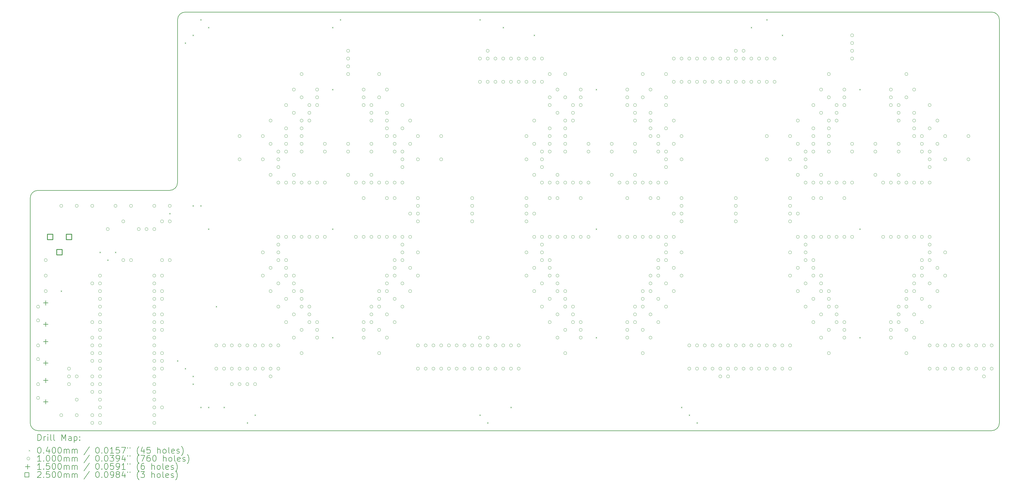
<source format=gbr>
%TF.GenerationSoftware,KiCad,Pcbnew,8.0.7*%
%TF.CreationDate,2025-01-27T21:14:39+01:00*%
%TF.ProjectId,Main,4d61696e-2e6b-4696-9361-645f70636258,rev?*%
%TF.SameCoordinates,Original*%
%TF.FileFunction,Drillmap*%
%TF.FilePolarity,Positive*%
%FSLAX45Y45*%
G04 Gerber Fmt 4.5, Leading zero omitted, Abs format (unit mm)*
G04 Created by KiCad (PCBNEW 8.0.7) date 2025-01-27 21:14:39*
%MOMM*%
%LPD*%
G01*
G04 APERTURE LIST*
%ADD10C,0.200000*%
%ADD11C,0.100000*%
%ADD12C,0.150000*%
%ADD13C,0.250000*%
G04 APERTURE END LIST*
D10*
X36830000Y-17780000D02*
G75*
G02*
X36576000Y-18034000I-254000J0D01*
G01*
X10160000Y-4318000D02*
X36576000Y-4318000D01*
X5080000Y-10414000D02*
X5080000Y-17780000D01*
X36830000Y-4572000D02*
X36830000Y-17780000D01*
X5334000Y-18034000D02*
G75*
G02*
X5080000Y-17780000I0J254000D01*
G01*
X9906000Y-9906000D02*
G75*
G02*
X9652000Y-10160000I-254000J0D01*
G01*
X5334000Y-18034000D02*
X36576000Y-18034000D01*
X5334000Y-10160000D02*
X9652000Y-10160000D01*
X5080000Y-10414000D02*
G75*
G02*
X5334000Y-10160000I254000J0D01*
G01*
X36576000Y-4318000D02*
G75*
G02*
X36830000Y-4572000I0J-254000D01*
G01*
X9906000Y-4572000D02*
G75*
G02*
X10160000Y-4318000I254000J0D01*
G01*
X9906000Y-9906000D02*
X9906000Y-4572000D01*
D11*
X6076000Y-13442000D02*
X6116000Y-13482000D01*
X6116000Y-13442000D02*
X6076000Y-13482000D01*
X7346000Y-12172000D02*
X7386000Y-12212000D01*
X7386000Y-12172000D02*
X7346000Y-12212000D01*
X7600000Y-12426000D02*
X7640000Y-12466000D01*
X7640000Y-12426000D02*
X7600000Y-12466000D01*
X7854000Y-12172000D02*
X7894000Y-12212000D01*
X7894000Y-12172000D02*
X7854000Y-12212000D01*
X9632000Y-10902000D02*
X9672000Y-10942000D01*
X9672000Y-10902000D02*
X9632000Y-10942000D01*
X9886000Y-15728000D02*
X9926000Y-15768000D01*
X9926000Y-15728000D02*
X9886000Y-15768000D01*
X10140000Y-5314000D02*
X10180000Y-5354000D01*
X10180000Y-5314000D02*
X10140000Y-5354000D01*
X10140000Y-15982000D02*
X10180000Y-16022000D01*
X10180000Y-15982000D02*
X10140000Y-16022000D01*
X10394000Y-5060000D02*
X10434000Y-5100000D01*
X10434000Y-5060000D02*
X10394000Y-5100000D01*
X10394000Y-10648000D02*
X10434000Y-10688000D01*
X10434000Y-10648000D02*
X10394000Y-10688000D01*
X10394000Y-16236000D02*
X10434000Y-16276000D01*
X10434000Y-16236000D02*
X10394000Y-16276000D01*
X10394000Y-16490000D02*
X10434000Y-16530000D01*
X10434000Y-16490000D02*
X10394000Y-16530000D01*
X10648000Y-4552000D02*
X10688000Y-4592000D01*
X10688000Y-4552000D02*
X10648000Y-4592000D01*
X10648000Y-10648000D02*
X10688000Y-10688000D01*
X10688000Y-10648000D02*
X10648000Y-10688000D01*
X10648000Y-17252000D02*
X10688000Y-17292000D01*
X10688000Y-17252000D02*
X10648000Y-17292000D01*
X10902000Y-4806000D02*
X10942000Y-4846000D01*
X10942000Y-4806000D02*
X10902000Y-4846000D01*
X10902000Y-11410000D02*
X10942000Y-11450000D01*
X10942000Y-11410000D02*
X10902000Y-11450000D01*
X10902000Y-17252000D02*
X10942000Y-17292000D01*
X10942000Y-17252000D02*
X10902000Y-17292000D01*
X11156000Y-13950000D02*
X11196000Y-13990000D01*
X11196000Y-13950000D02*
X11156000Y-13990000D01*
X11410000Y-17252000D02*
X11450000Y-17292000D01*
X11450000Y-17252000D02*
X11410000Y-17292000D01*
X12172000Y-17760000D02*
X12212000Y-17800000D01*
X12212000Y-17760000D02*
X12172000Y-17800000D01*
X12426000Y-17506000D02*
X12466000Y-17546000D01*
X12466000Y-17506000D02*
X12426000Y-17546000D01*
X14966000Y-4806000D02*
X15006000Y-4846000D01*
X15006000Y-4806000D02*
X14966000Y-4846000D01*
X14966000Y-6838000D02*
X15006000Y-6878000D01*
X15006000Y-6838000D02*
X14966000Y-6878000D01*
X14966000Y-11410000D02*
X15006000Y-11450000D01*
X15006000Y-11410000D02*
X14966000Y-11450000D01*
X14966000Y-14966000D02*
X15006000Y-15006000D01*
X15006000Y-14966000D02*
X14966000Y-15006000D01*
X15220000Y-4552000D02*
X15260000Y-4592000D01*
X15260000Y-4552000D02*
X15220000Y-4592000D01*
X19792000Y-4552000D02*
X19832000Y-4592000D01*
X19832000Y-4552000D02*
X19792000Y-4592000D01*
X19792000Y-17506000D02*
X19832000Y-17546000D01*
X19832000Y-17506000D02*
X19792000Y-17546000D01*
X20046000Y-17760000D02*
X20086000Y-17800000D01*
X20086000Y-17760000D02*
X20046000Y-17800000D01*
X20554000Y-4806000D02*
X20594000Y-4846000D01*
X20594000Y-4806000D02*
X20554000Y-4846000D01*
X20808000Y-17252000D02*
X20848000Y-17292000D01*
X20848000Y-17252000D02*
X20808000Y-17292000D01*
X21570000Y-5060000D02*
X21610000Y-5100000D01*
X21610000Y-5060000D02*
X21570000Y-5100000D01*
X23602000Y-6838000D02*
X23642000Y-6878000D01*
X23642000Y-6838000D02*
X23602000Y-6878000D01*
X23602000Y-11410000D02*
X23642000Y-11450000D01*
X23642000Y-11410000D02*
X23602000Y-11450000D01*
X23602000Y-14966000D02*
X23642000Y-15006000D01*
X23642000Y-14966000D02*
X23602000Y-15006000D01*
X26396000Y-17252000D02*
X26436000Y-17292000D01*
X26436000Y-17252000D02*
X26396000Y-17292000D01*
X26650000Y-17506000D02*
X26690000Y-17546000D01*
X26690000Y-17506000D02*
X26650000Y-17546000D01*
X26904000Y-17760000D02*
X26944000Y-17800000D01*
X26944000Y-17760000D02*
X26904000Y-17800000D01*
X28682000Y-4806000D02*
X28722000Y-4846000D01*
X28722000Y-4806000D02*
X28682000Y-4846000D01*
X29190000Y-4552000D02*
X29230000Y-4592000D01*
X29230000Y-4552000D02*
X29190000Y-4592000D01*
X29698000Y-5060000D02*
X29738000Y-5100000D01*
X29738000Y-5060000D02*
X29698000Y-5100000D01*
X32238000Y-6838000D02*
X32278000Y-6878000D01*
X32278000Y-6838000D02*
X32238000Y-6878000D01*
X32238000Y-11410000D02*
X32278000Y-11450000D01*
X32278000Y-11410000D02*
X32238000Y-11450000D01*
X32238000Y-14966000D02*
X32278000Y-15006000D01*
X32278000Y-14966000D02*
X32238000Y-15006000D01*
X5388000Y-13970000D02*
G75*
G02*
X5288000Y-13970000I-50000J0D01*
G01*
X5288000Y-13970000D02*
G75*
G02*
X5388000Y-13970000I50000J0D01*
G01*
X5388000Y-14420000D02*
G75*
G02*
X5288000Y-14420000I-50000J0D01*
G01*
X5288000Y-14420000D02*
G75*
G02*
X5388000Y-14420000I50000J0D01*
G01*
X5388000Y-15240000D02*
G75*
G02*
X5288000Y-15240000I-50000J0D01*
G01*
X5288000Y-15240000D02*
G75*
G02*
X5388000Y-15240000I50000J0D01*
G01*
X5388000Y-15690000D02*
G75*
G02*
X5288000Y-15690000I-50000J0D01*
G01*
X5288000Y-15690000D02*
G75*
G02*
X5388000Y-15690000I50000J0D01*
G01*
X5388000Y-16510000D02*
G75*
G02*
X5288000Y-16510000I-50000J0D01*
G01*
X5288000Y-16510000D02*
G75*
G02*
X5388000Y-16510000I50000J0D01*
G01*
X5388000Y-16960000D02*
G75*
G02*
X5288000Y-16960000I-50000J0D01*
G01*
X5288000Y-16960000D02*
G75*
G02*
X5388000Y-16960000I50000J0D01*
G01*
X5638000Y-12446000D02*
G75*
G02*
X5538000Y-12446000I-50000J0D01*
G01*
X5538000Y-12446000D02*
G75*
G02*
X5638000Y-12446000I50000J0D01*
G01*
X5638000Y-12954000D02*
G75*
G02*
X5538000Y-12954000I-50000J0D01*
G01*
X5538000Y-12954000D02*
G75*
G02*
X5638000Y-12954000I50000J0D01*
G01*
X5638000Y-13462000D02*
G75*
G02*
X5538000Y-13462000I-50000J0D01*
G01*
X5538000Y-13462000D02*
G75*
G02*
X5638000Y-13462000I50000J0D01*
G01*
X6146000Y-10668000D02*
G75*
G02*
X6046000Y-10668000I-50000J0D01*
G01*
X6046000Y-10668000D02*
G75*
G02*
X6146000Y-10668000I50000J0D01*
G01*
X6146000Y-17526000D02*
G75*
G02*
X6046000Y-17526000I-50000J0D01*
G01*
X6046000Y-17526000D02*
G75*
G02*
X6146000Y-17526000I50000J0D01*
G01*
X6400000Y-16002000D02*
G75*
G02*
X6300000Y-16002000I-50000J0D01*
G01*
X6300000Y-16002000D02*
G75*
G02*
X6400000Y-16002000I50000J0D01*
G01*
X6400000Y-16256000D02*
G75*
G02*
X6300000Y-16256000I-50000J0D01*
G01*
X6300000Y-16256000D02*
G75*
G02*
X6400000Y-16256000I50000J0D01*
G01*
X6400000Y-16510000D02*
G75*
G02*
X6300000Y-16510000I-50000J0D01*
G01*
X6300000Y-16510000D02*
G75*
G02*
X6400000Y-16510000I50000J0D01*
G01*
X6654000Y-10668000D02*
G75*
G02*
X6554000Y-10668000I-50000J0D01*
G01*
X6554000Y-10668000D02*
G75*
G02*
X6654000Y-10668000I50000J0D01*
G01*
X6654000Y-16256000D02*
G75*
G02*
X6554000Y-16256000I-50000J0D01*
G01*
X6554000Y-16256000D02*
G75*
G02*
X6654000Y-16256000I50000J0D01*
G01*
X6654000Y-17018000D02*
G75*
G02*
X6554000Y-17018000I-50000J0D01*
G01*
X6554000Y-17018000D02*
G75*
G02*
X6654000Y-17018000I50000J0D01*
G01*
X6654000Y-17526000D02*
G75*
G02*
X6554000Y-17526000I-50000J0D01*
G01*
X6554000Y-17526000D02*
G75*
G02*
X6654000Y-17526000I50000J0D01*
G01*
X7162000Y-10668000D02*
G75*
G02*
X7062000Y-10668000I-50000J0D01*
G01*
X7062000Y-10668000D02*
G75*
G02*
X7162000Y-10668000I50000J0D01*
G01*
X7162000Y-13208000D02*
G75*
G02*
X7062000Y-13208000I-50000J0D01*
G01*
X7062000Y-13208000D02*
G75*
G02*
X7162000Y-13208000I50000J0D01*
G01*
X7162000Y-14478000D02*
G75*
G02*
X7062000Y-14478000I-50000J0D01*
G01*
X7062000Y-14478000D02*
G75*
G02*
X7162000Y-14478000I50000J0D01*
G01*
X7162000Y-14986000D02*
G75*
G02*
X7062000Y-14986000I-50000J0D01*
G01*
X7062000Y-14986000D02*
G75*
G02*
X7162000Y-14986000I50000J0D01*
G01*
X7162000Y-15240000D02*
G75*
G02*
X7062000Y-15240000I-50000J0D01*
G01*
X7062000Y-15240000D02*
G75*
G02*
X7162000Y-15240000I50000J0D01*
G01*
X7162000Y-15494000D02*
G75*
G02*
X7062000Y-15494000I-50000J0D01*
G01*
X7062000Y-15494000D02*
G75*
G02*
X7162000Y-15494000I50000J0D01*
G01*
X7162000Y-15748000D02*
G75*
G02*
X7062000Y-15748000I-50000J0D01*
G01*
X7062000Y-15748000D02*
G75*
G02*
X7162000Y-15748000I50000J0D01*
G01*
X7162000Y-16256000D02*
G75*
G02*
X7062000Y-16256000I-50000J0D01*
G01*
X7062000Y-16256000D02*
G75*
G02*
X7162000Y-16256000I50000J0D01*
G01*
X7162000Y-16510000D02*
G75*
G02*
X7062000Y-16510000I-50000J0D01*
G01*
X7062000Y-16510000D02*
G75*
G02*
X7162000Y-16510000I50000J0D01*
G01*
X7162000Y-16764000D02*
G75*
G02*
X7062000Y-16764000I-50000J0D01*
G01*
X7062000Y-16764000D02*
G75*
G02*
X7162000Y-16764000I50000J0D01*
G01*
X7162000Y-17526000D02*
G75*
G02*
X7062000Y-17526000I-50000J0D01*
G01*
X7062000Y-17526000D02*
G75*
G02*
X7162000Y-17526000I50000J0D01*
G01*
X7162000Y-17780000D02*
G75*
G02*
X7062000Y-17780000I-50000J0D01*
G01*
X7062000Y-17780000D02*
G75*
G02*
X7162000Y-17780000I50000J0D01*
G01*
X7416000Y-12954000D02*
G75*
G02*
X7316000Y-12954000I-50000J0D01*
G01*
X7316000Y-12954000D02*
G75*
G02*
X7416000Y-12954000I50000J0D01*
G01*
X7416000Y-13208000D02*
G75*
G02*
X7316000Y-13208000I-50000J0D01*
G01*
X7316000Y-13208000D02*
G75*
G02*
X7416000Y-13208000I50000J0D01*
G01*
X7416000Y-13462000D02*
G75*
G02*
X7316000Y-13462000I-50000J0D01*
G01*
X7316000Y-13462000D02*
G75*
G02*
X7416000Y-13462000I50000J0D01*
G01*
X7416000Y-13716000D02*
G75*
G02*
X7316000Y-13716000I-50000J0D01*
G01*
X7316000Y-13716000D02*
G75*
G02*
X7416000Y-13716000I50000J0D01*
G01*
X7416000Y-13970000D02*
G75*
G02*
X7316000Y-13970000I-50000J0D01*
G01*
X7316000Y-13970000D02*
G75*
G02*
X7416000Y-13970000I50000J0D01*
G01*
X7416000Y-14224000D02*
G75*
G02*
X7316000Y-14224000I-50000J0D01*
G01*
X7316000Y-14224000D02*
G75*
G02*
X7416000Y-14224000I50000J0D01*
G01*
X7416000Y-14478000D02*
G75*
G02*
X7316000Y-14478000I-50000J0D01*
G01*
X7316000Y-14478000D02*
G75*
G02*
X7416000Y-14478000I50000J0D01*
G01*
X7416000Y-14732000D02*
G75*
G02*
X7316000Y-14732000I-50000J0D01*
G01*
X7316000Y-14732000D02*
G75*
G02*
X7416000Y-14732000I50000J0D01*
G01*
X7416000Y-14986000D02*
G75*
G02*
X7316000Y-14986000I-50000J0D01*
G01*
X7316000Y-14986000D02*
G75*
G02*
X7416000Y-14986000I50000J0D01*
G01*
X7416000Y-15240000D02*
G75*
G02*
X7316000Y-15240000I-50000J0D01*
G01*
X7316000Y-15240000D02*
G75*
G02*
X7416000Y-15240000I50000J0D01*
G01*
X7416000Y-15494000D02*
G75*
G02*
X7316000Y-15494000I-50000J0D01*
G01*
X7316000Y-15494000D02*
G75*
G02*
X7416000Y-15494000I50000J0D01*
G01*
X7416000Y-15748000D02*
G75*
G02*
X7316000Y-15748000I-50000J0D01*
G01*
X7316000Y-15748000D02*
G75*
G02*
X7416000Y-15748000I50000J0D01*
G01*
X7416000Y-16002000D02*
G75*
G02*
X7316000Y-16002000I-50000J0D01*
G01*
X7316000Y-16002000D02*
G75*
G02*
X7416000Y-16002000I50000J0D01*
G01*
X7416000Y-16256000D02*
G75*
G02*
X7316000Y-16256000I-50000J0D01*
G01*
X7316000Y-16256000D02*
G75*
G02*
X7416000Y-16256000I50000J0D01*
G01*
X7416000Y-16510000D02*
G75*
G02*
X7316000Y-16510000I-50000J0D01*
G01*
X7316000Y-16510000D02*
G75*
G02*
X7416000Y-16510000I50000J0D01*
G01*
X7416000Y-16764000D02*
G75*
G02*
X7316000Y-16764000I-50000J0D01*
G01*
X7316000Y-16764000D02*
G75*
G02*
X7416000Y-16764000I50000J0D01*
G01*
X7416000Y-17018000D02*
G75*
G02*
X7316000Y-17018000I-50000J0D01*
G01*
X7316000Y-17018000D02*
G75*
G02*
X7416000Y-17018000I50000J0D01*
G01*
X7416000Y-17272000D02*
G75*
G02*
X7316000Y-17272000I-50000J0D01*
G01*
X7316000Y-17272000D02*
G75*
G02*
X7416000Y-17272000I50000J0D01*
G01*
X7416000Y-17526000D02*
G75*
G02*
X7316000Y-17526000I-50000J0D01*
G01*
X7316000Y-17526000D02*
G75*
G02*
X7416000Y-17526000I50000J0D01*
G01*
X7416000Y-17780000D02*
G75*
G02*
X7316000Y-17780000I-50000J0D01*
G01*
X7316000Y-17780000D02*
G75*
G02*
X7416000Y-17780000I50000J0D01*
G01*
X7670000Y-11430000D02*
G75*
G02*
X7570000Y-11430000I-50000J0D01*
G01*
X7570000Y-11430000D02*
G75*
G02*
X7670000Y-11430000I50000J0D01*
G01*
X7924000Y-10668000D02*
G75*
G02*
X7824000Y-10668000I-50000J0D01*
G01*
X7824000Y-10668000D02*
G75*
G02*
X7924000Y-10668000I50000J0D01*
G01*
X8178000Y-11176000D02*
G75*
G02*
X8078000Y-11176000I-50000J0D01*
G01*
X8078000Y-11176000D02*
G75*
G02*
X8178000Y-11176000I50000J0D01*
G01*
X8178000Y-12446000D02*
G75*
G02*
X8078000Y-12446000I-50000J0D01*
G01*
X8078000Y-12446000D02*
G75*
G02*
X8178000Y-12446000I50000J0D01*
G01*
X8432000Y-10668000D02*
G75*
G02*
X8332000Y-10668000I-50000J0D01*
G01*
X8332000Y-10668000D02*
G75*
G02*
X8432000Y-10668000I50000J0D01*
G01*
X8432000Y-12446000D02*
G75*
G02*
X8332000Y-12446000I-50000J0D01*
G01*
X8332000Y-12446000D02*
G75*
G02*
X8432000Y-12446000I50000J0D01*
G01*
X8686000Y-11430000D02*
G75*
G02*
X8586000Y-11430000I-50000J0D01*
G01*
X8586000Y-11430000D02*
G75*
G02*
X8686000Y-11430000I50000J0D01*
G01*
X8940000Y-11430000D02*
G75*
G02*
X8840000Y-11430000I-50000J0D01*
G01*
X8840000Y-11430000D02*
G75*
G02*
X8940000Y-11430000I50000J0D01*
G01*
X9194000Y-10668000D02*
G75*
G02*
X9094000Y-10668000I-50000J0D01*
G01*
X9094000Y-10668000D02*
G75*
G02*
X9194000Y-10668000I50000J0D01*
G01*
X9194000Y-11430000D02*
G75*
G02*
X9094000Y-11430000I-50000J0D01*
G01*
X9094000Y-11430000D02*
G75*
G02*
X9194000Y-11430000I50000J0D01*
G01*
X9194000Y-12954000D02*
G75*
G02*
X9094000Y-12954000I-50000J0D01*
G01*
X9094000Y-12954000D02*
G75*
G02*
X9194000Y-12954000I50000J0D01*
G01*
X9194000Y-13208000D02*
G75*
G02*
X9094000Y-13208000I-50000J0D01*
G01*
X9094000Y-13208000D02*
G75*
G02*
X9194000Y-13208000I50000J0D01*
G01*
X9194000Y-13462000D02*
G75*
G02*
X9094000Y-13462000I-50000J0D01*
G01*
X9094000Y-13462000D02*
G75*
G02*
X9194000Y-13462000I50000J0D01*
G01*
X9194000Y-13716000D02*
G75*
G02*
X9094000Y-13716000I-50000J0D01*
G01*
X9094000Y-13716000D02*
G75*
G02*
X9194000Y-13716000I50000J0D01*
G01*
X9194000Y-13970000D02*
G75*
G02*
X9094000Y-13970000I-50000J0D01*
G01*
X9094000Y-13970000D02*
G75*
G02*
X9194000Y-13970000I50000J0D01*
G01*
X9194000Y-14224000D02*
G75*
G02*
X9094000Y-14224000I-50000J0D01*
G01*
X9094000Y-14224000D02*
G75*
G02*
X9194000Y-14224000I50000J0D01*
G01*
X9194000Y-14478000D02*
G75*
G02*
X9094000Y-14478000I-50000J0D01*
G01*
X9094000Y-14478000D02*
G75*
G02*
X9194000Y-14478000I50000J0D01*
G01*
X9194000Y-14732000D02*
G75*
G02*
X9094000Y-14732000I-50000J0D01*
G01*
X9094000Y-14732000D02*
G75*
G02*
X9194000Y-14732000I50000J0D01*
G01*
X9194000Y-14986000D02*
G75*
G02*
X9094000Y-14986000I-50000J0D01*
G01*
X9094000Y-14986000D02*
G75*
G02*
X9194000Y-14986000I50000J0D01*
G01*
X9194000Y-15240000D02*
G75*
G02*
X9094000Y-15240000I-50000J0D01*
G01*
X9094000Y-15240000D02*
G75*
G02*
X9194000Y-15240000I50000J0D01*
G01*
X9194000Y-15494000D02*
G75*
G02*
X9094000Y-15494000I-50000J0D01*
G01*
X9094000Y-15494000D02*
G75*
G02*
X9194000Y-15494000I50000J0D01*
G01*
X9194000Y-15748000D02*
G75*
G02*
X9094000Y-15748000I-50000J0D01*
G01*
X9094000Y-15748000D02*
G75*
G02*
X9194000Y-15748000I50000J0D01*
G01*
X9194000Y-16002000D02*
G75*
G02*
X9094000Y-16002000I-50000J0D01*
G01*
X9094000Y-16002000D02*
G75*
G02*
X9194000Y-16002000I50000J0D01*
G01*
X9194000Y-16256000D02*
G75*
G02*
X9094000Y-16256000I-50000J0D01*
G01*
X9094000Y-16256000D02*
G75*
G02*
X9194000Y-16256000I50000J0D01*
G01*
X9194000Y-16510000D02*
G75*
G02*
X9094000Y-16510000I-50000J0D01*
G01*
X9094000Y-16510000D02*
G75*
G02*
X9194000Y-16510000I50000J0D01*
G01*
X9194000Y-16764000D02*
G75*
G02*
X9094000Y-16764000I-50000J0D01*
G01*
X9094000Y-16764000D02*
G75*
G02*
X9194000Y-16764000I50000J0D01*
G01*
X9194000Y-17018000D02*
G75*
G02*
X9094000Y-17018000I-50000J0D01*
G01*
X9094000Y-17018000D02*
G75*
G02*
X9194000Y-17018000I50000J0D01*
G01*
X9194000Y-17272000D02*
G75*
G02*
X9094000Y-17272000I-50000J0D01*
G01*
X9094000Y-17272000D02*
G75*
G02*
X9194000Y-17272000I50000J0D01*
G01*
X9194000Y-17526000D02*
G75*
G02*
X9094000Y-17526000I-50000J0D01*
G01*
X9094000Y-17526000D02*
G75*
G02*
X9194000Y-17526000I50000J0D01*
G01*
X9194000Y-17780000D02*
G75*
G02*
X9094000Y-17780000I-50000J0D01*
G01*
X9094000Y-17780000D02*
G75*
G02*
X9194000Y-17780000I50000J0D01*
G01*
X9448000Y-11176000D02*
G75*
G02*
X9348000Y-11176000I-50000J0D01*
G01*
X9348000Y-11176000D02*
G75*
G02*
X9448000Y-11176000I50000J0D01*
G01*
X9448000Y-12446000D02*
G75*
G02*
X9348000Y-12446000I-50000J0D01*
G01*
X9348000Y-12446000D02*
G75*
G02*
X9448000Y-12446000I50000J0D01*
G01*
X9448000Y-12954000D02*
G75*
G02*
X9348000Y-12954000I-50000J0D01*
G01*
X9348000Y-12954000D02*
G75*
G02*
X9448000Y-12954000I50000J0D01*
G01*
X9448000Y-13462000D02*
G75*
G02*
X9348000Y-13462000I-50000J0D01*
G01*
X9348000Y-13462000D02*
G75*
G02*
X9448000Y-13462000I50000J0D01*
G01*
X9448000Y-13716000D02*
G75*
G02*
X9348000Y-13716000I-50000J0D01*
G01*
X9348000Y-13716000D02*
G75*
G02*
X9448000Y-13716000I50000J0D01*
G01*
X9448000Y-14224000D02*
G75*
G02*
X9348000Y-14224000I-50000J0D01*
G01*
X9348000Y-14224000D02*
G75*
G02*
X9448000Y-14224000I50000J0D01*
G01*
X9448000Y-14478000D02*
G75*
G02*
X9348000Y-14478000I-50000J0D01*
G01*
X9348000Y-14478000D02*
G75*
G02*
X9448000Y-14478000I50000J0D01*
G01*
X9448000Y-14732000D02*
G75*
G02*
X9348000Y-14732000I-50000J0D01*
G01*
X9348000Y-14732000D02*
G75*
G02*
X9448000Y-14732000I50000J0D01*
G01*
X9448000Y-15494000D02*
G75*
G02*
X9348000Y-15494000I-50000J0D01*
G01*
X9348000Y-15494000D02*
G75*
G02*
X9448000Y-15494000I50000J0D01*
G01*
X9448000Y-15748000D02*
G75*
G02*
X9348000Y-15748000I-50000J0D01*
G01*
X9348000Y-15748000D02*
G75*
G02*
X9448000Y-15748000I50000J0D01*
G01*
X9448000Y-16002000D02*
G75*
G02*
X9348000Y-16002000I-50000J0D01*
G01*
X9348000Y-16002000D02*
G75*
G02*
X9448000Y-16002000I50000J0D01*
G01*
X9448000Y-17272000D02*
G75*
G02*
X9348000Y-17272000I-50000J0D01*
G01*
X9348000Y-17272000D02*
G75*
G02*
X9448000Y-17272000I50000J0D01*
G01*
X9702000Y-10668000D02*
G75*
G02*
X9602000Y-10668000I-50000J0D01*
G01*
X9602000Y-10668000D02*
G75*
G02*
X9702000Y-10668000I50000J0D01*
G01*
X9702000Y-11176000D02*
G75*
G02*
X9602000Y-11176000I-50000J0D01*
G01*
X9602000Y-11176000D02*
G75*
G02*
X9702000Y-11176000I50000J0D01*
G01*
X9702000Y-12446000D02*
G75*
G02*
X9602000Y-12446000I-50000J0D01*
G01*
X9602000Y-12446000D02*
G75*
G02*
X9702000Y-12446000I50000J0D01*
G01*
X11226000Y-15240000D02*
G75*
G02*
X11126000Y-15240000I-50000J0D01*
G01*
X11126000Y-15240000D02*
G75*
G02*
X11226000Y-15240000I50000J0D01*
G01*
X11226000Y-16002000D02*
G75*
G02*
X11126000Y-16002000I-50000J0D01*
G01*
X11126000Y-16002000D02*
G75*
G02*
X11226000Y-16002000I50000J0D01*
G01*
X11480000Y-15240000D02*
G75*
G02*
X11380000Y-15240000I-50000J0D01*
G01*
X11380000Y-15240000D02*
G75*
G02*
X11480000Y-15240000I50000J0D01*
G01*
X11480000Y-16002000D02*
G75*
G02*
X11380000Y-16002000I-50000J0D01*
G01*
X11380000Y-16002000D02*
G75*
G02*
X11480000Y-16002000I50000J0D01*
G01*
X11734000Y-15240000D02*
G75*
G02*
X11634000Y-15240000I-50000J0D01*
G01*
X11634000Y-15240000D02*
G75*
G02*
X11734000Y-15240000I50000J0D01*
G01*
X11734000Y-16002000D02*
G75*
G02*
X11634000Y-16002000I-50000J0D01*
G01*
X11634000Y-16002000D02*
G75*
G02*
X11734000Y-16002000I50000J0D01*
G01*
X11734000Y-16510000D02*
G75*
G02*
X11634000Y-16510000I-50000J0D01*
G01*
X11634000Y-16510000D02*
G75*
G02*
X11734000Y-16510000I50000J0D01*
G01*
X11988000Y-8382000D02*
G75*
G02*
X11888000Y-8382000I-50000J0D01*
G01*
X11888000Y-8382000D02*
G75*
G02*
X11988000Y-8382000I50000J0D01*
G01*
X11988000Y-9144000D02*
G75*
G02*
X11888000Y-9144000I-50000J0D01*
G01*
X11888000Y-9144000D02*
G75*
G02*
X11988000Y-9144000I50000J0D01*
G01*
X11988000Y-15240000D02*
G75*
G02*
X11888000Y-15240000I-50000J0D01*
G01*
X11888000Y-15240000D02*
G75*
G02*
X11988000Y-15240000I50000J0D01*
G01*
X11988000Y-16002000D02*
G75*
G02*
X11888000Y-16002000I-50000J0D01*
G01*
X11888000Y-16002000D02*
G75*
G02*
X11988000Y-16002000I50000J0D01*
G01*
X11988000Y-16510000D02*
G75*
G02*
X11888000Y-16510000I-50000J0D01*
G01*
X11888000Y-16510000D02*
G75*
G02*
X11988000Y-16510000I50000J0D01*
G01*
X12242000Y-15240000D02*
G75*
G02*
X12142000Y-15240000I-50000J0D01*
G01*
X12142000Y-15240000D02*
G75*
G02*
X12242000Y-15240000I50000J0D01*
G01*
X12242000Y-16002000D02*
G75*
G02*
X12142000Y-16002000I-50000J0D01*
G01*
X12142000Y-16002000D02*
G75*
G02*
X12242000Y-16002000I50000J0D01*
G01*
X12242000Y-16510000D02*
G75*
G02*
X12142000Y-16510000I-50000J0D01*
G01*
X12142000Y-16510000D02*
G75*
G02*
X12242000Y-16510000I50000J0D01*
G01*
X12496000Y-15240000D02*
G75*
G02*
X12396000Y-15240000I-50000J0D01*
G01*
X12396000Y-15240000D02*
G75*
G02*
X12496000Y-15240000I50000J0D01*
G01*
X12496000Y-16002000D02*
G75*
G02*
X12396000Y-16002000I-50000J0D01*
G01*
X12396000Y-16002000D02*
G75*
G02*
X12496000Y-16002000I50000J0D01*
G01*
X12496000Y-16510000D02*
G75*
G02*
X12396000Y-16510000I-50000J0D01*
G01*
X12396000Y-16510000D02*
G75*
G02*
X12496000Y-16510000I50000J0D01*
G01*
X12750000Y-8382000D02*
G75*
G02*
X12650000Y-8382000I-50000J0D01*
G01*
X12650000Y-8382000D02*
G75*
G02*
X12750000Y-8382000I50000J0D01*
G01*
X12750000Y-9144000D02*
G75*
G02*
X12650000Y-9144000I-50000J0D01*
G01*
X12650000Y-9144000D02*
G75*
G02*
X12750000Y-9144000I50000J0D01*
G01*
X12750000Y-12192000D02*
G75*
G02*
X12650000Y-12192000I-50000J0D01*
G01*
X12650000Y-12192000D02*
G75*
G02*
X12750000Y-12192000I50000J0D01*
G01*
X12750000Y-12954000D02*
G75*
G02*
X12650000Y-12954000I-50000J0D01*
G01*
X12650000Y-12954000D02*
G75*
G02*
X12750000Y-12954000I50000J0D01*
G01*
X12750000Y-15240000D02*
G75*
G02*
X12650000Y-15240000I-50000J0D01*
G01*
X12650000Y-15240000D02*
G75*
G02*
X12750000Y-15240000I50000J0D01*
G01*
X12750000Y-16002000D02*
G75*
G02*
X12650000Y-16002000I-50000J0D01*
G01*
X12650000Y-16002000D02*
G75*
G02*
X12750000Y-16002000I50000J0D01*
G01*
X13004000Y-7874000D02*
G75*
G02*
X12904000Y-7874000I-50000J0D01*
G01*
X12904000Y-7874000D02*
G75*
G02*
X13004000Y-7874000I50000J0D01*
G01*
X13004000Y-8636000D02*
G75*
G02*
X12904000Y-8636000I-50000J0D01*
G01*
X12904000Y-8636000D02*
G75*
G02*
X13004000Y-8636000I50000J0D01*
G01*
X13004000Y-9652000D02*
G75*
G02*
X12904000Y-9652000I-50000J0D01*
G01*
X12904000Y-9652000D02*
G75*
G02*
X13004000Y-9652000I50000J0D01*
G01*
X13004000Y-12700000D02*
G75*
G02*
X12904000Y-12700000I-50000J0D01*
G01*
X12904000Y-12700000D02*
G75*
G02*
X13004000Y-12700000I50000J0D01*
G01*
X13004000Y-13462000D02*
G75*
G02*
X12904000Y-13462000I-50000J0D01*
G01*
X12904000Y-13462000D02*
G75*
G02*
X13004000Y-13462000I50000J0D01*
G01*
X13004000Y-15240000D02*
G75*
G02*
X12904000Y-15240000I-50000J0D01*
G01*
X12904000Y-15240000D02*
G75*
G02*
X13004000Y-15240000I50000J0D01*
G01*
X13004000Y-16002000D02*
G75*
G02*
X12904000Y-16002000I-50000J0D01*
G01*
X12904000Y-16002000D02*
G75*
G02*
X13004000Y-16002000I50000J0D01*
G01*
X13004000Y-16256000D02*
G75*
G02*
X12904000Y-16256000I-50000J0D01*
G01*
X12904000Y-16256000D02*
G75*
G02*
X13004000Y-16256000I50000J0D01*
G01*
X13258000Y-8890000D02*
G75*
G02*
X13158000Y-8890000I-50000J0D01*
G01*
X13158000Y-8890000D02*
G75*
G02*
X13258000Y-8890000I50000J0D01*
G01*
X13258000Y-9144000D02*
G75*
G02*
X13158000Y-9144000I-50000J0D01*
G01*
X13158000Y-9144000D02*
G75*
G02*
X13258000Y-9144000I50000J0D01*
G01*
X13258000Y-9398000D02*
G75*
G02*
X13158000Y-9398000I-50000J0D01*
G01*
X13158000Y-9398000D02*
G75*
G02*
X13258000Y-9398000I50000J0D01*
G01*
X13258000Y-9906000D02*
G75*
G02*
X13158000Y-9906000I-50000J0D01*
G01*
X13158000Y-9906000D02*
G75*
G02*
X13258000Y-9906000I50000J0D01*
G01*
X13258000Y-11684000D02*
G75*
G02*
X13158000Y-11684000I-50000J0D01*
G01*
X13158000Y-11684000D02*
G75*
G02*
X13258000Y-11684000I50000J0D01*
G01*
X13258000Y-11938000D02*
G75*
G02*
X13158000Y-11938000I-50000J0D01*
G01*
X13158000Y-11938000D02*
G75*
G02*
X13258000Y-11938000I50000J0D01*
G01*
X13258000Y-12192000D02*
G75*
G02*
X13158000Y-12192000I-50000J0D01*
G01*
X13158000Y-12192000D02*
G75*
G02*
X13258000Y-12192000I50000J0D01*
G01*
X13258000Y-12446000D02*
G75*
G02*
X13158000Y-12446000I-50000J0D01*
G01*
X13158000Y-12446000D02*
G75*
G02*
X13258000Y-12446000I50000J0D01*
G01*
X13258000Y-13208000D02*
G75*
G02*
X13158000Y-13208000I-50000J0D01*
G01*
X13158000Y-13208000D02*
G75*
G02*
X13258000Y-13208000I50000J0D01*
G01*
X13258000Y-13970000D02*
G75*
G02*
X13158000Y-13970000I-50000J0D01*
G01*
X13158000Y-13970000D02*
G75*
G02*
X13258000Y-13970000I50000J0D01*
G01*
X13258000Y-15240000D02*
G75*
G02*
X13158000Y-15240000I-50000J0D01*
G01*
X13158000Y-15240000D02*
G75*
G02*
X13258000Y-15240000I50000J0D01*
G01*
X13258000Y-16002000D02*
G75*
G02*
X13158000Y-16002000I-50000J0D01*
G01*
X13158000Y-16002000D02*
G75*
G02*
X13258000Y-16002000I50000J0D01*
G01*
X13512000Y-7366000D02*
G75*
G02*
X13412000Y-7366000I-50000J0D01*
G01*
X13412000Y-7366000D02*
G75*
G02*
X13512000Y-7366000I50000J0D01*
G01*
X13512000Y-8128000D02*
G75*
G02*
X13412000Y-8128000I-50000J0D01*
G01*
X13412000Y-8128000D02*
G75*
G02*
X13512000Y-8128000I50000J0D01*
G01*
X13512000Y-8382000D02*
G75*
G02*
X13412000Y-8382000I-50000J0D01*
G01*
X13412000Y-8382000D02*
G75*
G02*
X13512000Y-8382000I50000J0D01*
G01*
X13512000Y-8636000D02*
G75*
G02*
X13412000Y-8636000I-50000J0D01*
G01*
X13412000Y-8636000D02*
G75*
G02*
X13512000Y-8636000I50000J0D01*
G01*
X13512000Y-8890000D02*
G75*
G02*
X13412000Y-8890000I-50000J0D01*
G01*
X13412000Y-8890000D02*
G75*
G02*
X13512000Y-8890000I50000J0D01*
G01*
X13512000Y-9906000D02*
G75*
G02*
X13412000Y-9906000I-50000J0D01*
G01*
X13412000Y-9906000D02*
G75*
G02*
X13512000Y-9906000I50000J0D01*
G01*
X13512000Y-11684000D02*
G75*
G02*
X13412000Y-11684000I-50000J0D01*
G01*
X13412000Y-11684000D02*
G75*
G02*
X13512000Y-11684000I50000J0D01*
G01*
X13512000Y-12446000D02*
G75*
G02*
X13412000Y-12446000I-50000J0D01*
G01*
X13412000Y-12446000D02*
G75*
G02*
X13512000Y-12446000I50000J0D01*
G01*
X13512000Y-12700000D02*
G75*
G02*
X13412000Y-12700000I-50000J0D01*
G01*
X13412000Y-12700000D02*
G75*
G02*
X13512000Y-12700000I50000J0D01*
G01*
X13512000Y-12954000D02*
G75*
G02*
X13412000Y-12954000I-50000J0D01*
G01*
X13412000Y-12954000D02*
G75*
G02*
X13512000Y-12954000I50000J0D01*
G01*
X13512000Y-13716000D02*
G75*
G02*
X13412000Y-13716000I-50000J0D01*
G01*
X13412000Y-13716000D02*
G75*
G02*
X13512000Y-13716000I50000J0D01*
G01*
X13512000Y-14478000D02*
G75*
G02*
X13412000Y-14478000I-50000J0D01*
G01*
X13412000Y-14478000D02*
G75*
G02*
X13512000Y-14478000I50000J0D01*
G01*
X13766000Y-6858000D02*
G75*
G02*
X13666000Y-6858000I-50000J0D01*
G01*
X13666000Y-6858000D02*
G75*
G02*
X13766000Y-6858000I50000J0D01*
G01*
X13766000Y-7620000D02*
G75*
G02*
X13666000Y-7620000I-50000J0D01*
G01*
X13666000Y-7620000D02*
G75*
G02*
X13766000Y-7620000I50000J0D01*
G01*
X13766000Y-9652000D02*
G75*
G02*
X13666000Y-9652000I-50000J0D01*
G01*
X13666000Y-9652000D02*
G75*
G02*
X13766000Y-9652000I50000J0D01*
G01*
X13766000Y-9906000D02*
G75*
G02*
X13666000Y-9906000I-50000J0D01*
G01*
X13666000Y-9906000D02*
G75*
G02*
X13766000Y-9906000I50000J0D01*
G01*
X13766000Y-11684000D02*
G75*
G02*
X13666000Y-11684000I-50000J0D01*
G01*
X13666000Y-11684000D02*
G75*
G02*
X13766000Y-11684000I50000J0D01*
G01*
X13766000Y-12954000D02*
G75*
G02*
X13666000Y-12954000I-50000J0D01*
G01*
X13666000Y-12954000D02*
G75*
G02*
X13766000Y-12954000I50000J0D01*
G01*
X13766000Y-13208000D02*
G75*
G02*
X13666000Y-13208000I-50000J0D01*
G01*
X13666000Y-13208000D02*
G75*
G02*
X13766000Y-13208000I50000J0D01*
G01*
X13766000Y-13462000D02*
G75*
G02*
X13666000Y-13462000I-50000J0D01*
G01*
X13666000Y-13462000D02*
G75*
G02*
X13766000Y-13462000I50000J0D01*
G01*
X13766000Y-14224000D02*
G75*
G02*
X13666000Y-14224000I-50000J0D01*
G01*
X13666000Y-14224000D02*
G75*
G02*
X13766000Y-14224000I50000J0D01*
G01*
X13766000Y-14986000D02*
G75*
G02*
X13666000Y-14986000I-50000J0D01*
G01*
X13666000Y-14986000D02*
G75*
G02*
X13766000Y-14986000I50000J0D01*
G01*
X14020000Y-6350000D02*
G75*
G02*
X13920000Y-6350000I-50000J0D01*
G01*
X13920000Y-6350000D02*
G75*
G02*
X14020000Y-6350000I50000J0D01*
G01*
X14020000Y-7112000D02*
G75*
G02*
X13920000Y-7112000I-50000J0D01*
G01*
X13920000Y-7112000D02*
G75*
G02*
X14020000Y-7112000I50000J0D01*
G01*
X14020000Y-7874000D02*
G75*
G02*
X13920000Y-7874000I-50000J0D01*
G01*
X13920000Y-7874000D02*
G75*
G02*
X14020000Y-7874000I50000J0D01*
G01*
X14020000Y-8128000D02*
G75*
G02*
X13920000Y-8128000I-50000J0D01*
G01*
X13920000Y-8128000D02*
G75*
G02*
X14020000Y-8128000I50000J0D01*
G01*
X14020000Y-8382000D02*
G75*
G02*
X13920000Y-8382000I-50000J0D01*
G01*
X13920000Y-8382000D02*
G75*
G02*
X14020000Y-8382000I50000J0D01*
G01*
X14020000Y-8636000D02*
G75*
G02*
X13920000Y-8636000I-50000J0D01*
G01*
X13920000Y-8636000D02*
G75*
G02*
X14020000Y-8636000I50000J0D01*
G01*
X14020000Y-8890000D02*
G75*
G02*
X13920000Y-8890000I-50000J0D01*
G01*
X13920000Y-8890000D02*
G75*
G02*
X14020000Y-8890000I50000J0D01*
G01*
X14020000Y-9906000D02*
G75*
G02*
X13920000Y-9906000I-50000J0D01*
G01*
X13920000Y-9906000D02*
G75*
G02*
X14020000Y-9906000I50000J0D01*
G01*
X14020000Y-11684000D02*
G75*
G02*
X13920000Y-11684000I-50000J0D01*
G01*
X13920000Y-11684000D02*
G75*
G02*
X14020000Y-11684000I50000J0D01*
G01*
X14020000Y-13462000D02*
G75*
G02*
X13920000Y-13462000I-50000J0D01*
G01*
X13920000Y-13462000D02*
G75*
G02*
X14020000Y-13462000I50000J0D01*
G01*
X14020000Y-13716000D02*
G75*
G02*
X13920000Y-13716000I-50000J0D01*
G01*
X13920000Y-13716000D02*
G75*
G02*
X14020000Y-13716000I50000J0D01*
G01*
X14020000Y-13970000D02*
G75*
G02*
X13920000Y-13970000I-50000J0D01*
G01*
X13920000Y-13970000D02*
G75*
G02*
X14020000Y-13970000I50000J0D01*
G01*
X14020000Y-14732000D02*
G75*
G02*
X13920000Y-14732000I-50000J0D01*
G01*
X13920000Y-14732000D02*
G75*
G02*
X14020000Y-14732000I50000J0D01*
G01*
X14020000Y-15494000D02*
G75*
G02*
X13920000Y-15494000I-50000J0D01*
G01*
X13920000Y-15494000D02*
G75*
G02*
X14020000Y-15494000I50000J0D01*
G01*
X14274000Y-7366000D02*
G75*
G02*
X14174000Y-7366000I-50000J0D01*
G01*
X14174000Y-7366000D02*
G75*
G02*
X14274000Y-7366000I50000J0D01*
G01*
X14274000Y-7620000D02*
G75*
G02*
X14174000Y-7620000I-50000J0D01*
G01*
X14174000Y-7620000D02*
G75*
G02*
X14274000Y-7620000I50000J0D01*
G01*
X14274000Y-7874000D02*
G75*
G02*
X14174000Y-7874000I-50000J0D01*
G01*
X14174000Y-7874000D02*
G75*
G02*
X14274000Y-7874000I50000J0D01*
G01*
X14274000Y-9906000D02*
G75*
G02*
X14174000Y-9906000I-50000J0D01*
G01*
X14174000Y-9906000D02*
G75*
G02*
X14274000Y-9906000I50000J0D01*
G01*
X14274000Y-11684000D02*
G75*
G02*
X14174000Y-11684000I-50000J0D01*
G01*
X14174000Y-11684000D02*
G75*
G02*
X14274000Y-11684000I50000J0D01*
G01*
X14274000Y-13970000D02*
G75*
G02*
X14174000Y-13970000I-50000J0D01*
G01*
X14174000Y-13970000D02*
G75*
G02*
X14274000Y-13970000I50000J0D01*
G01*
X14274000Y-14224000D02*
G75*
G02*
X14174000Y-14224000I-50000J0D01*
G01*
X14174000Y-14224000D02*
G75*
G02*
X14274000Y-14224000I50000J0D01*
G01*
X14274000Y-14478000D02*
G75*
G02*
X14174000Y-14478000I-50000J0D01*
G01*
X14174000Y-14478000D02*
G75*
G02*
X14274000Y-14478000I50000J0D01*
G01*
X14528000Y-6858000D02*
G75*
G02*
X14428000Y-6858000I-50000J0D01*
G01*
X14428000Y-6858000D02*
G75*
G02*
X14528000Y-6858000I50000J0D01*
G01*
X14528000Y-7112000D02*
G75*
G02*
X14428000Y-7112000I-50000J0D01*
G01*
X14428000Y-7112000D02*
G75*
G02*
X14528000Y-7112000I50000J0D01*
G01*
X14528000Y-7366000D02*
G75*
G02*
X14428000Y-7366000I-50000J0D01*
G01*
X14428000Y-7366000D02*
G75*
G02*
X14528000Y-7366000I50000J0D01*
G01*
X14528000Y-9906000D02*
G75*
G02*
X14428000Y-9906000I-50000J0D01*
G01*
X14428000Y-9906000D02*
G75*
G02*
X14528000Y-9906000I50000J0D01*
G01*
X14528000Y-11684000D02*
G75*
G02*
X14428000Y-11684000I-50000J0D01*
G01*
X14428000Y-11684000D02*
G75*
G02*
X14528000Y-11684000I50000J0D01*
G01*
X14528000Y-14478000D02*
G75*
G02*
X14428000Y-14478000I-50000J0D01*
G01*
X14428000Y-14478000D02*
G75*
G02*
X14528000Y-14478000I50000J0D01*
G01*
X14528000Y-14732000D02*
G75*
G02*
X14428000Y-14732000I-50000J0D01*
G01*
X14428000Y-14732000D02*
G75*
G02*
X14528000Y-14732000I50000J0D01*
G01*
X14528000Y-14986000D02*
G75*
G02*
X14428000Y-14986000I-50000J0D01*
G01*
X14428000Y-14986000D02*
G75*
G02*
X14528000Y-14986000I50000J0D01*
G01*
X14782000Y-8636000D02*
G75*
G02*
X14682000Y-8636000I-50000J0D01*
G01*
X14682000Y-8636000D02*
G75*
G02*
X14782000Y-8636000I50000J0D01*
G01*
X14782000Y-8890000D02*
G75*
G02*
X14682000Y-8890000I-50000J0D01*
G01*
X14682000Y-8890000D02*
G75*
G02*
X14782000Y-8890000I50000J0D01*
G01*
X14782000Y-9906000D02*
G75*
G02*
X14682000Y-9906000I-50000J0D01*
G01*
X14682000Y-9906000D02*
G75*
G02*
X14782000Y-9906000I50000J0D01*
G01*
X14782000Y-11684000D02*
G75*
G02*
X14682000Y-11684000I-50000J0D01*
G01*
X14682000Y-11684000D02*
G75*
G02*
X14782000Y-11684000I50000J0D01*
G01*
X15544000Y-5588000D02*
G75*
G02*
X15444000Y-5588000I-50000J0D01*
G01*
X15444000Y-5588000D02*
G75*
G02*
X15544000Y-5588000I50000J0D01*
G01*
X15544000Y-5842000D02*
G75*
G02*
X15444000Y-5842000I-50000J0D01*
G01*
X15444000Y-5842000D02*
G75*
G02*
X15544000Y-5842000I50000J0D01*
G01*
X15544000Y-6096000D02*
G75*
G02*
X15444000Y-6096000I-50000J0D01*
G01*
X15444000Y-6096000D02*
G75*
G02*
X15544000Y-6096000I50000J0D01*
G01*
X15544000Y-6350000D02*
G75*
G02*
X15444000Y-6350000I-50000J0D01*
G01*
X15444000Y-6350000D02*
G75*
G02*
X15544000Y-6350000I50000J0D01*
G01*
X15544000Y-8636000D02*
G75*
G02*
X15444000Y-8636000I-50000J0D01*
G01*
X15444000Y-8636000D02*
G75*
G02*
X15544000Y-8636000I50000J0D01*
G01*
X15544000Y-8890000D02*
G75*
G02*
X15444000Y-8890000I-50000J0D01*
G01*
X15444000Y-8890000D02*
G75*
G02*
X15544000Y-8890000I50000J0D01*
G01*
X15544000Y-9652000D02*
G75*
G02*
X15444000Y-9652000I-50000J0D01*
G01*
X15444000Y-9652000D02*
G75*
G02*
X15544000Y-9652000I50000J0D01*
G01*
X15798000Y-9906000D02*
G75*
G02*
X15698000Y-9906000I-50000J0D01*
G01*
X15698000Y-9906000D02*
G75*
G02*
X15798000Y-9906000I50000J0D01*
G01*
X15798000Y-11684000D02*
G75*
G02*
X15698000Y-11684000I-50000J0D01*
G01*
X15698000Y-11684000D02*
G75*
G02*
X15798000Y-11684000I50000J0D01*
G01*
X16052000Y-6858000D02*
G75*
G02*
X15952000Y-6858000I-50000J0D01*
G01*
X15952000Y-6858000D02*
G75*
G02*
X16052000Y-6858000I50000J0D01*
G01*
X16052000Y-7112000D02*
G75*
G02*
X15952000Y-7112000I-50000J0D01*
G01*
X15952000Y-7112000D02*
G75*
G02*
X16052000Y-7112000I50000J0D01*
G01*
X16052000Y-7366000D02*
G75*
G02*
X15952000Y-7366000I-50000J0D01*
G01*
X15952000Y-7366000D02*
G75*
G02*
X16052000Y-7366000I50000J0D01*
G01*
X16052000Y-9906000D02*
G75*
G02*
X15952000Y-9906000I-50000J0D01*
G01*
X15952000Y-9906000D02*
G75*
G02*
X16052000Y-9906000I50000J0D01*
G01*
X16052000Y-10414000D02*
G75*
G02*
X15952000Y-10414000I-50000J0D01*
G01*
X15952000Y-10414000D02*
G75*
G02*
X16052000Y-10414000I50000J0D01*
G01*
X16052000Y-11684000D02*
G75*
G02*
X15952000Y-11684000I-50000J0D01*
G01*
X15952000Y-11684000D02*
G75*
G02*
X16052000Y-11684000I50000J0D01*
G01*
X16052000Y-14478000D02*
G75*
G02*
X15952000Y-14478000I-50000J0D01*
G01*
X15952000Y-14478000D02*
G75*
G02*
X16052000Y-14478000I50000J0D01*
G01*
X16052000Y-14732000D02*
G75*
G02*
X15952000Y-14732000I-50000J0D01*
G01*
X15952000Y-14732000D02*
G75*
G02*
X16052000Y-14732000I50000J0D01*
G01*
X16052000Y-14986000D02*
G75*
G02*
X15952000Y-14986000I-50000J0D01*
G01*
X15952000Y-14986000D02*
G75*
G02*
X16052000Y-14986000I50000J0D01*
G01*
X16306000Y-7366000D02*
G75*
G02*
X16206000Y-7366000I-50000J0D01*
G01*
X16206000Y-7366000D02*
G75*
G02*
X16306000Y-7366000I50000J0D01*
G01*
X16306000Y-7620000D02*
G75*
G02*
X16206000Y-7620000I-50000J0D01*
G01*
X16206000Y-7620000D02*
G75*
G02*
X16306000Y-7620000I50000J0D01*
G01*
X16306000Y-7874000D02*
G75*
G02*
X16206000Y-7874000I-50000J0D01*
G01*
X16206000Y-7874000D02*
G75*
G02*
X16306000Y-7874000I50000J0D01*
G01*
X16306000Y-8636000D02*
G75*
G02*
X16206000Y-8636000I-50000J0D01*
G01*
X16206000Y-8636000D02*
G75*
G02*
X16306000Y-8636000I50000J0D01*
G01*
X16306000Y-8890000D02*
G75*
G02*
X16206000Y-8890000I-50000J0D01*
G01*
X16206000Y-8890000D02*
G75*
G02*
X16306000Y-8890000I50000J0D01*
G01*
X16306000Y-9652000D02*
G75*
G02*
X16206000Y-9652000I-50000J0D01*
G01*
X16206000Y-9652000D02*
G75*
G02*
X16306000Y-9652000I50000J0D01*
G01*
X16306000Y-9906000D02*
G75*
G02*
X16206000Y-9906000I-50000J0D01*
G01*
X16206000Y-9906000D02*
G75*
G02*
X16306000Y-9906000I50000J0D01*
G01*
X16306000Y-11684000D02*
G75*
G02*
X16206000Y-11684000I-50000J0D01*
G01*
X16206000Y-11684000D02*
G75*
G02*
X16306000Y-11684000I50000J0D01*
G01*
X16306000Y-13970000D02*
G75*
G02*
X16206000Y-13970000I-50000J0D01*
G01*
X16206000Y-13970000D02*
G75*
G02*
X16306000Y-13970000I50000J0D01*
G01*
X16306000Y-14224000D02*
G75*
G02*
X16206000Y-14224000I-50000J0D01*
G01*
X16206000Y-14224000D02*
G75*
G02*
X16306000Y-14224000I50000J0D01*
G01*
X16306000Y-14478000D02*
G75*
G02*
X16206000Y-14478000I-50000J0D01*
G01*
X16206000Y-14478000D02*
G75*
G02*
X16306000Y-14478000I50000J0D01*
G01*
X16560000Y-6350000D02*
G75*
G02*
X16460000Y-6350000I-50000J0D01*
G01*
X16460000Y-6350000D02*
G75*
G02*
X16560000Y-6350000I50000J0D01*
G01*
X16560000Y-7112000D02*
G75*
G02*
X16460000Y-7112000I-50000J0D01*
G01*
X16460000Y-7112000D02*
G75*
G02*
X16560000Y-7112000I50000J0D01*
G01*
X16560000Y-9906000D02*
G75*
G02*
X16460000Y-9906000I-50000J0D01*
G01*
X16460000Y-9906000D02*
G75*
G02*
X16560000Y-9906000I50000J0D01*
G01*
X16560000Y-11684000D02*
G75*
G02*
X16460000Y-11684000I-50000J0D01*
G01*
X16460000Y-11684000D02*
G75*
G02*
X16560000Y-11684000I50000J0D01*
G01*
X16560000Y-13462000D02*
G75*
G02*
X16460000Y-13462000I-50000J0D01*
G01*
X16460000Y-13462000D02*
G75*
G02*
X16560000Y-13462000I50000J0D01*
G01*
X16560000Y-13716000D02*
G75*
G02*
X16460000Y-13716000I-50000J0D01*
G01*
X16460000Y-13716000D02*
G75*
G02*
X16560000Y-13716000I50000J0D01*
G01*
X16560000Y-13970000D02*
G75*
G02*
X16460000Y-13970000I-50000J0D01*
G01*
X16460000Y-13970000D02*
G75*
G02*
X16560000Y-13970000I50000J0D01*
G01*
X16560000Y-14732000D02*
G75*
G02*
X16460000Y-14732000I-50000J0D01*
G01*
X16460000Y-14732000D02*
G75*
G02*
X16560000Y-14732000I50000J0D01*
G01*
X16560000Y-15494000D02*
G75*
G02*
X16460000Y-15494000I-50000J0D01*
G01*
X16460000Y-15494000D02*
G75*
G02*
X16560000Y-15494000I50000J0D01*
G01*
X16814000Y-6858000D02*
G75*
G02*
X16714000Y-6858000I-50000J0D01*
G01*
X16714000Y-6858000D02*
G75*
G02*
X16814000Y-6858000I50000J0D01*
G01*
X16814000Y-7620000D02*
G75*
G02*
X16714000Y-7620000I-50000J0D01*
G01*
X16714000Y-7620000D02*
G75*
G02*
X16814000Y-7620000I50000J0D01*
G01*
X16814000Y-7874000D02*
G75*
G02*
X16714000Y-7874000I-50000J0D01*
G01*
X16714000Y-7874000D02*
G75*
G02*
X16814000Y-7874000I50000J0D01*
G01*
X16814000Y-8128000D02*
G75*
G02*
X16714000Y-8128000I-50000J0D01*
G01*
X16714000Y-8128000D02*
G75*
G02*
X16814000Y-8128000I50000J0D01*
G01*
X16814000Y-8382000D02*
G75*
G02*
X16714000Y-8382000I-50000J0D01*
G01*
X16714000Y-8382000D02*
G75*
G02*
X16814000Y-8382000I50000J0D01*
G01*
X16814000Y-9906000D02*
G75*
G02*
X16714000Y-9906000I-50000J0D01*
G01*
X16714000Y-9906000D02*
G75*
G02*
X16814000Y-9906000I50000J0D01*
G01*
X16814000Y-10414000D02*
G75*
G02*
X16714000Y-10414000I-50000J0D01*
G01*
X16714000Y-10414000D02*
G75*
G02*
X16814000Y-10414000I50000J0D01*
G01*
X16814000Y-11684000D02*
G75*
G02*
X16714000Y-11684000I-50000J0D01*
G01*
X16714000Y-11684000D02*
G75*
G02*
X16814000Y-11684000I50000J0D01*
G01*
X16814000Y-12954000D02*
G75*
G02*
X16714000Y-12954000I-50000J0D01*
G01*
X16714000Y-12954000D02*
G75*
G02*
X16814000Y-12954000I50000J0D01*
G01*
X16814000Y-13208000D02*
G75*
G02*
X16714000Y-13208000I-50000J0D01*
G01*
X16714000Y-13208000D02*
G75*
G02*
X16814000Y-13208000I50000J0D01*
G01*
X16814000Y-13462000D02*
G75*
G02*
X16714000Y-13462000I-50000J0D01*
G01*
X16714000Y-13462000D02*
G75*
G02*
X16814000Y-13462000I50000J0D01*
G01*
X16814000Y-14224000D02*
G75*
G02*
X16714000Y-14224000I-50000J0D01*
G01*
X16714000Y-14224000D02*
G75*
G02*
X16814000Y-14224000I50000J0D01*
G01*
X16814000Y-14986000D02*
G75*
G02*
X16714000Y-14986000I-50000J0D01*
G01*
X16714000Y-14986000D02*
G75*
G02*
X16814000Y-14986000I50000J0D01*
G01*
X17068000Y-8382000D02*
G75*
G02*
X16968000Y-8382000I-50000J0D01*
G01*
X16968000Y-8382000D02*
G75*
G02*
X17068000Y-8382000I50000J0D01*
G01*
X17068000Y-8636000D02*
G75*
G02*
X16968000Y-8636000I-50000J0D01*
G01*
X16968000Y-8636000D02*
G75*
G02*
X17068000Y-8636000I50000J0D01*
G01*
X17068000Y-8890000D02*
G75*
G02*
X16968000Y-8890000I-50000J0D01*
G01*
X16968000Y-8890000D02*
G75*
G02*
X17068000Y-8890000I50000J0D01*
G01*
X17068000Y-9906000D02*
G75*
G02*
X16968000Y-9906000I-50000J0D01*
G01*
X16968000Y-9906000D02*
G75*
G02*
X17068000Y-9906000I50000J0D01*
G01*
X17068000Y-10414000D02*
G75*
G02*
X16968000Y-10414000I-50000J0D01*
G01*
X16968000Y-10414000D02*
G75*
G02*
X17068000Y-10414000I50000J0D01*
G01*
X17068000Y-11684000D02*
G75*
G02*
X16968000Y-11684000I-50000J0D01*
G01*
X16968000Y-11684000D02*
G75*
G02*
X17068000Y-11684000I50000J0D01*
G01*
X17068000Y-12446000D02*
G75*
G02*
X16968000Y-12446000I-50000J0D01*
G01*
X16968000Y-12446000D02*
G75*
G02*
X17068000Y-12446000I50000J0D01*
G01*
X17068000Y-12700000D02*
G75*
G02*
X16968000Y-12700000I-50000J0D01*
G01*
X16968000Y-12700000D02*
G75*
G02*
X17068000Y-12700000I50000J0D01*
G01*
X17068000Y-12954000D02*
G75*
G02*
X16968000Y-12954000I-50000J0D01*
G01*
X16968000Y-12954000D02*
G75*
G02*
X17068000Y-12954000I50000J0D01*
G01*
X17068000Y-13716000D02*
G75*
G02*
X16968000Y-13716000I-50000J0D01*
G01*
X16968000Y-13716000D02*
G75*
G02*
X17068000Y-13716000I50000J0D01*
G01*
X17068000Y-14478000D02*
G75*
G02*
X16968000Y-14478000I-50000J0D01*
G01*
X16968000Y-14478000D02*
G75*
G02*
X17068000Y-14478000I50000J0D01*
G01*
X17322000Y-7366000D02*
G75*
G02*
X17222000Y-7366000I-50000J0D01*
G01*
X17222000Y-7366000D02*
G75*
G02*
X17322000Y-7366000I50000J0D01*
G01*
X17322000Y-8128000D02*
G75*
G02*
X17222000Y-8128000I-50000J0D01*
G01*
X17222000Y-8128000D02*
G75*
G02*
X17322000Y-8128000I50000J0D01*
G01*
X17322000Y-8890000D02*
G75*
G02*
X17222000Y-8890000I-50000J0D01*
G01*
X17222000Y-8890000D02*
G75*
G02*
X17322000Y-8890000I50000J0D01*
G01*
X17322000Y-9144000D02*
G75*
G02*
X17222000Y-9144000I-50000J0D01*
G01*
X17222000Y-9144000D02*
G75*
G02*
X17322000Y-9144000I50000J0D01*
G01*
X17322000Y-9398000D02*
G75*
G02*
X17222000Y-9398000I-50000J0D01*
G01*
X17222000Y-9398000D02*
G75*
G02*
X17322000Y-9398000I50000J0D01*
G01*
X17322000Y-9906000D02*
G75*
G02*
X17222000Y-9906000I-50000J0D01*
G01*
X17222000Y-9906000D02*
G75*
G02*
X17322000Y-9906000I50000J0D01*
G01*
X17322000Y-11684000D02*
G75*
G02*
X17222000Y-11684000I-50000J0D01*
G01*
X17222000Y-11684000D02*
G75*
G02*
X17322000Y-11684000I50000J0D01*
G01*
X17322000Y-11938000D02*
G75*
G02*
X17222000Y-11938000I-50000J0D01*
G01*
X17222000Y-11938000D02*
G75*
G02*
X17322000Y-11938000I50000J0D01*
G01*
X17322000Y-12192000D02*
G75*
G02*
X17222000Y-12192000I-50000J0D01*
G01*
X17222000Y-12192000D02*
G75*
G02*
X17322000Y-12192000I50000J0D01*
G01*
X17322000Y-12446000D02*
G75*
G02*
X17222000Y-12446000I-50000J0D01*
G01*
X17222000Y-12446000D02*
G75*
G02*
X17322000Y-12446000I50000J0D01*
G01*
X17322000Y-13208000D02*
G75*
G02*
X17222000Y-13208000I-50000J0D01*
G01*
X17222000Y-13208000D02*
G75*
G02*
X17322000Y-13208000I50000J0D01*
G01*
X17322000Y-13970000D02*
G75*
G02*
X17222000Y-13970000I-50000J0D01*
G01*
X17222000Y-13970000D02*
G75*
G02*
X17322000Y-13970000I50000J0D01*
G01*
X17576000Y-7874000D02*
G75*
G02*
X17476000Y-7874000I-50000J0D01*
G01*
X17476000Y-7874000D02*
G75*
G02*
X17576000Y-7874000I50000J0D01*
G01*
X17576000Y-8636000D02*
G75*
G02*
X17476000Y-8636000I-50000J0D01*
G01*
X17476000Y-8636000D02*
G75*
G02*
X17576000Y-8636000I50000J0D01*
G01*
X17576000Y-10922000D02*
G75*
G02*
X17476000Y-10922000I-50000J0D01*
G01*
X17476000Y-10922000D02*
G75*
G02*
X17576000Y-10922000I50000J0D01*
G01*
X17576000Y-11684000D02*
G75*
G02*
X17476000Y-11684000I-50000J0D01*
G01*
X17476000Y-11684000D02*
G75*
G02*
X17576000Y-11684000I50000J0D01*
G01*
X17576000Y-12700000D02*
G75*
G02*
X17476000Y-12700000I-50000J0D01*
G01*
X17476000Y-12700000D02*
G75*
G02*
X17576000Y-12700000I50000J0D01*
G01*
X17576000Y-13462000D02*
G75*
G02*
X17476000Y-13462000I-50000J0D01*
G01*
X17476000Y-13462000D02*
G75*
G02*
X17576000Y-13462000I50000J0D01*
G01*
X17830000Y-8382000D02*
G75*
G02*
X17730000Y-8382000I-50000J0D01*
G01*
X17730000Y-8382000D02*
G75*
G02*
X17830000Y-8382000I50000J0D01*
G01*
X17830000Y-9144000D02*
G75*
G02*
X17730000Y-9144000I-50000J0D01*
G01*
X17730000Y-9144000D02*
G75*
G02*
X17830000Y-9144000I50000J0D01*
G01*
X17830000Y-10414000D02*
G75*
G02*
X17730000Y-10414000I-50000J0D01*
G01*
X17730000Y-10414000D02*
G75*
G02*
X17830000Y-10414000I50000J0D01*
G01*
X17830000Y-10668000D02*
G75*
G02*
X17730000Y-10668000I-50000J0D01*
G01*
X17730000Y-10668000D02*
G75*
G02*
X17830000Y-10668000I50000J0D01*
G01*
X17830000Y-10922000D02*
G75*
G02*
X17730000Y-10922000I-50000J0D01*
G01*
X17730000Y-10922000D02*
G75*
G02*
X17830000Y-10922000I50000J0D01*
G01*
X17830000Y-11176000D02*
G75*
G02*
X17730000Y-11176000I-50000J0D01*
G01*
X17730000Y-11176000D02*
G75*
G02*
X17830000Y-11176000I50000J0D01*
G01*
X17830000Y-12192000D02*
G75*
G02*
X17730000Y-12192000I-50000J0D01*
G01*
X17730000Y-12192000D02*
G75*
G02*
X17830000Y-12192000I50000J0D01*
G01*
X17830000Y-12954000D02*
G75*
G02*
X17730000Y-12954000I-50000J0D01*
G01*
X17730000Y-12954000D02*
G75*
G02*
X17830000Y-12954000I50000J0D01*
G01*
X17830000Y-15240000D02*
G75*
G02*
X17730000Y-15240000I-50000J0D01*
G01*
X17730000Y-15240000D02*
G75*
G02*
X17830000Y-15240000I50000J0D01*
G01*
X17830000Y-16002000D02*
G75*
G02*
X17730000Y-16002000I-50000J0D01*
G01*
X17730000Y-16002000D02*
G75*
G02*
X17830000Y-16002000I50000J0D01*
G01*
X18084000Y-15240000D02*
G75*
G02*
X17984000Y-15240000I-50000J0D01*
G01*
X17984000Y-15240000D02*
G75*
G02*
X18084000Y-15240000I50000J0D01*
G01*
X18084000Y-16002000D02*
G75*
G02*
X17984000Y-16002000I-50000J0D01*
G01*
X17984000Y-16002000D02*
G75*
G02*
X18084000Y-16002000I50000J0D01*
G01*
X18338000Y-15240000D02*
G75*
G02*
X18238000Y-15240000I-50000J0D01*
G01*
X18238000Y-15240000D02*
G75*
G02*
X18338000Y-15240000I50000J0D01*
G01*
X18338000Y-16002000D02*
G75*
G02*
X18238000Y-16002000I-50000J0D01*
G01*
X18238000Y-16002000D02*
G75*
G02*
X18338000Y-16002000I50000J0D01*
G01*
X18592000Y-8382000D02*
G75*
G02*
X18492000Y-8382000I-50000J0D01*
G01*
X18492000Y-8382000D02*
G75*
G02*
X18592000Y-8382000I50000J0D01*
G01*
X18592000Y-9144000D02*
G75*
G02*
X18492000Y-9144000I-50000J0D01*
G01*
X18492000Y-9144000D02*
G75*
G02*
X18592000Y-9144000I50000J0D01*
G01*
X18592000Y-15240000D02*
G75*
G02*
X18492000Y-15240000I-50000J0D01*
G01*
X18492000Y-15240000D02*
G75*
G02*
X18592000Y-15240000I50000J0D01*
G01*
X18592000Y-16002000D02*
G75*
G02*
X18492000Y-16002000I-50000J0D01*
G01*
X18492000Y-16002000D02*
G75*
G02*
X18592000Y-16002000I50000J0D01*
G01*
X18846000Y-15240000D02*
G75*
G02*
X18746000Y-15240000I-50000J0D01*
G01*
X18746000Y-15240000D02*
G75*
G02*
X18846000Y-15240000I50000J0D01*
G01*
X18846000Y-16002000D02*
G75*
G02*
X18746000Y-16002000I-50000J0D01*
G01*
X18746000Y-16002000D02*
G75*
G02*
X18846000Y-16002000I50000J0D01*
G01*
X19100000Y-15240000D02*
G75*
G02*
X19000000Y-15240000I-50000J0D01*
G01*
X19000000Y-15240000D02*
G75*
G02*
X19100000Y-15240000I50000J0D01*
G01*
X19100000Y-16002000D02*
G75*
G02*
X19000000Y-16002000I-50000J0D01*
G01*
X19000000Y-16002000D02*
G75*
G02*
X19100000Y-16002000I50000J0D01*
G01*
X19354000Y-15240000D02*
G75*
G02*
X19254000Y-15240000I-50000J0D01*
G01*
X19254000Y-15240000D02*
G75*
G02*
X19354000Y-15240000I50000J0D01*
G01*
X19354000Y-16002000D02*
G75*
G02*
X19254000Y-16002000I-50000J0D01*
G01*
X19254000Y-16002000D02*
G75*
G02*
X19354000Y-16002000I50000J0D01*
G01*
X19608000Y-10414000D02*
G75*
G02*
X19508000Y-10414000I-50000J0D01*
G01*
X19508000Y-10414000D02*
G75*
G02*
X19608000Y-10414000I50000J0D01*
G01*
X19608000Y-10668000D02*
G75*
G02*
X19508000Y-10668000I-50000J0D01*
G01*
X19508000Y-10668000D02*
G75*
G02*
X19608000Y-10668000I50000J0D01*
G01*
X19608000Y-10922000D02*
G75*
G02*
X19508000Y-10922000I-50000J0D01*
G01*
X19508000Y-10922000D02*
G75*
G02*
X19608000Y-10922000I50000J0D01*
G01*
X19608000Y-11176000D02*
G75*
G02*
X19508000Y-11176000I-50000J0D01*
G01*
X19508000Y-11176000D02*
G75*
G02*
X19608000Y-11176000I50000J0D01*
G01*
X19608000Y-15240000D02*
G75*
G02*
X19508000Y-15240000I-50000J0D01*
G01*
X19508000Y-15240000D02*
G75*
G02*
X19608000Y-15240000I50000J0D01*
G01*
X19608000Y-16002000D02*
G75*
G02*
X19508000Y-16002000I-50000J0D01*
G01*
X19508000Y-16002000D02*
G75*
G02*
X19608000Y-16002000I50000J0D01*
G01*
X19862000Y-5842000D02*
G75*
G02*
X19762000Y-5842000I-50000J0D01*
G01*
X19762000Y-5842000D02*
G75*
G02*
X19862000Y-5842000I50000J0D01*
G01*
X19862000Y-6604000D02*
G75*
G02*
X19762000Y-6604000I-50000J0D01*
G01*
X19762000Y-6604000D02*
G75*
G02*
X19862000Y-6604000I50000J0D01*
G01*
X19862000Y-14986000D02*
G75*
G02*
X19762000Y-14986000I-50000J0D01*
G01*
X19762000Y-14986000D02*
G75*
G02*
X19862000Y-14986000I50000J0D01*
G01*
X19862000Y-15240000D02*
G75*
G02*
X19762000Y-15240000I-50000J0D01*
G01*
X19762000Y-15240000D02*
G75*
G02*
X19862000Y-15240000I50000J0D01*
G01*
X19862000Y-16002000D02*
G75*
G02*
X19762000Y-16002000I-50000J0D01*
G01*
X19762000Y-16002000D02*
G75*
G02*
X19862000Y-16002000I50000J0D01*
G01*
X20116000Y-5588000D02*
G75*
G02*
X20016000Y-5588000I-50000J0D01*
G01*
X20016000Y-5588000D02*
G75*
G02*
X20116000Y-5588000I50000J0D01*
G01*
X20116000Y-5842000D02*
G75*
G02*
X20016000Y-5842000I-50000J0D01*
G01*
X20016000Y-5842000D02*
G75*
G02*
X20116000Y-5842000I50000J0D01*
G01*
X20116000Y-6604000D02*
G75*
G02*
X20016000Y-6604000I-50000J0D01*
G01*
X20016000Y-6604000D02*
G75*
G02*
X20116000Y-6604000I50000J0D01*
G01*
X20116000Y-14986000D02*
G75*
G02*
X20016000Y-14986000I-50000J0D01*
G01*
X20016000Y-14986000D02*
G75*
G02*
X20116000Y-14986000I50000J0D01*
G01*
X20116000Y-15240000D02*
G75*
G02*
X20016000Y-15240000I-50000J0D01*
G01*
X20016000Y-15240000D02*
G75*
G02*
X20116000Y-15240000I50000J0D01*
G01*
X20116000Y-16002000D02*
G75*
G02*
X20016000Y-16002000I-50000J0D01*
G01*
X20016000Y-16002000D02*
G75*
G02*
X20116000Y-16002000I50000J0D01*
G01*
X20370000Y-5842000D02*
G75*
G02*
X20270000Y-5842000I-50000J0D01*
G01*
X20270000Y-5842000D02*
G75*
G02*
X20370000Y-5842000I50000J0D01*
G01*
X20370000Y-6604000D02*
G75*
G02*
X20270000Y-6604000I-50000J0D01*
G01*
X20270000Y-6604000D02*
G75*
G02*
X20370000Y-6604000I50000J0D01*
G01*
X20370000Y-15240000D02*
G75*
G02*
X20270000Y-15240000I-50000J0D01*
G01*
X20270000Y-15240000D02*
G75*
G02*
X20370000Y-15240000I50000J0D01*
G01*
X20370000Y-16002000D02*
G75*
G02*
X20270000Y-16002000I-50000J0D01*
G01*
X20270000Y-16002000D02*
G75*
G02*
X20370000Y-16002000I50000J0D01*
G01*
X20624000Y-5842000D02*
G75*
G02*
X20524000Y-5842000I-50000J0D01*
G01*
X20524000Y-5842000D02*
G75*
G02*
X20624000Y-5842000I50000J0D01*
G01*
X20624000Y-6604000D02*
G75*
G02*
X20524000Y-6604000I-50000J0D01*
G01*
X20524000Y-6604000D02*
G75*
G02*
X20624000Y-6604000I50000J0D01*
G01*
X20624000Y-15240000D02*
G75*
G02*
X20524000Y-15240000I-50000J0D01*
G01*
X20524000Y-15240000D02*
G75*
G02*
X20624000Y-15240000I50000J0D01*
G01*
X20624000Y-16002000D02*
G75*
G02*
X20524000Y-16002000I-50000J0D01*
G01*
X20524000Y-16002000D02*
G75*
G02*
X20624000Y-16002000I50000J0D01*
G01*
X20878000Y-5842000D02*
G75*
G02*
X20778000Y-5842000I-50000J0D01*
G01*
X20778000Y-5842000D02*
G75*
G02*
X20878000Y-5842000I50000J0D01*
G01*
X20878000Y-6604000D02*
G75*
G02*
X20778000Y-6604000I-50000J0D01*
G01*
X20778000Y-6604000D02*
G75*
G02*
X20878000Y-6604000I50000J0D01*
G01*
X20878000Y-15240000D02*
G75*
G02*
X20778000Y-15240000I-50000J0D01*
G01*
X20778000Y-15240000D02*
G75*
G02*
X20878000Y-15240000I50000J0D01*
G01*
X20878000Y-16002000D02*
G75*
G02*
X20778000Y-16002000I-50000J0D01*
G01*
X20778000Y-16002000D02*
G75*
G02*
X20878000Y-16002000I50000J0D01*
G01*
X21132000Y-5842000D02*
G75*
G02*
X21032000Y-5842000I-50000J0D01*
G01*
X21032000Y-5842000D02*
G75*
G02*
X21132000Y-5842000I50000J0D01*
G01*
X21132000Y-6604000D02*
G75*
G02*
X21032000Y-6604000I-50000J0D01*
G01*
X21032000Y-6604000D02*
G75*
G02*
X21132000Y-6604000I50000J0D01*
G01*
X21132000Y-15240000D02*
G75*
G02*
X21032000Y-15240000I-50000J0D01*
G01*
X21032000Y-15240000D02*
G75*
G02*
X21132000Y-15240000I50000J0D01*
G01*
X21132000Y-16002000D02*
G75*
G02*
X21032000Y-16002000I-50000J0D01*
G01*
X21032000Y-16002000D02*
G75*
G02*
X21132000Y-16002000I50000J0D01*
G01*
X21386000Y-5842000D02*
G75*
G02*
X21286000Y-5842000I-50000J0D01*
G01*
X21286000Y-5842000D02*
G75*
G02*
X21386000Y-5842000I50000J0D01*
G01*
X21386000Y-6604000D02*
G75*
G02*
X21286000Y-6604000I-50000J0D01*
G01*
X21286000Y-6604000D02*
G75*
G02*
X21386000Y-6604000I50000J0D01*
G01*
X21386000Y-8382000D02*
G75*
G02*
X21286000Y-8382000I-50000J0D01*
G01*
X21286000Y-8382000D02*
G75*
G02*
X21386000Y-8382000I50000J0D01*
G01*
X21386000Y-9144000D02*
G75*
G02*
X21286000Y-9144000I-50000J0D01*
G01*
X21286000Y-9144000D02*
G75*
G02*
X21386000Y-9144000I50000J0D01*
G01*
X21386000Y-10414000D02*
G75*
G02*
X21286000Y-10414000I-50000J0D01*
G01*
X21286000Y-10414000D02*
G75*
G02*
X21386000Y-10414000I50000J0D01*
G01*
X21386000Y-10668000D02*
G75*
G02*
X21286000Y-10668000I-50000J0D01*
G01*
X21286000Y-10668000D02*
G75*
G02*
X21386000Y-10668000I50000J0D01*
G01*
X21386000Y-10922000D02*
G75*
G02*
X21286000Y-10922000I-50000J0D01*
G01*
X21286000Y-10922000D02*
G75*
G02*
X21386000Y-10922000I50000J0D01*
G01*
X21386000Y-11176000D02*
G75*
G02*
X21286000Y-11176000I-50000J0D01*
G01*
X21286000Y-11176000D02*
G75*
G02*
X21386000Y-11176000I50000J0D01*
G01*
X21386000Y-12192000D02*
G75*
G02*
X21286000Y-12192000I-50000J0D01*
G01*
X21286000Y-12192000D02*
G75*
G02*
X21386000Y-12192000I50000J0D01*
G01*
X21386000Y-12954000D02*
G75*
G02*
X21286000Y-12954000I-50000J0D01*
G01*
X21286000Y-12954000D02*
G75*
G02*
X21386000Y-12954000I50000J0D01*
G01*
X21640000Y-5842000D02*
G75*
G02*
X21540000Y-5842000I-50000J0D01*
G01*
X21540000Y-5842000D02*
G75*
G02*
X21640000Y-5842000I50000J0D01*
G01*
X21640000Y-6604000D02*
G75*
G02*
X21540000Y-6604000I-50000J0D01*
G01*
X21540000Y-6604000D02*
G75*
G02*
X21640000Y-6604000I50000J0D01*
G01*
X21640000Y-7874000D02*
G75*
G02*
X21540000Y-7874000I-50000J0D01*
G01*
X21540000Y-7874000D02*
G75*
G02*
X21640000Y-7874000I50000J0D01*
G01*
X21640000Y-8636000D02*
G75*
G02*
X21540000Y-8636000I-50000J0D01*
G01*
X21540000Y-8636000D02*
G75*
G02*
X21640000Y-8636000I50000J0D01*
G01*
X21640000Y-9652000D02*
G75*
G02*
X21540000Y-9652000I-50000J0D01*
G01*
X21540000Y-9652000D02*
G75*
G02*
X21640000Y-9652000I50000J0D01*
G01*
X21640000Y-10922000D02*
G75*
G02*
X21540000Y-10922000I-50000J0D01*
G01*
X21540000Y-10922000D02*
G75*
G02*
X21640000Y-10922000I50000J0D01*
G01*
X21640000Y-11684000D02*
G75*
G02*
X21540000Y-11684000I-50000J0D01*
G01*
X21540000Y-11684000D02*
G75*
G02*
X21640000Y-11684000I50000J0D01*
G01*
X21640000Y-12700000D02*
G75*
G02*
X21540000Y-12700000I-50000J0D01*
G01*
X21540000Y-12700000D02*
G75*
G02*
X21640000Y-12700000I50000J0D01*
G01*
X21640000Y-13462000D02*
G75*
G02*
X21540000Y-13462000I-50000J0D01*
G01*
X21540000Y-13462000D02*
G75*
G02*
X21640000Y-13462000I50000J0D01*
G01*
X21894000Y-5842000D02*
G75*
G02*
X21794000Y-5842000I-50000J0D01*
G01*
X21794000Y-5842000D02*
G75*
G02*
X21894000Y-5842000I50000J0D01*
G01*
X21894000Y-6604000D02*
G75*
G02*
X21794000Y-6604000I-50000J0D01*
G01*
X21794000Y-6604000D02*
G75*
G02*
X21894000Y-6604000I50000J0D01*
G01*
X21894000Y-8890000D02*
G75*
G02*
X21794000Y-8890000I-50000J0D01*
G01*
X21794000Y-8890000D02*
G75*
G02*
X21894000Y-8890000I50000J0D01*
G01*
X21894000Y-9144000D02*
G75*
G02*
X21794000Y-9144000I-50000J0D01*
G01*
X21794000Y-9144000D02*
G75*
G02*
X21894000Y-9144000I50000J0D01*
G01*
X21894000Y-9398000D02*
G75*
G02*
X21794000Y-9398000I-50000J0D01*
G01*
X21794000Y-9398000D02*
G75*
G02*
X21894000Y-9398000I50000J0D01*
G01*
X21894000Y-9906000D02*
G75*
G02*
X21794000Y-9906000I-50000J0D01*
G01*
X21794000Y-9906000D02*
G75*
G02*
X21894000Y-9906000I50000J0D01*
G01*
X21894000Y-11684000D02*
G75*
G02*
X21794000Y-11684000I-50000J0D01*
G01*
X21794000Y-11684000D02*
G75*
G02*
X21894000Y-11684000I50000J0D01*
G01*
X21894000Y-11938000D02*
G75*
G02*
X21794000Y-11938000I-50000J0D01*
G01*
X21794000Y-11938000D02*
G75*
G02*
X21894000Y-11938000I50000J0D01*
G01*
X21894000Y-12192000D02*
G75*
G02*
X21794000Y-12192000I-50000J0D01*
G01*
X21794000Y-12192000D02*
G75*
G02*
X21894000Y-12192000I50000J0D01*
G01*
X21894000Y-12446000D02*
G75*
G02*
X21794000Y-12446000I-50000J0D01*
G01*
X21794000Y-12446000D02*
G75*
G02*
X21894000Y-12446000I50000J0D01*
G01*
X21894000Y-13208000D02*
G75*
G02*
X21794000Y-13208000I-50000J0D01*
G01*
X21794000Y-13208000D02*
G75*
G02*
X21894000Y-13208000I50000J0D01*
G01*
X21894000Y-13970000D02*
G75*
G02*
X21794000Y-13970000I-50000J0D01*
G01*
X21794000Y-13970000D02*
G75*
G02*
X21894000Y-13970000I50000J0D01*
G01*
X22148000Y-6350000D02*
G75*
G02*
X22048000Y-6350000I-50000J0D01*
G01*
X22048000Y-6350000D02*
G75*
G02*
X22148000Y-6350000I50000J0D01*
G01*
X22148000Y-7112000D02*
G75*
G02*
X22048000Y-7112000I-50000J0D01*
G01*
X22048000Y-7112000D02*
G75*
G02*
X22148000Y-7112000I50000J0D01*
G01*
X22148000Y-7366000D02*
G75*
G02*
X22048000Y-7366000I-50000J0D01*
G01*
X22048000Y-7366000D02*
G75*
G02*
X22148000Y-7366000I50000J0D01*
G01*
X22148000Y-8128000D02*
G75*
G02*
X22048000Y-8128000I-50000J0D01*
G01*
X22048000Y-8128000D02*
G75*
G02*
X22148000Y-8128000I50000J0D01*
G01*
X22148000Y-8382000D02*
G75*
G02*
X22048000Y-8382000I-50000J0D01*
G01*
X22048000Y-8382000D02*
G75*
G02*
X22148000Y-8382000I50000J0D01*
G01*
X22148000Y-8636000D02*
G75*
G02*
X22048000Y-8636000I-50000J0D01*
G01*
X22048000Y-8636000D02*
G75*
G02*
X22148000Y-8636000I50000J0D01*
G01*
X22148000Y-8890000D02*
G75*
G02*
X22048000Y-8890000I-50000J0D01*
G01*
X22048000Y-8890000D02*
G75*
G02*
X22148000Y-8890000I50000J0D01*
G01*
X22148000Y-9906000D02*
G75*
G02*
X22048000Y-9906000I-50000J0D01*
G01*
X22048000Y-9906000D02*
G75*
G02*
X22148000Y-9906000I50000J0D01*
G01*
X22148000Y-10414000D02*
G75*
G02*
X22048000Y-10414000I-50000J0D01*
G01*
X22048000Y-10414000D02*
G75*
G02*
X22148000Y-10414000I50000J0D01*
G01*
X22148000Y-11684000D02*
G75*
G02*
X22048000Y-11684000I-50000J0D01*
G01*
X22048000Y-11684000D02*
G75*
G02*
X22148000Y-11684000I50000J0D01*
G01*
X22148000Y-12446000D02*
G75*
G02*
X22048000Y-12446000I-50000J0D01*
G01*
X22048000Y-12446000D02*
G75*
G02*
X22148000Y-12446000I50000J0D01*
G01*
X22148000Y-12700000D02*
G75*
G02*
X22048000Y-12700000I-50000J0D01*
G01*
X22048000Y-12700000D02*
G75*
G02*
X22148000Y-12700000I50000J0D01*
G01*
X22148000Y-12954000D02*
G75*
G02*
X22048000Y-12954000I-50000J0D01*
G01*
X22048000Y-12954000D02*
G75*
G02*
X22148000Y-12954000I50000J0D01*
G01*
X22148000Y-13716000D02*
G75*
G02*
X22048000Y-13716000I-50000J0D01*
G01*
X22048000Y-13716000D02*
G75*
G02*
X22148000Y-13716000I50000J0D01*
G01*
X22148000Y-14478000D02*
G75*
G02*
X22048000Y-14478000I-50000J0D01*
G01*
X22048000Y-14478000D02*
G75*
G02*
X22148000Y-14478000I50000J0D01*
G01*
X22402000Y-6858000D02*
G75*
G02*
X22302000Y-6858000I-50000J0D01*
G01*
X22302000Y-6858000D02*
G75*
G02*
X22402000Y-6858000I50000J0D01*
G01*
X22402000Y-7620000D02*
G75*
G02*
X22302000Y-7620000I-50000J0D01*
G01*
X22302000Y-7620000D02*
G75*
G02*
X22402000Y-7620000I50000J0D01*
G01*
X22402000Y-9652000D02*
G75*
G02*
X22302000Y-9652000I-50000J0D01*
G01*
X22302000Y-9652000D02*
G75*
G02*
X22402000Y-9652000I50000J0D01*
G01*
X22402000Y-9906000D02*
G75*
G02*
X22302000Y-9906000I-50000J0D01*
G01*
X22302000Y-9906000D02*
G75*
G02*
X22402000Y-9906000I50000J0D01*
G01*
X22402000Y-10414000D02*
G75*
G02*
X22302000Y-10414000I-50000J0D01*
G01*
X22302000Y-10414000D02*
G75*
G02*
X22402000Y-10414000I50000J0D01*
G01*
X22402000Y-11684000D02*
G75*
G02*
X22302000Y-11684000I-50000J0D01*
G01*
X22302000Y-11684000D02*
G75*
G02*
X22402000Y-11684000I50000J0D01*
G01*
X22402000Y-12954000D02*
G75*
G02*
X22302000Y-12954000I-50000J0D01*
G01*
X22302000Y-12954000D02*
G75*
G02*
X22402000Y-12954000I50000J0D01*
G01*
X22402000Y-13208000D02*
G75*
G02*
X22302000Y-13208000I-50000J0D01*
G01*
X22302000Y-13208000D02*
G75*
G02*
X22402000Y-13208000I50000J0D01*
G01*
X22402000Y-13462000D02*
G75*
G02*
X22302000Y-13462000I-50000J0D01*
G01*
X22302000Y-13462000D02*
G75*
G02*
X22402000Y-13462000I50000J0D01*
G01*
X22402000Y-14224000D02*
G75*
G02*
X22302000Y-14224000I-50000J0D01*
G01*
X22302000Y-14224000D02*
G75*
G02*
X22402000Y-14224000I50000J0D01*
G01*
X22402000Y-14986000D02*
G75*
G02*
X22302000Y-14986000I-50000J0D01*
G01*
X22302000Y-14986000D02*
G75*
G02*
X22402000Y-14986000I50000J0D01*
G01*
X22656000Y-6350000D02*
G75*
G02*
X22556000Y-6350000I-50000J0D01*
G01*
X22556000Y-6350000D02*
G75*
G02*
X22656000Y-6350000I50000J0D01*
G01*
X22656000Y-7112000D02*
G75*
G02*
X22556000Y-7112000I-50000J0D01*
G01*
X22556000Y-7112000D02*
G75*
G02*
X22656000Y-7112000I50000J0D01*
G01*
X22656000Y-7874000D02*
G75*
G02*
X22556000Y-7874000I-50000J0D01*
G01*
X22556000Y-7874000D02*
G75*
G02*
X22656000Y-7874000I50000J0D01*
G01*
X22656000Y-8128000D02*
G75*
G02*
X22556000Y-8128000I-50000J0D01*
G01*
X22556000Y-8128000D02*
G75*
G02*
X22656000Y-8128000I50000J0D01*
G01*
X22656000Y-8382000D02*
G75*
G02*
X22556000Y-8382000I-50000J0D01*
G01*
X22556000Y-8382000D02*
G75*
G02*
X22656000Y-8382000I50000J0D01*
G01*
X22656000Y-8636000D02*
G75*
G02*
X22556000Y-8636000I-50000J0D01*
G01*
X22556000Y-8636000D02*
G75*
G02*
X22656000Y-8636000I50000J0D01*
G01*
X22656000Y-8890000D02*
G75*
G02*
X22556000Y-8890000I-50000J0D01*
G01*
X22556000Y-8890000D02*
G75*
G02*
X22656000Y-8890000I50000J0D01*
G01*
X22656000Y-9906000D02*
G75*
G02*
X22556000Y-9906000I-50000J0D01*
G01*
X22556000Y-9906000D02*
G75*
G02*
X22656000Y-9906000I50000J0D01*
G01*
X22656000Y-11684000D02*
G75*
G02*
X22556000Y-11684000I-50000J0D01*
G01*
X22556000Y-11684000D02*
G75*
G02*
X22656000Y-11684000I50000J0D01*
G01*
X22656000Y-13462000D02*
G75*
G02*
X22556000Y-13462000I-50000J0D01*
G01*
X22556000Y-13462000D02*
G75*
G02*
X22656000Y-13462000I50000J0D01*
G01*
X22656000Y-13716000D02*
G75*
G02*
X22556000Y-13716000I-50000J0D01*
G01*
X22556000Y-13716000D02*
G75*
G02*
X22656000Y-13716000I50000J0D01*
G01*
X22656000Y-13970000D02*
G75*
G02*
X22556000Y-13970000I-50000J0D01*
G01*
X22556000Y-13970000D02*
G75*
G02*
X22656000Y-13970000I50000J0D01*
G01*
X22656000Y-14732000D02*
G75*
G02*
X22556000Y-14732000I-50000J0D01*
G01*
X22556000Y-14732000D02*
G75*
G02*
X22656000Y-14732000I50000J0D01*
G01*
X22656000Y-15494000D02*
G75*
G02*
X22556000Y-15494000I-50000J0D01*
G01*
X22556000Y-15494000D02*
G75*
G02*
X22656000Y-15494000I50000J0D01*
G01*
X22910000Y-7366000D02*
G75*
G02*
X22810000Y-7366000I-50000J0D01*
G01*
X22810000Y-7366000D02*
G75*
G02*
X22910000Y-7366000I50000J0D01*
G01*
X22910000Y-7620000D02*
G75*
G02*
X22810000Y-7620000I-50000J0D01*
G01*
X22810000Y-7620000D02*
G75*
G02*
X22910000Y-7620000I50000J0D01*
G01*
X22910000Y-7874000D02*
G75*
G02*
X22810000Y-7874000I-50000J0D01*
G01*
X22810000Y-7874000D02*
G75*
G02*
X22910000Y-7874000I50000J0D01*
G01*
X22910000Y-9906000D02*
G75*
G02*
X22810000Y-9906000I-50000J0D01*
G01*
X22810000Y-9906000D02*
G75*
G02*
X22910000Y-9906000I50000J0D01*
G01*
X22910000Y-11684000D02*
G75*
G02*
X22810000Y-11684000I-50000J0D01*
G01*
X22810000Y-11684000D02*
G75*
G02*
X22910000Y-11684000I50000J0D01*
G01*
X22910000Y-13970000D02*
G75*
G02*
X22810000Y-13970000I-50000J0D01*
G01*
X22810000Y-13970000D02*
G75*
G02*
X22910000Y-13970000I50000J0D01*
G01*
X22910000Y-14224000D02*
G75*
G02*
X22810000Y-14224000I-50000J0D01*
G01*
X22810000Y-14224000D02*
G75*
G02*
X22910000Y-14224000I50000J0D01*
G01*
X22910000Y-14478000D02*
G75*
G02*
X22810000Y-14478000I-50000J0D01*
G01*
X22810000Y-14478000D02*
G75*
G02*
X22910000Y-14478000I50000J0D01*
G01*
X23164000Y-6858000D02*
G75*
G02*
X23064000Y-6858000I-50000J0D01*
G01*
X23064000Y-6858000D02*
G75*
G02*
X23164000Y-6858000I50000J0D01*
G01*
X23164000Y-7112000D02*
G75*
G02*
X23064000Y-7112000I-50000J0D01*
G01*
X23064000Y-7112000D02*
G75*
G02*
X23164000Y-7112000I50000J0D01*
G01*
X23164000Y-7366000D02*
G75*
G02*
X23064000Y-7366000I-50000J0D01*
G01*
X23064000Y-7366000D02*
G75*
G02*
X23164000Y-7366000I50000J0D01*
G01*
X23164000Y-9906000D02*
G75*
G02*
X23064000Y-9906000I-50000J0D01*
G01*
X23064000Y-9906000D02*
G75*
G02*
X23164000Y-9906000I50000J0D01*
G01*
X23164000Y-10414000D02*
G75*
G02*
X23064000Y-10414000I-50000J0D01*
G01*
X23064000Y-10414000D02*
G75*
G02*
X23164000Y-10414000I50000J0D01*
G01*
X23164000Y-11684000D02*
G75*
G02*
X23064000Y-11684000I-50000J0D01*
G01*
X23064000Y-11684000D02*
G75*
G02*
X23164000Y-11684000I50000J0D01*
G01*
X23164000Y-14478000D02*
G75*
G02*
X23064000Y-14478000I-50000J0D01*
G01*
X23064000Y-14478000D02*
G75*
G02*
X23164000Y-14478000I50000J0D01*
G01*
X23164000Y-14732000D02*
G75*
G02*
X23064000Y-14732000I-50000J0D01*
G01*
X23064000Y-14732000D02*
G75*
G02*
X23164000Y-14732000I50000J0D01*
G01*
X23164000Y-14986000D02*
G75*
G02*
X23064000Y-14986000I-50000J0D01*
G01*
X23064000Y-14986000D02*
G75*
G02*
X23164000Y-14986000I50000J0D01*
G01*
X23418000Y-8636000D02*
G75*
G02*
X23318000Y-8636000I-50000J0D01*
G01*
X23318000Y-8636000D02*
G75*
G02*
X23418000Y-8636000I50000J0D01*
G01*
X23418000Y-8890000D02*
G75*
G02*
X23318000Y-8890000I-50000J0D01*
G01*
X23318000Y-8890000D02*
G75*
G02*
X23418000Y-8890000I50000J0D01*
G01*
X23418000Y-9906000D02*
G75*
G02*
X23318000Y-9906000I-50000J0D01*
G01*
X23318000Y-9906000D02*
G75*
G02*
X23418000Y-9906000I50000J0D01*
G01*
X23418000Y-11684000D02*
G75*
G02*
X23318000Y-11684000I-50000J0D01*
G01*
X23318000Y-11684000D02*
G75*
G02*
X23418000Y-11684000I50000J0D01*
G01*
X24180000Y-8636000D02*
G75*
G02*
X24080000Y-8636000I-50000J0D01*
G01*
X24080000Y-8636000D02*
G75*
G02*
X24180000Y-8636000I50000J0D01*
G01*
X24180000Y-8890000D02*
G75*
G02*
X24080000Y-8890000I-50000J0D01*
G01*
X24080000Y-8890000D02*
G75*
G02*
X24180000Y-8890000I50000J0D01*
G01*
X24180000Y-9652000D02*
G75*
G02*
X24080000Y-9652000I-50000J0D01*
G01*
X24080000Y-9652000D02*
G75*
G02*
X24180000Y-9652000I50000J0D01*
G01*
X24434000Y-9906000D02*
G75*
G02*
X24334000Y-9906000I-50000J0D01*
G01*
X24334000Y-9906000D02*
G75*
G02*
X24434000Y-9906000I50000J0D01*
G01*
X24434000Y-11684000D02*
G75*
G02*
X24334000Y-11684000I-50000J0D01*
G01*
X24334000Y-11684000D02*
G75*
G02*
X24434000Y-11684000I50000J0D01*
G01*
X24688000Y-6858000D02*
G75*
G02*
X24588000Y-6858000I-50000J0D01*
G01*
X24588000Y-6858000D02*
G75*
G02*
X24688000Y-6858000I50000J0D01*
G01*
X24688000Y-7112000D02*
G75*
G02*
X24588000Y-7112000I-50000J0D01*
G01*
X24588000Y-7112000D02*
G75*
G02*
X24688000Y-7112000I50000J0D01*
G01*
X24688000Y-7366000D02*
G75*
G02*
X24588000Y-7366000I-50000J0D01*
G01*
X24588000Y-7366000D02*
G75*
G02*
X24688000Y-7366000I50000J0D01*
G01*
X24688000Y-9906000D02*
G75*
G02*
X24588000Y-9906000I-50000J0D01*
G01*
X24588000Y-9906000D02*
G75*
G02*
X24688000Y-9906000I50000J0D01*
G01*
X24688000Y-10414000D02*
G75*
G02*
X24588000Y-10414000I-50000J0D01*
G01*
X24588000Y-10414000D02*
G75*
G02*
X24688000Y-10414000I50000J0D01*
G01*
X24688000Y-11684000D02*
G75*
G02*
X24588000Y-11684000I-50000J0D01*
G01*
X24588000Y-11684000D02*
G75*
G02*
X24688000Y-11684000I50000J0D01*
G01*
X24688000Y-14478000D02*
G75*
G02*
X24588000Y-14478000I-50000J0D01*
G01*
X24588000Y-14478000D02*
G75*
G02*
X24688000Y-14478000I50000J0D01*
G01*
X24688000Y-14732000D02*
G75*
G02*
X24588000Y-14732000I-50000J0D01*
G01*
X24588000Y-14732000D02*
G75*
G02*
X24688000Y-14732000I50000J0D01*
G01*
X24688000Y-14986000D02*
G75*
G02*
X24588000Y-14986000I-50000J0D01*
G01*
X24588000Y-14986000D02*
G75*
G02*
X24688000Y-14986000I50000J0D01*
G01*
X24942000Y-7366000D02*
G75*
G02*
X24842000Y-7366000I-50000J0D01*
G01*
X24842000Y-7366000D02*
G75*
G02*
X24942000Y-7366000I50000J0D01*
G01*
X24942000Y-7620000D02*
G75*
G02*
X24842000Y-7620000I-50000J0D01*
G01*
X24842000Y-7620000D02*
G75*
G02*
X24942000Y-7620000I50000J0D01*
G01*
X24942000Y-7874000D02*
G75*
G02*
X24842000Y-7874000I-50000J0D01*
G01*
X24842000Y-7874000D02*
G75*
G02*
X24942000Y-7874000I50000J0D01*
G01*
X24942000Y-8636000D02*
G75*
G02*
X24842000Y-8636000I-50000J0D01*
G01*
X24842000Y-8636000D02*
G75*
G02*
X24942000Y-8636000I50000J0D01*
G01*
X24942000Y-8890000D02*
G75*
G02*
X24842000Y-8890000I-50000J0D01*
G01*
X24842000Y-8890000D02*
G75*
G02*
X24942000Y-8890000I50000J0D01*
G01*
X24942000Y-9652000D02*
G75*
G02*
X24842000Y-9652000I-50000J0D01*
G01*
X24842000Y-9652000D02*
G75*
G02*
X24942000Y-9652000I50000J0D01*
G01*
X24942000Y-9906000D02*
G75*
G02*
X24842000Y-9906000I-50000J0D01*
G01*
X24842000Y-9906000D02*
G75*
G02*
X24942000Y-9906000I50000J0D01*
G01*
X24942000Y-11684000D02*
G75*
G02*
X24842000Y-11684000I-50000J0D01*
G01*
X24842000Y-11684000D02*
G75*
G02*
X24942000Y-11684000I50000J0D01*
G01*
X24942000Y-13970000D02*
G75*
G02*
X24842000Y-13970000I-50000J0D01*
G01*
X24842000Y-13970000D02*
G75*
G02*
X24942000Y-13970000I50000J0D01*
G01*
X24942000Y-14224000D02*
G75*
G02*
X24842000Y-14224000I-50000J0D01*
G01*
X24842000Y-14224000D02*
G75*
G02*
X24942000Y-14224000I50000J0D01*
G01*
X24942000Y-14478000D02*
G75*
G02*
X24842000Y-14478000I-50000J0D01*
G01*
X24842000Y-14478000D02*
G75*
G02*
X24942000Y-14478000I50000J0D01*
G01*
X25196000Y-6350000D02*
G75*
G02*
X25096000Y-6350000I-50000J0D01*
G01*
X25096000Y-6350000D02*
G75*
G02*
X25196000Y-6350000I50000J0D01*
G01*
X25196000Y-7112000D02*
G75*
G02*
X25096000Y-7112000I-50000J0D01*
G01*
X25096000Y-7112000D02*
G75*
G02*
X25196000Y-7112000I50000J0D01*
G01*
X25196000Y-9906000D02*
G75*
G02*
X25096000Y-9906000I-50000J0D01*
G01*
X25096000Y-9906000D02*
G75*
G02*
X25196000Y-9906000I50000J0D01*
G01*
X25196000Y-11684000D02*
G75*
G02*
X25096000Y-11684000I-50000J0D01*
G01*
X25096000Y-11684000D02*
G75*
G02*
X25196000Y-11684000I50000J0D01*
G01*
X25196000Y-13462000D02*
G75*
G02*
X25096000Y-13462000I-50000J0D01*
G01*
X25096000Y-13462000D02*
G75*
G02*
X25196000Y-13462000I50000J0D01*
G01*
X25196000Y-13716000D02*
G75*
G02*
X25096000Y-13716000I-50000J0D01*
G01*
X25096000Y-13716000D02*
G75*
G02*
X25196000Y-13716000I50000J0D01*
G01*
X25196000Y-13970000D02*
G75*
G02*
X25096000Y-13970000I-50000J0D01*
G01*
X25096000Y-13970000D02*
G75*
G02*
X25196000Y-13970000I50000J0D01*
G01*
X25196000Y-14732000D02*
G75*
G02*
X25096000Y-14732000I-50000J0D01*
G01*
X25096000Y-14732000D02*
G75*
G02*
X25196000Y-14732000I50000J0D01*
G01*
X25196000Y-15494000D02*
G75*
G02*
X25096000Y-15494000I-50000J0D01*
G01*
X25096000Y-15494000D02*
G75*
G02*
X25196000Y-15494000I50000J0D01*
G01*
X25450000Y-6858000D02*
G75*
G02*
X25350000Y-6858000I-50000J0D01*
G01*
X25350000Y-6858000D02*
G75*
G02*
X25450000Y-6858000I50000J0D01*
G01*
X25450000Y-7620000D02*
G75*
G02*
X25350000Y-7620000I-50000J0D01*
G01*
X25350000Y-7620000D02*
G75*
G02*
X25450000Y-7620000I50000J0D01*
G01*
X25450000Y-7874000D02*
G75*
G02*
X25350000Y-7874000I-50000J0D01*
G01*
X25350000Y-7874000D02*
G75*
G02*
X25450000Y-7874000I50000J0D01*
G01*
X25450000Y-8128000D02*
G75*
G02*
X25350000Y-8128000I-50000J0D01*
G01*
X25350000Y-8128000D02*
G75*
G02*
X25450000Y-8128000I50000J0D01*
G01*
X25450000Y-8382000D02*
G75*
G02*
X25350000Y-8382000I-50000J0D01*
G01*
X25350000Y-8382000D02*
G75*
G02*
X25450000Y-8382000I50000J0D01*
G01*
X25450000Y-9906000D02*
G75*
G02*
X25350000Y-9906000I-50000J0D01*
G01*
X25350000Y-9906000D02*
G75*
G02*
X25450000Y-9906000I50000J0D01*
G01*
X25450000Y-10414000D02*
G75*
G02*
X25350000Y-10414000I-50000J0D01*
G01*
X25350000Y-10414000D02*
G75*
G02*
X25450000Y-10414000I50000J0D01*
G01*
X25450000Y-11684000D02*
G75*
G02*
X25350000Y-11684000I-50000J0D01*
G01*
X25350000Y-11684000D02*
G75*
G02*
X25450000Y-11684000I50000J0D01*
G01*
X25450000Y-12954000D02*
G75*
G02*
X25350000Y-12954000I-50000J0D01*
G01*
X25350000Y-12954000D02*
G75*
G02*
X25450000Y-12954000I50000J0D01*
G01*
X25450000Y-13208000D02*
G75*
G02*
X25350000Y-13208000I-50000J0D01*
G01*
X25350000Y-13208000D02*
G75*
G02*
X25450000Y-13208000I50000J0D01*
G01*
X25450000Y-13462000D02*
G75*
G02*
X25350000Y-13462000I-50000J0D01*
G01*
X25350000Y-13462000D02*
G75*
G02*
X25450000Y-13462000I50000J0D01*
G01*
X25450000Y-14224000D02*
G75*
G02*
X25350000Y-14224000I-50000J0D01*
G01*
X25350000Y-14224000D02*
G75*
G02*
X25450000Y-14224000I50000J0D01*
G01*
X25450000Y-14986000D02*
G75*
G02*
X25350000Y-14986000I-50000J0D01*
G01*
X25350000Y-14986000D02*
G75*
G02*
X25450000Y-14986000I50000J0D01*
G01*
X25704000Y-8382000D02*
G75*
G02*
X25604000Y-8382000I-50000J0D01*
G01*
X25604000Y-8382000D02*
G75*
G02*
X25704000Y-8382000I50000J0D01*
G01*
X25704000Y-8636000D02*
G75*
G02*
X25604000Y-8636000I-50000J0D01*
G01*
X25604000Y-8636000D02*
G75*
G02*
X25704000Y-8636000I50000J0D01*
G01*
X25704000Y-8890000D02*
G75*
G02*
X25604000Y-8890000I-50000J0D01*
G01*
X25604000Y-8890000D02*
G75*
G02*
X25704000Y-8890000I50000J0D01*
G01*
X25704000Y-9906000D02*
G75*
G02*
X25604000Y-9906000I-50000J0D01*
G01*
X25604000Y-9906000D02*
G75*
G02*
X25704000Y-9906000I50000J0D01*
G01*
X25704000Y-10414000D02*
G75*
G02*
X25604000Y-10414000I-50000J0D01*
G01*
X25604000Y-10414000D02*
G75*
G02*
X25704000Y-10414000I50000J0D01*
G01*
X25704000Y-11684000D02*
G75*
G02*
X25604000Y-11684000I-50000J0D01*
G01*
X25604000Y-11684000D02*
G75*
G02*
X25704000Y-11684000I50000J0D01*
G01*
X25704000Y-12446000D02*
G75*
G02*
X25604000Y-12446000I-50000J0D01*
G01*
X25604000Y-12446000D02*
G75*
G02*
X25704000Y-12446000I50000J0D01*
G01*
X25704000Y-12700000D02*
G75*
G02*
X25604000Y-12700000I-50000J0D01*
G01*
X25604000Y-12700000D02*
G75*
G02*
X25704000Y-12700000I50000J0D01*
G01*
X25704000Y-12954000D02*
G75*
G02*
X25604000Y-12954000I-50000J0D01*
G01*
X25604000Y-12954000D02*
G75*
G02*
X25704000Y-12954000I50000J0D01*
G01*
X25704000Y-13716000D02*
G75*
G02*
X25604000Y-13716000I-50000J0D01*
G01*
X25604000Y-13716000D02*
G75*
G02*
X25704000Y-13716000I50000J0D01*
G01*
X25704000Y-14478000D02*
G75*
G02*
X25604000Y-14478000I-50000J0D01*
G01*
X25604000Y-14478000D02*
G75*
G02*
X25704000Y-14478000I50000J0D01*
G01*
X25958000Y-6350000D02*
G75*
G02*
X25858000Y-6350000I-50000J0D01*
G01*
X25858000Y-6350000D02*
G75*
G02*
X25958000Y-6350000I50000J0D01*
G01*
X25958000Y-7112000D02*
G75*
G02*
X25858000Y-7112000I-50000J0D01*
G01*
X25858000Y-7112000D02*
G75*
G02*
X25958000Y-7112000I50000J0D01*
G01*
X25958000Y-7366000D02*
G75*
G02*
X25858000Y-7366000I-50000J0D01*
G01*
X25858000Y-7366000D02*
G75*
G02*
X25958000Y-7366000I50000J0D01*
G01*
X25958000Y-8128000D02*
G75*
G02*
X25858000Y-8128000I-50000J0D01*
G01*
X25858000Y-8128000D02*
G75*
G02*
X25958000Y-8128000I50000J0D01*
G01*
X25958000Y-8890000D02*
G75*
G02*
X25858000Y-8890000I-50000J0D01*
G01*
X25858000Y-8890000D02*
G75*
G02*
X25958000Y-8890000I50000J0D01*
G01*
X25958000Y-9144000D02*
G75*
G02*
X25858000Y-9144000I-50000J0D01*
G01*
X25858000Y-9144000D02*
G75*
G02*
X25958000Y-9144000I50000J0D01*
G01*
X25958000Y-9398000D02*
G75*
G02*
X25858000Y-9398000I-50000J0D01*
G01*
X25858000Y-9398000D02*
G75*
G02*
X25958000Y-9398000I50000J0D01*
G01*
X25958000Y-9906000D02*
G75*
G02*
X25858000Y-9906000I-50000J0D01*
G01*
X25858000Y-9906000D02*
G75*
G02*
X25958000Y-9906000I50000J0D01*
G01*
X25958000Y-11684000D02*
G75*
G02*
X25858000Y-11684000I-50000J0D01*
G01*
X25858000Y-11684000D02*
G75*
G02*
X25958000Y-11684000I50000J0D01*
G01*
X25958000Y-11938000D02*
G75*
G02*
X25858000Y-11938000I-50000J0D01*
G01*
X25858000Y-11938000D02*
G75*
G02*
X25958000Y-11938000I50000J0D01*
G01*
X25958000Y-12192000D02*
G75*
G02*
X25858000Y-12192000I-50000J0D01*
G01*
X25858000Y-12192000D02*
G75*
G02*
X25958000Y-12192000I50000J0D01*
G01*
X25958000Y-12446000D02*
G75*
G02*
X25858000Y-12446000I-50000J0D01*
G01*
X25858000Y-12446000D02*
G75*
G02*
X25958000Y-12446000I50000J0D01*
G01*
X25958000Y-13208000D02*
G75*
G02*
X25858000Y-13208000I-50000J0D01*
G01*
X25858000Y-13208000D02*
G75*
G02*
X25958000Y-13208000I50000J0D01*
G01*
X25958000Y-13970000D02*
G75*
G02*
X25858000Y-13970000I-50000J0D01*
G01*
X25858000Y-13970000D02*
G75*
G02*
X25958000Y-13970000I50000J0D01*
G01*
X26212000Y-5842000D02*
G75*
G02*
X26112000Y-5842000I-50000J0D01*
G01*
X26112000Y-5842000D02*
G75*
G02*
X26212000Y-5842000I50000J0D01*
G01*
X26212000Y-6604000D02*
G75*
G02*
X26112000Y-6604000I-50000J0D01*
G01*
X26112000Y-6604000D02*
G75*
G02*
X26212000Y-6604000I50000J0D01*
G01*
X26212000Y-7874000D02*
G75*
G02*
X26112000Y-7874000I-50000J0D01*
G01*
X26112000Y-7874000D02*
G75*
G02*
X26212000Y-7874000I50000J0D01*
G01*
X26212000Y-8636000D02*
G75*
G02*
X26112000Y-8636000I-50000J0D01*
G01*
X26112000Y-8636000D02*
G75*
G02*
X26212000Y-8636000I50000J0D01*
G01*
X26212000Y-10922000D02*
G75*
G02*
X26112000Y-10922000I-50000J0D01*
G01*
X26112000Y-10922000D02*
G75*
G02*
X26212000Y-10922000I50000J0D01*
G01*
X26212000Y-11684000D02*
G75*
G02*
X26112000Y-11684000I-50000J0D01*
G01*
X26112000Y-11684000D02*
G75*
G02*
X26212000Y-11684000I50000J0D01*
G01*
X26212000Y-12700000D02*
G75*
G02*
X26112000Y-12700000I-50000J0D01*
G01*
X26112000Y-12700000D02*
G75*
G02*
X26212000Y-12700000I50000J0D01*
G01*
X26212000Y-13462000D02*
G75*
G02*
X26112000Y-13462000I-50000J0D01*
G01*
X26112000Y-13462000D02*
G75*
G02*
X26212000Y-13462000I50000J0D01*
G01*
X26466000Y-5842000D02*
G75*
G02*
X26366000Y-5842000I-50000J0D01*
G01*
X26366000Y-5842000D02*
G75*
G02*
X26466000Y-5842000I50000J0D01*
G01*
X26466000Y-6604000D02*
G75*
G02*
X26366000Y-6604000I-50000J0D01*
G01*
X26366000Y-6604000D02*
G75*
G02*
X26466000Y-6604000I50000J0D01*
G01*
X26466000Y-8382000D02*
G75*
G02*
X26366000Y-8382000I-50000J0D01*
G01*
X26366000Y-8382000D02*
G75*
G02*
X26466000Y-8382000I50000J0D01*
G01*
X26466000Y-9144000D02*
G75*
G02*
X26366000Y-9144000I-50000J0D01*
G01*
X26366000Y-9144000D02*
G75*
G02*
X26466000Y-9144000I50000J0D01*
G01*
X26466000Y-10414000D02*
G75*
G02*
X26366000Y-10414000I-50000J0D01*
G01*
X26366000Y-10414000D02*
G75*
G02*
X26466000Y-10414000I50000J0D01*
G01*
X26466000Y-10668000D02*
G75*
G02*
X26366000Y-10668000I-50000J0D01*
G01*
X26366000Y-10668000D02*
G75*
G02*
X26466000Y-10668000I50000J0D01*
G01*
X26466000Y-10922000D02*
G75*
G02*
X26366000Y-10922000I-50000J0D01*
G01*
X26366000Y-10922000D02*
G75*
G02*
X26466000Y-10922000I50000J0D01*
G01*
X26466000Y-11176000D02*
G75*
G02*
X26366000Y-11176000I-50000J0D01*
G01*
X26366000Y-11176000D02*
G75*
G02*
X26466000Y-11176000I50000J0D01*
G01*
X26466000Y-12192000D02*
G75*
G02*
X26366000Y-12192000I-50000J0D01*
G01*
X26366000Y-12192000D02*
G75*
G02*
X26466000Y-12192000I50000J0D01*
G01*
X26466000Y-12954000D02*
G75*
G02*
X26366000Y-12954000I-50000J0D01*
G01*
X26366000Y-12954000D02*
G75*
G02*
X26466000Y-12954000I50000J0D01*
G01*
X26720000Y-5842000D02*
G75*
G02*
X26620000Y-5842000I-50000J0D01*
G01*
X26620000Y-5842000D02*
G75*
G02*
X26720000Y-5842000I50000J0D01*
G01*
X26720000Y-6604000D02*
G75*
G02*
X26620000Y-6604000I-50000J0D01*
G01*
X26620000Y-6604000D02*
G75*
G02*
X26720000Y-6604000I50000J0D01*
G01*
X26720000Y-15240000D02*
G75*
G02*
X26620000Y-15240000I-50000J0D01*
G01*
X26620000Y-15240000D02*
G75*
G02*
X26720000Y-15240000I50000J0D01*
G01*
X26720000Y-16002000D02*
G75*
G02*
X26620000Y-16002000I-50000J0D01*
G01*
X26620000Y-16002000D02*
G75*
G02*
X26720000Y-16002000I50000J0D01*
G01*
X26974000Y-5842000D02*
G75*
G02*
X26874000Y-5842000I-50000J0D01*
G01*
X26874000Y-5842000D02*
G75*
G02*
X26974000Y-5842000I50000J0D01*
G01*
X26974000Y-6604000D02*
G75*
G02*
X26874000Y-6604000I-50000J0D01*
G01*
X26874000Y-6604000D02*
G75*
G02*
X26974000Y-6604000I50000J0D01*
G01*
X26974000Y-15240000D02*
G75*
G02*
X26874000Y-15240000I-50000J0D01*
G01*
X26874000Y-15240000D02*
G75*
G02*
X26974000Y-15240000I50000J0D01*
G01*
X26974000Y-16002000D02*
G75*
G02*
X26874000Y-16002000I-50000J0D01*
G01*
X26874000Y-16002000D02*
G75*
G02*
X26974000Y-16002000I50000J0D01*
G01*
X27228000Y-5842000D02*
G75*
G02*
X27128000Y-5842000I-50000J0D01*
G01*
X27128000Y-5842000D02*
G75*
G02*
X27228000Y-5842000I50000J0D01*
G01*
X27228000Y-6604000D02*
G75*
G02*
X27128000Y-6604000I-50000J0D01*
G01*
X27128000Y-6604000D02*
G75*
G02*
X27228000Y-6604000I50000J0D01*
G01*
X27228000Y-15240000D02*
G75*
G02*
X27128000Y-15240000I-50000J0D01*
G01*
X27128000Y-15240000D02*
G75*
G02*
X27228000Y-15240000I50000J0D01*
G01*
X27228000Y-16002000D02*
G75*
G02*
X27128000Y-16002000I-50000J0D01*
G01*
X27128000Y-16002000D02*
G75*
G02*
X27228000Y-16002000I50000J0D01*
G01*
X27482000Y-5842000D02*
G75*
G02*
X27382000Y-5842000I-50000J0D01*
G01*
X27382000Y-5842000D02*
G75*
G02*
X27482000Y-5842000I50000J0D01*
G01*
X27482000Y-6604000D02*
G75*
G02*
X27382000Y-6604000I-50000J0D01*
G01*
X27382000Y-6604000D02*
G75*
G02*
X27482000Y-6604000I50000J0D01*
G01*
X27482000Y-15240000D02*
G75*
G02*
X27382000Y-15240000I-50000J0D01*
G01*
X27382000Y-15240000D02*
G75*
G02*
X27482000Y-15240000I50000J0D01*
G01*
X27482000Y-16002000D02*
G75*
G02*
X27382000Y-16002000I-50000J0D01*
G01*
X27382000Y-16002000D02*
G75*
G02*
X27482000Y-16002000I50000J0D01*
G01*
X27736000Y-5842000D02*
G75*
G02*
X27636000Y-5842000I-50000J0D01*
G01*
X27636000Y-5842000D02*
G75*
G02*
X27736000Y-5842000I50000J0D01*
G01*
X27736000Y-6604000D02*
G75*
G02*
X27636000Y-6604000I-50000J0D01*
G01*
X27636000Y-6604000D02*
G75*
G02*
X27736000Y-6604000I50000J0D01*
G01*
X27736000Y-15240000D02*
G75*
G02*
X27636000Y-15240000I-50000J0D01*
G01*
X27636000Y-15240000D02*
G75*
G02*
X27736000Y-15240000I50000J0D01*
G01*
X27736000Y-16002000D02*
G75*
G02*
X27636000Y-16002000I-50000J0D01*
G01*
X27636000Y-16002000D02*
G75*
G02*
X27736000Y-16002000I50000J0D01*
G01*
X27736000Y-16256000D02*
G75*
G02*
X27636000Y-16256000I-50000J0D01*
G01*
X27636000Y-16256000D02*
G75*
G02*
X27736000Y-16256000I50000J0D01*
G01*
X27990000Y-5842000D02*
G75*
G02*
X27890000Y-5842000I-50000J0D01*
G01*
X27890000Y-5842000D02*
G75*
G02*
X27990000Y-5842000I50000J0D01*
G01*
X27990000Y-6604000D02*
G75*
G02*
X27890000Y-6604000I-50000J0D01*
G01*
X27890000Y-6604000D02*
G75*
G02*
X27990000Y-6604000I50000J0D01*
G01*
X27990000Y-15240000D02*
G75*
G02*
X27890000Y-15240000I-50000J0D01*
G01*
X27890000Y-15240000D02*
G75*
G02*
X27990000Y-15240000I50000J0D01*
G01*
X27990000Y-16002000D02*
G75*
G02*
X27890000Y-16002000I-50000J0D01*
G01*
X27890000Y-16002000D02*
G75*
G02*
X27990000Y-16002000I50000J0D01*
G01*
X27990000Y-16256000D02*
G75*
G02*
X27890000Y-16256000I-50000J0D01*
G01*
X27890000Y-16256000D02*
G75*
G02*
X27990000Y-16256000I50000J0D01*
G01*
X28244000Y-5588000D02*
G75*
G02*
X28144000Y-5588000I-50000J0D01*
G01*
X28144000Y-5588000D02*
G75*
G02*
X28244000Y-5588000I50000J0D01*
G01*
X28244000Y-5842000D02*
G75*
G02*
X28144000Y-5842000I-50000J0D01*
G01*
X28144000Y-5842000D02*
G75*
G02*
X28244000Y-5842000I50000J0D01*
G01*
X28244000Y-6604000D02*
G75*
G02*
X28144000Y-6604000I-50000J0D01*
G01*
X28144000Y-6604000D02*
G75*
G02*
X28244000Y-6604000I50000J0D01*
G01*
X28244000Y-10414000D02*
G75*
G02*
X28144000Y-10414000I-50000J0D01*
G01*
X28144000Y-10414000D02*
G75*
G02*
X28244000Y-10414000I50000J0D01*
G01*
X28244000Y-10668000D02*
G75*
G02*
X28144000Y-10668000I-50000J0D01*
G01*
X28144000Y-10668000D02*
G75*
G02*
X28244000Y-10668000I50000J0D01*
G01*
X28244000Y-10922000D02*
G75*
G02*
X28144000Y-10922000I-50000J0D01*
G01*
X28144000Y-10922000D02*
G75*
G02*
X28244000Y-10922000I50000J0D01*
G01*
X28244000Y-11176000D02*
G75*
G02*
X28144000Y-11176000I-50000J0D01*
G01*
X28144000Y-11176000D02*
G75*
G02*
X28244000Y-11176000I50000J0D01*
G01*
X28244000Y-15240000D02*
G75*
G02*
X28144000Y-15240000I-50000J0D01*
G01*
X28144000Y-15240000D02*
G75*
G02*
X28244000Y-15240000I50000J0D01*
G01*
X28244000Y-16002000D02*
G75*
G02*
X28144000Y-16002000I-50000J0D01*
G01*
X28144000Y-16002000D02*
G75*
G02*
X28244000Y-16002000I50000J0D01*
G01*
X28498000Y-5588000D02*
G75*
G02*
X28398000Y-5588000I-50000J0D01*
G01*
X28398000Y-5588000D02*
G75*
G02*
X28498000Y-5588000I50000J0D01*
G01*
X28498000Y-5842000D02*
G75*
G02*
X28398000Y-5842000I-50000J0D01*
G01*
X28398000Y-5842000D02*
G75*
G02*
X28498000Y-5842000I50000J0D01*
G01*
X28498000Y-6604000D02*
G75*
G02*
X28398000Y-6604000I-50000J0D01*
G01*
X28398000Y-6604000D02*
G75*
G02*
X28498000Y-6604000I50000J0D01*
G01*
X28498000Y-15240000D02*
G75*
G02*
X28398000Y-15240000I-50000J0D01*
G01*
X28398000Y-15240000D02*
G75*
G02*
X28498000Y-15240000I50000J0D01*
G01*
X28498000Y-16002000D02*
G75*
G02*
X28398000Y-16002000I-50000J0D01*
G01*
X28398000Y-16002000D02*
G75*
G02*
X28498000Y-16002000I50000J0D01*
G01*
X28752000Y-5842000D02*
G75*
G02*
X28652000Y-5842000I-50000J0D01*
G01*
X28652000Y-5842000D02*
G75*
G02*
X28752000Y-5842000I50000J0D01*
G01*
X28752000Y-6604000D02*
G75*
G02*
X28652000Y-6604000I-50000J0D01*
G01*
X28652000Y-6604000D02*
G75*
G02*
X28752000Y-6604000I50000J0D01*
G01*
X28752000Y-15240000D02*
G75*
G02*
X28652000Y-15240000I-50000J0D01*
G01*
X28652000Y-15240000D02*
G75*
G02*
X28752000Y-15240000I50000J0D01*
G01*
X28752000Y-16002000D02*
G75*
G02*
X28652000Y-16002000I-50000J0D01*
G01*
X28652000Y-16002000D02*
G75*
G02*
X28752000Y-16002000I50000J0D01*
G01*
X29006000Y-5842000D02*
G75*
G02*
X28906000Y-5842000I-50000J0D01*
G01*
X28906000Y-5842000D02*
G75*
G02*
X29006000Y-5842000I50000J0D01*
G01*
X29006000Y-6604000D02*
G75*
G02*
X28906000Y-6604000I-50000J0D01*
G01*
X28906000Y-6604000D02*
G75*
G02*
X29006000Y-6604000I50000J0D01*
G01*
X29006000Y-15240000D02*
G75*
G02*
X28906000Y-15240000I-50000J0D01*
G01*
X28906000Y-15240000D02*
G75*
G02*
X29006000Y-15240000I50000J0D01*
G01*
X29006000Y-16002000D02*
G75*
G02*
X28906000Y-16002000I-50000J0D01*
G01*
X28906000Y-16002000D02*
G75*
G02*
X29006000Y-16002000I50000J0D01*
G01*
X29260000Y-5842000D02*
G75*
G02*
X29160000Y-5842000I-50000J0D01*
G01*
X29160000Y-5842000D02*
G75*
G02*
X29260000Y-5842000I50000J0D01*
G01*
X29260000Y-6604000D02*
G75*
G02*
X29160000Y-6604000I-50000J0D01*
G01*
X29160000Y-6604000D02*
G75*
G02*
X29260000Y-6604000I50000J0D01*
G01*
X29260000Y-8382000D02*
G75*
G02*
X29160000Y-8382000I-50000J0D01*
G01*
X29160000Y-8382000D02*
G75*
G02*
X29260000Y-8382000I50000J0D01*
G01*
X29260000Y-9144000D02*
G75*
G02*
X29160000Y-9144000I-50000J0D01*
G01*
X29160000Y-9144000D02*
G75*
G02*
X29260000Y-9144000I50000J0D01*
G01*
X29260000Y-15240000D02*
G75*
G02*
X29160000Y-15240000I-50000J0D01*
G01*
X29160000Y-15240000D02*
G75*
G02*
X29260000Y-15240000I50000J0D01*
G01*
X29260000Y-16002000D02*
G75*
G02*
X29160000Y-16002000I-50000J0D01*
G01*
X29160000Y-16002000D02*
G75*
G02*
X29260000Y-16002000I50000J0D01*
G01*
X29514000Y-5842000D02*
G75*
G02*
X29414000Y-5842000I-50000J0D01*
G01*
X29414000Y-5842000D02*
G75*
G02*
X29514000Y-5842000I50000J0D01*
G01*
X29514000Y-6604000D02*
G75*
G02*
X29414000Y-6604000I-50000J0D01*
G01*
X29414000Y-6604000D02*
G75*
G02*
X29514000Y-6604000I50000J0D01*
G01*
X29514000Y-15240000D02*
G75*
G02*
X29414000Y-15240000I-50000J0D01*
G01*
X29414000Y-15240000D02*
G75*
G02*
X29514000Y-15240000I50000J0D01*
G01*
X29514000Y-16002000D02*
G75*
G02*
X29414000Y-16002000I-50000J0D01*
G01*
X29414000Y-16002000D02*
G75*
G02*
X29514000Y-16002000I50000J0D01*
G01*
X29768000Y-15240000D02*
G75*
G02*
X29668000Y-15240000I-50000J0D01*
G01*
X29668000Y-15240000D02*
G75*
G02*
X29768000Y-15240000I50000J0D01*
G01*
X29768000Y-16002000D02*
G75*
G02*
X29668000Y-16002000I-50000J0D01*
G01*
X29668000Y-16002000D02*
G75*
G02*
X29768000Y-16002000I50000J0D01*
G01*
X30022000Y-8382000D02*
G75*
G02*
X29922000Y-8382000I-50000J0D01*
G01*
X29922000Y-8382000D02*
G75*
G02*
X30022000Y-8382000I50000J0D01*
G01*
X30022000Y-9144000D02*
G75*
G02*
X29922000Y-9144000I-50000J0D01*
G01*
X29922000Y-9144000D02*
G75*
G02*
X30022000Y-9144000I50000J0D01*
G01*
X30022000Y-10414000D02*
G75*
G02*
X29922000Y-10414000I-50000J0D01*
G01*
X29922000Y-10414000D02*
G75*
G02*
X30022000Y-10414000I50000J0D01*
G01*
X30022000Y-10668000D02*
G75*
G02*
X29922000Y-10668000I-50000J0D01*
G01*
X29922000Y-10668000D02*
G75*
G02*
X30022000Y-10668000I50000J0D01*
G01*
X30022000Y-10922000D02*
G75*
G02*
X29922000Y-10922000I-50000J0D01*
G01*
X29922000Y-10922000D02*
G75*
G02*
X30022000Y-10922000I50000J0D01*
G01*
X30022000Y-11176000D02*
G75*
G02*
X29922000Y-11176000I-50000J0D01*
G01*
X29922000Y-11176000D02*
G75*
G02*
X30022000Y-11176000I50000J0D01*
G01*
X30022000Y-12192000D02*
G75*
G02*
X29922000Y-12192000I-50000J0D01*
G01*
X29922000Y-12192000D02*
G75*
G02*
X30022000Y-12192000I50000J0D01*
G01*
X30022000Y-12954000D02*
G75*
G02*
X29922000Y-12954000I-50000J0D01*
G01*
X29922000Y-12954000D02*
G75*
G02*
X30022000Y-12954000I50000J0D01*
G01*
X30022000Y-15240000D02*
G75*
G02*
X29922000Y-15240000I-50000J0D01*
G01*
X29922000Y-15240000D02*
G75*
G02*
X30022000Y-15240000I50000J0D01*
G01*
X30022000Y-16002000D02*
G75*
G02*
X29922000Y-16002000I-50000J0D01*
G01*
X29922000Y-16002000D02*
G75*
G02*
X30022000Y-16002000I50000J0D01*
G01*
X30276000Y-7874000D02*
G75*
G02*
X30176000Y-7874000I-50000J0D01*
G01*
X30176000Y-7874000D02*
G75*
G02*
X30276000Y-7874000I50000J0D01*
G01*
X30276000Y-8636000D02*
G75*
G02*
X30176000Y-8636000I-50000J0D01*
G01*
X30176000Y-8636000D02*
G75*
G02*
X30276000Y-8636000I50000J0D01*
G01*
X30276000Y-9652000D02*
G75*
G02*
X30176000Y-9652000I-50000J0D01*
G01*
X30176000Y-9652000D02*
G75*
G02*
X30276000Y-9652000I50000J0D01*
G01*
X30276000Y-10922000D02*
G75*
G02*
X30176000Y-10922000I-50000J0D01*
G01*
X30176000Y-10922000D02*
G75*
G02*
X30276000Y-10922000I50000J0D01*
G01*
X30276000Y-11684000D02*
G75*
G02*
X30176000Y-11684000I-50000J0D01*
G01*
X30176000Y-11684000D02*
G75*
G02*
X30276000Y-11684000I50000J0D01*
G01*
X30276000Y-12700000D02*
G75*
G02*
X30176000Y-12700000I-50000J0D01*
G01*
X30176000Y-12700000D02*
G75*
G02*
X30276000Y-12700000I50000J0D01*
G01*
X30276000Y-13462000D02*
G75*
G02*
X30176000Y-13462000I-50000J0D01*
G01*
X30176000Y-13462000D02*
G75*
G02*
X30276000Y-13462000I50000J0D01*
G01*
X30530000Y-8890000D02*
G75*
G02*
X30430000Y-8890000I-50000J0D01*
G01*
X30430000Y-8890000D02*
G75*
G02*
X30530000Y-8890000I50000J0D01*
G01*
X30530000Y-9144000D02*
G75*
G02*
X30430000Y-9144000I-50000J0D01*
G01*
X30430000Y-9144000D02*
G75*
G02*
X30530000Y-9144000I50000J0D01*
G01*
X30530000Y-9398000D02*
G75*
G02*
X30430000Y-9398000I-50000J0D01*
G01*
X30430000Y-9398000D02*
G75*
G02*
X30530000Y-9398000I50000J0D01*
G01*
X30530000Y-9906000D02*
G75*
G02*
X30430000Y-9906000I-50000J0D01*
G01*
X30430000Y-9906000D02*
G75*
G02*
X30530000Y-9906000I50000J0D01*
G01*
X30530000Y-11684000D02*
G75*
G02*
X30430000Y-11684000I-50000J0D01*
G01*
X30430000Y-11684000D02*
G75*
G02*
X30530000Y-11684000I50000J0D01*
G01*
X30530000Y-11938000D02*
G75*
G02*
X30430000Y-11938000I-50000J0D01*
G01*
X30430000Y-11938000D02*
G75*
G02*
X30530000Y-11938000I50000J0D01*
G01*
X30530000Y-12192000D02*
G75*
G02*
X30430000Y-12192000I-50000J0D01*
G01*
X30430000Y-12192000D02*
G75*
G02*
X30530000Y-12192000I50000J0D01*
G01*
X30530000Y-12446000D02*
G75*
G02*
X30430000Y-12446000I-50000J0D01*
G01*
X30430000Y-12446000D02*
G75*
G02*
X30530000Y-12446000I50000J0D01*
G01*
X30530000Y-13208000D02*
G75*
G02*
X30430000Y-13208000I-50000J0D01*
G01*
X30430000Y-13208000D02*
G75*
G02*
X30530000Y-13208000I50000J0D01*
G01*
X30530000Y-13970000D02*
G75*
G02*
X30430000Y-13970000I-50000J0D01*
G01*
X30430000Y-13970000D02*
G75*
G02*
X30530000Y-13970000I50000J0D01*
G01*
X30784000Y-7366000D02*
G75*
G02*
X30684000Y-7366000I-50000J0D01*
G01*
X30684000Y-7366000D02*
G75*
G02*
X30784000Y-7366000I50000J0D01*
G01*
X30784000Y-8128000D02*
G75*
G02*
X30684000Y-8128000I-50000J0D01*
G01*
X30684000Y-8128000D02*
G75*
G02*
X30784000Y-8128000I50000J0D01*
G01*
X30784000Y-8382000D02*
G75*
G02*
X30684000Y-8382000I-50000J0D01*
G01*
X30684000Y-8382000D02*
G75*
G02*
X30784000Y-8382000I50000J0D01*
G01*
X30784000Y-8636000D02*
G75*
G02*
X30684000Y-8636000I-50000J0D01*
G01*
X30684000Y-8636000D02*
G75*
G02*
X30784000Y-8636000I50000J0D01*
G01*
X30784000Y-8890000D02*
G75*
G02*
X30684000Y-8890000I-50000J0D01*
G01*
X30684000Y-8890000D02*
G75*
G02*
X30784000Y-8890000I50000J0D01*
G01*
X30784000Y-9906000D02*
G75*
G02*
X30684000Y-9906000I-50000J0D01*
G01*
X30684000Y-9906000D02*
G75*
G02*
X30784000Y-9906000I50000J0D01*
G01*
X30784000Y-10414000D02*
G75*
G02*
X30684000Y-10414000I-50000J0D01*
G01*
X30684000Y-10414000D02*
G75*
G02*
X30784000Y-10414000I50000J0D01*
G01*
X30784000Y-11684000D02*
G75*
G02*
X30684000Y-11684000I-50000J0D01*
G01*
X30684000Y-11684000D02*
G75*
G02*
X30784000Y-11684000I50000J0D01*
G01*
X30784000Y-12446000D02*
G75*
G02*
X30684000Y-12446000I-50000J0D01*
G01*
X30684000Y-12446000D02*
G75*
G02*
X30784000Y-12446000I50000J0D01*
G01*
X30784000Y-12700000D02*
G75*
G02*
X30684000Y-12700000I-50000J0D01*
G01*
X30684000Y-12700000D02*
G75*
G02*
X30784000Y-12700000I50000J0D01*
G01*
X30784000Y-12954000D02*
G75*
G02*
X30684000Y-12954000I-50000J0D01*
G01*
X30684000Y-12954000D02*
G75*
G02*
X30784000Y-12954000I50000J0D01*
G01*
X30784000Y-13716000D02*
G75*
G02*
X30684000Y-13716000I-50000J0D01*
G01*
X30684000Y-13716000D02*
G75*
G02*
X30784000Y-13716000I50000J0D01*
G01*
X30784000Y-14478000D02*
G75*
G02*
X30684000Y-14478000I-50000J0D01*
G01*
X30684000Y-14478000D02*
G75*
G02*
X30784000Y-14478000I50000J0D01*
G01*
X31038000Y-6858000D02*
G75*
G02*
X30938000Y-6858000I-50000J0D01*
G01*
X30938000Y-6858000D02*
G75*
G02*
X31038000Y-6858000I50000J0D01*
G01*
X31038000Y-7620000D02*
G75*
G02*
X30938000Y-7620000I-50000J0D01*
G01*
X30938000Y-7620000D02*
G75*
G02*
X31038000Y-7620000I50000J0D01*
G01*
X31038000Y-9652000D02*
G75*
G02*
X30938000Y-9652000I-50000J0D01*
G01*
X30938000Y-9652000D02*
G75*
G02*
X31038000Y-9652000I50000J0D01*
G01*
X31038000Y-9906000D02*
G75*
G02*
X30938000Y-9906000I-50000J0D01*
G01*
X30938000Y-9906000D02*
G75*
G02*
X31038000Y-9906000I50000J0D01*
G01*
X31038000Y-10414000D02*
G75*
G02*
X30938000Y-10414000I-50000J0D01*
G01*
X30938000Y-10414000D02*
G75*
G02*
X31038000Y-10414000I50000J0D01*
G01*
X31038000Y-11684000D02*
G75*
G02*
X30938000Y-11684000I-50000J0D01*
G01*
X30938000Y-11684000D02*
G75*
G02*
X31038000Y-11684000I50000J0D01*
G01*
X31038000Y-12954000D02*
G75*
G02*
X30938000Y-12954000I-50000J0D01*
G01*
X30938000Y-12954000D02*
G75*
G02*
X31038000Y-12954000I50000J0D01*
G01*
X31038000Y-13208000D02*
G75*
G02*
X30938000Y-13208000I-50000J0D01*
G01*
X30938000Y-13208000D02*
G75*
G02*
X31038000Y-13208000I50000J0D01*
G01*
X31038000Y-13462000D02*
G75*
G02*
X30938000Y-13462000I-50000J0D01*
G01*
X30938000Y-13462000D02*
G75*
G02*
X31038000Y-13462000I50000J0D01*
G01*
X31038000Y-14224000D02*
G75*
G02*
X30938000Y-14224000I-50000J0D01*
G01*
X30938000Y-14224000D02*
G75*
G02*
X31038000Y-14224000I50000J0D01*
G01*
X31038000Y-14986000D02*
G75*
G02*
X30938000Y-14986000I-50000J0D01*
G01*
X30938000Y-14986000D02*
G75*
G02*
X31038000Y-14986000I50000J0D01*
G01*
X31292000Y-6350000D02*
G75*
G02*
X31192000Y-6350000I-50000J0D01*
G01*
X31192000Y-6350000D02*
G75*
G02*
X31292000Y-6350000I50000J0D01*
G01*
X31292000Y-7112000D02*
G75*
G02*
X31192000Y-7112000I-50000J0D01*
G01*
X31192000Y-7112000D02*
G75*
G02*
X31292000Y-7112000I50000J0D01*
G01*
X31292000Y-7874000D02*
G75*
G02*
X31192000Y-7874000I-50000J0D01*
G01*
X31192000Y-7874000D02*
G75*
G02*
X31292000Y-7874000I50000J0D01*
G01*
X31292000Y-8128000D02*
G75*
G02*
X31192000Y-8128000I-50000J0D01*
G01*
X31192000Y-8128000D02*
G75*
G02*
X31292000Y-8128000I50000J0D01*
G01*
X31292000Y-8382000D02*
G75*
G02*
X31192000Y-8382000I-50000J0D01*
G01*
X31192000Y-8382000D02*
G75*
G02*
X31292000Y-8382000I50000J0D01*
G01*
X31292000Y-8636000D02*
G75*
G02*
X31192000Y-8636000I-50000J0D01*
G01*
X31192000Y-8636000D02*
G75*
G02*
X31292000Y-8636000I50000J0D01*
G01*
X31292000Y-8890000D02*
G75*
G02*
X31192000Y-8890000I-50000J0D01*
G01*
X31192000Y-8890000D02*
G75*
G02*
X31292000Y-8890000I50000J0D01*
G01*
X31292000Y-9906000D02*
G75*
G02*
X31192000Y-9906000I-50000J0D01*
G01*
X31192000Y-9906000D02*
G75*
G02*
X31292000Y-9906000I50000J0D01*
G01*
X31292000Y-11684000D02*
G75*
G02*
X31192000Y-11684000I-50000J0D01*
G01*
X31192000Y-11684000D02*
G75*
G02*
X31292000Y-11684000I50000J0D01*
G01*
X31292000Y-13462000D02*
G75*
G02*
X31192000Y-13462000I-50000J0D01*
G01*
X31192000Y-13462000D02*
G75*
G02*
X31292000Y-13462000I50000J0D01*
G01*
X31292000Y-13716000D02*
G75*
G02*
X31192000Y-13716000I-50000J0D01*
G01*
X31192000Y-13716000D02*
G75*
G02*
X31292000Y-13716000I50000J0D01*
G01*
X31292000Y-13970000D02*
G75*
G02*
X31192000Y-13970000I-50000J0D01*
G01*
X31192000Y-13970000D02*
G75*
G02*
X31292000Y-13970000I50000J0D01*
G01*
X31292000Y-14732000D02*
G75*
G02*
X31192000Y-14732000I-50000J0D01*
G01*
X31192000Y-14732000D02*
G75*
G02*
X31292000Y-14732000I50000J0D01*
G01*
X31292000Y-15494000D02*
G75*
G02*
X31192000Y-15494000I-50000J0D01*
G01*
X31192000Y-15494000D02*
G75*
G02*
X31292000Y-15494000I50000J0D01*
G01*
X31546000Y-7366000D02*
G75*
G02*
X31446000Y-7366000I-50000J0D01*
G01*
X31446000Y-7366000D02*
G75*
G02*
X31546000Y-7366000I50000J0D01*
G01*
X31546000Y-7620000D02*
G75*
G02*
X31446000Y-7620000I-50000J0D01*
G01*
X31446000Y-7620000D02*
G75*
G02*
X31546000Y-7620000I50000J0D01*
G01*
X31546000Y-7874000D02*
G75*
G02*
X31446000Y-7874000I-50000J0D01*
G01*
X31446000Y-7874000D02*
G75*
G02*
X31546000Y-7874000I50000J0D01*
G01*
X31546000Y-9906000D02*
G75*
G02*
X31446000Y-9906000I-50000J0D01*
G01*
X31446000Y-9906000D02*
G75*
G02*
X31546000Y-9906000I50000J0D01*
G01*
X31546000Y-11684000D02*
G75*
G02*
X31446000Y-11684000I-50000J0D01*
G01*
X31446000Y-11684000D02*
G75*
G02*
X31546000Y-11684000I50000J0D01*
G01*
X31546000Y-13970000D02*
G75*
G02*
X31446000Y-13970000I-50000J0D01*
G01*
X31446000Y-13970000D02*
G75*
G02*
X31546000Y-13970000I50000J0D01*
G01*
X31546000Y-14224000D02*
G75*
G02*
X31446000Y-14224000I-50000J0D01*
G01*
X31446000Y-14224000D02*
G75*
G02*
X31546000Y-14224000I50000J0D01*
G01*
X31546000Y-14478000D02*
G75*
G02*
X31446000Y-14478000I-50000J0D01*
G01*
X31446000Y-14478000D02*
G75*
G02*
X31546000Y-14478000I50000J0D01*
G01*
X31800000Y-6858000D02*
G75*
G02*
X31700000Y-6858000I-50000J0D01*
G01*
X31700000Y-6858000D02*
G75*
G02*
X31800000Y-6858000I50000J0D01*
G01*
X31800000Y-7112000D02*
G75*
G02*
X31700000Y-7112000I-50000J0D01*
G01*
X31700000Y-7112000D02*
G75*
G02*
X31800000Y-7112000I50000J0D01*
G01*
X31800000Y-7366000D02*
G75*
G02*
X31700000Y-7366000I-50000J0D01*
G01*
X31700000Y-7366000D02*
G75*
G02*
X31800000Y-7366000I50000J0D01*
G01*
X31800000Y-9906000D02*
G75*
G02*
X31700000Y-9906000I-50000J0D01*
G01*
X31700000Y-9906000D02*
G75*
G02*
X31800000Y-9906000I50000J0D01*
G01*
X31800000Y-10414000D02*
G75*
G02*
X31700000Y-10414000I-50000J0D01*
G01*
X31700000Y-10414000D02*
G75*
G02*
X31800000Y-10414000I50000J0D01*
G01*
X31800000Y-11684000D02*
G75*
G02*
X31700000Y-11684000I-50000J0D01*
G01*
X31700000Y-11684000D02*
G75*
G02*
X31800000Y-11684000I50000J0D01*
G01*
X31800000Y-14478000D02*
G75*
G02*
X31700000Y-14478000I-50000J0D01*
G01*
X31700000Y-14478000D02*
G75*
G02*
X31800000Y-14478000I50000J0D01*
G01*
X31800000Y-14732000D02*
G75*
G02*
X31700000Y-14732000I-50000J0D01*
G01*
X31700000Y-14732000D02*
G75*
G02*
X31800000Y-14732000I50000J0D01*
G01*
X31800000Y-14986000D02*
G75*
G02*
X31700000Y-14986000I-50000J0D01*
G01*
X31700000Y-14986000D02*
G75*
G02*
X31800000Y-14986000I50000J0D01*
G01*
X32054000Y-5080000D02*
G75*
G02*
X31954000Y-5080000I-50000J0D01*
G01*
X31954000Y-5080000D02*
G75*
G02*
X32054000Y-5080000I50000J0D01*
G01*
X32054000Y-5334000D02*
G75*
G02*
X31954000Y-5334000I-50000J0D01*
G01*
X31954000Y-5334000D02*
G75*
G02*
X32054000Y-5334000I50000J0D01*
G01*
X32054000Y-5588000D02*
G75*
G02*
X31954000Y-5588000I-50000J0D01*
G01*
X31954000Y-5588000D02*
G75*
G02*
X32054000Y-5588000I50000J0D01*
G01*
X32054000Y-5842000D02*
G75*
G02*
X31954000Y-5842000I-50000J0D01*
G01*
X31954000Y-5842000D02*
G75*
G02*
X32054000Y-5842000I50000J0D01*
G01*
X32054000Y-8636000D02*
G75*
G02*
X31954000Y-8636000I-50000J0D01*
G01*
X31954000Y-8636000D02*
G75*
G02*
X32054000Y-8636000I50000J0D01*
G01*
X32054000Y-8890000D02*
G75*
G02*
X31954000Y-8890000I-50000J0D01*
G01*
X31954000Y-8890000D02*
G75*
G02*
X32054000Y-8890000I50000J0D01*
G01*
X32054000Y-9906000D02*
G75*
G02*
X31954000Y-9906000I-50000J0D01*
G01*
X31954000Y-9906000D02*
G75*
G02*
X32054000Y-9906000I50000J0D01*
G01*
X32054000Y-11684000D02*
G75*
G02*
X31954000Y-11684000I-50000J0D01*
G01*
X31954000Y-11684000D02*
G75*
G02*
X32054000Y-11684000I50000J0D01*
G01*
X32816000Y-8636000D02*
G75*
G02*
X32716000Y-8636000I-50000J0D01*
G01*
X32716000Y-8636000D02*
G75*
G02*
X32816000Y-8636000I50000J0D01*
G01*
X32816000Y-8890000D02*
G75*
G02*
X32716000Y-8890000I-50000J0D01*
G01*
X32716000Y-8890000D02*
G75*
G02*
X32816000Y-8890000I50000J0D01*
G01*
X32816000Y-9652000D02*
G75*
G02*
X32716000Y-9652000I-50000J0D01*
G01*
X32716000Y-9652000D02*
G75*
G02*
X32816000Y-9652000I50000J0D01*
G01*
X33070000Y-9906000D02*
G75*
G02*
X32970000Y-9906000I-50000J0D01*
G01*
X32970000Y-9906000D02*
G75*
G02*
X33070000Y-9906000I50000J0D01*
G01*
X33070000Y-11684000D02*
G75*
G02*
X32970000Y-11684000I-50000J0D01*
G01*
X32970000Y-11684000D02*
G75*
G02*
X33070000Y-11684000I50000J0D01*
G01*
X33324000Y-6858000D02*
G75*
G02*
X33224000Y-6858000I-50000J0D01*
G01*
X33224000Y-6858000D02*
G75*
G02*
X33324000Y-6858000I50000J0D01*
G01*
X33324000Y-7112000D02*
G75*
G02*
X33224000Y-7112000I-50000J0D01*
G01*
X33224000Y-7112000D02*
G75*
G02*
X33324000Y-7112000I50000J0D01*
G01*
X33324000Y-7366000D02*
G75*
G02*
X33224000Y-7366000I-50000J0D01*
G01*
X33224000Y-7366000D02*
G75*
G02*
X33324000Y-7366000I50000J0D01*
G01*
X33324000Y-9906000D02*
G75*
G02*
X33224000Y-9906000I-50000J0D01*
G01*
X33224000Y-9906000D02*
G75*
G02*
X33324000Y-9906000I50000J0D01*
G01*
X33324000Y-11684000D02*
G75*
G02*
X33224000Y-11684000I-50000J0D01*
G01*
X33224000Y-11684000D02*
G75*
G02*
X33324000Y-11684000I50000J0D01*
G01*
X33324000Y-14478000D02*
G75*
G02*
X33224000Y-14478000I-50000J0D01*
G01*
X33224000Y-14478000D02*
G75*
G02*
X33324000Y-14478000I50000J0D01*
G01*
X33324000Y-14732000D02*
G75*
G02*
X33224000Y-14732000I-50000J0D01*
G01*
X33224000Y-14732000D02*
G75*
G02*
X33324000Y-14732000I50000J0D01*
G01*
X33324000Y-14986000D02*
G75*
G02*
X33224000Y-14986000I-50000J0D01*
G01*
X33224000Y-14986000D02*
G75*
G02*
X33324000Y-14986000I50000J0D01*
G01*
X33578000Y-7366000D02*
G75*
G02*
X33478000Y-7366000I-50000J0D01*
G01*
X33478000Y-7366000D02*
G75*
G02*
X33578000Y-7366000I50000J0D01*
G01*
X33578000Y-7620000D02*
G75*
G02*
X33478000Y-7620000I-50000J0D01*
G01*
X33478000Y-7620000D02*
G75*
G02*
X33578000Y-7620000I50000J0D01*
G01*
X33578000Y-7874000D02*
G75*
G02*
X33478000Y-7874000I-50000J0D01*
G01*
X33478000Y-7874000D02*
G75*
G02*
X33578000Y-7874000I50000J0D01*
G01*
X33578000Y-8636000D02*
G75*
G02*
X33478000Y-8636000I-50000J0D01*
G01*
X33478000Y-8636000D02*
G75*
G02*
X33578000Y-8636000I50000J0D01*
G01*
X33578000Y-8890000D02*
G75*
G02*
X33478000Y-8890000I-50000J0D01*
G01*
X33478000Y-8890000D02*
G75*
G02*
X33578000Y-8890000I50000J0D01*
G01*
X33578000Y-9652000D02*
G75*
G02*
X33478000Y-9652000I-50000J0D01*
G01*
X33478000Y-9652000D02*
G75*
G02*
X33578000Y-9652000I50000J0D01*
G01*
X33578000Y-9906000D02*
G75*
G02*
X33478000Y-9906000I-50000J0D01*
G01*
X33478000Y-9906000D02*
G75*
G02*
X33578000Y-9906000I50000J0D01*
G01*
X33578000Y-11684000D02*
G75*
G02*
X33478000Y-11684000I-50000J0D01*
G01*
X33478000Y-11684000D02*
G75*
G02*
X33578000Y-11684000I50000J0D01*
G01*
X33578000Y-13970000D02*
G75*
G02*
X33478000Y-13970000I-50000J0D01*
G01*
X33478000Y-13970000D02*
G75*
G02*
X33578000Y-13970000I50000J0D01*
G01*
X33578000Y-14224000D02*
G75*
G02*
X33478000Y-14224000I-50000J0D01*
G01*
X33478000Y-14224000D02*
G75*
G02*
X33578000Y-14224000I50000J0D01*
G01*
X33578000Y-14478000D02*
G75*
G02*
X33478000Y-14478000I-50000J0D01*
G01*
X33478000Y-14478000D02*
G75*
G02*
X33578000Y-14478000I50000J0D01*
G01*
X33832000Y-6350000D02*
G75*
G02*
X33732000Y-6350000I-50000J0D01*
G01*
X33732000Y-6350000D02*
G75*
G02*
X33832000Y-6350000I50000J0D01*
G01*
X33832000Y-7112000D02*
G75*
G02*
X33732000Y-7112000I-50000J0D01*
G01*
X33732000Y-7112000D02*
G75*
G02*
X33832000Y-7112000I50000J0D01*
G01*
X33832000Y-9906000D02*
G75*
G02*
X33732000Y-9906000I-50000J0D01*
G01*
X33732000Y-9906000D02*
G75*
G02*
X33832000Y-9906000I50000J0D01*
G01*
X33832000Y-11684000D02*
G75*
G02*
X33732000Y-11684000I-50000J0D01*
G01*
X33732000Y-11684000D02*
G75*
G02*
X33832000Y-11684000I50000J0D01*
G01*
X33832000Y-13462000D02*
G75*
G02*
X33732000Y-13462000I-50000J0D01*
G01*
X33732000Y-13462000D02*
G75*
G02*
X33832000Y-13462000I50000J0D01*
G01*
X33832000Y-13716000D02*
G75*
G02*
X33732000Y-13716000I-50000J0D01*
G01*
X33732000Y-13716000D02*
G75*
G02*
X33832000Y-13716000I50000J0D01*
G01*
X33832000Y-13970000D02*
G75*
G02*
X33732000Y-13970000I-50000J0D01*
G01*
X33732000Y-13970000D02*
G75*
G02*
X33832000Y-13970000I50000J0D01*
G01*
X33832000Y-14732000D02*
G75*
G02*
X33732000Y-14732000I-50000J0D01*
G01*
X33732000Y-14732000D02*
G75*
G02*
X33832000Y-14732000I50000J0D01*
G01*
X33832000Y-15494000D02*
G75*
G02*
X33732000Y-15494000I-50000J0D01*
G01*
X33732000Y-15494000D02*
G75*
G02*
X33832000Y-15494000I50000J0D01*
G01*
X34086000Y-6858000D02*
G75*
G02*
X33986000Y-6858000I-50000J0D01*
G01*
X33986000Y-6858000D02*
G75*
G02*
X34086000Y-6858000I50000J0D01*
G01*
X34086000Y-7620000D02*
G75*
G02*
X33986000Y-7620000I-50000J0D01*
G01*
X33986000Y-7620000D02*
G75*
G02*
X34086000Y-7620000I50000J0D01*
G01*
X34086000Y-7874000D02*
G75*
G02*
X33986000Y-7874000I-50000J0D01*
G01*
X33986000Y-7874000D02*
G75*
G02*
X34086000Y-7874000I50000J0D01*
G01*
X34086000Y-8128000D02*
G75*
G02*
X33986000Y-8128000I-50000J0D01*
G01*
X33986000Y-8128000D02*
G75*
G02*
X34086000Y-8128000I50000J0D01*
G01*
X34086000Y-8382000D02*
G75*
G02*
X33986000Y-8382000I-50000J0D01*
G01*
X33986000Y-8382000D02*
G75*
G02*
X34086000Y-8382000I50000J0D01*
G01*
X34086000Y-9906000D02*
G75*
G02*
X33986000Y-9906000I-50000J0D01*
G01*
X33986000Y-9906000D02*
G75*
G02*
X34086000Y-9906000I50000J0D01*
G01*
X34086000Y-11684000D02*
G75*
G02*
X33986000Y-11684000I-50000J0D01*
G01*
X33986000Y-11684000D02*
G75*
G02*
X34086000Y-11684000I50000J0D01*
G01*
X34086000Y-12954000D02*
G75*
G02*
X33986000Y-12954000I-50000J0D01*
G01*
X33986000Y-12954000D02*
G75*
G02*
X34086000Y-12954000I50000J0D01*
G01*
X34086000Y-13208000D02*
G75*
G02*
X33986000Y-13208000I-50000J0D01*
G01*
X33986000Y-13208000D02*
G75*
G02*
X34086000Y-13208000I50000J0D01*
G01*
X34086000Y-13462000D02*
G75*
G02*
X33986000Y-13462000I-50000J0D01*
G01*
X33986000Y-13462000D02*
G75*
G02*
X34086000Y-13462000I50000J0D01*
G01*
X34086000Y-14224000D02*
G75*
G02*
X33986000Y-14224000I-50000J0D01*
G01*
X33986000Y-14224000D02*
G75*
G02*
X34086000Y-14224000I50000J0D01*
G01*
X34086000Y-14986000D02*
G75*
G02*
X33986000Y-14986000I-50000J0D01*
G01*
X33986000Y-14986000D02*
G75*
G02*
X34086000Y-14986000I50000J0D01*
G01*
X34340000Y-8382000D02*
G75*
G02*
X34240000Y-8382000I-50000J0D01*
G01*
X34240000Y-8382000D02*
G75*
G02*
X34340000Y-8382000I50000J0D01*
G01*
X34340000Y-8636000D02*
G75*
G02*
X34240000Y-8636000I-50000J0D01*
G01*
X34240000Y-8636000D02*
G75*
G02*
X34340000Y-8636000I50000J0D01*
G01*
X34340000Y-8890000D02*
G75*
G02*
X34240000Y-8890000I-50000J0D01*
G01*
X34240000Y-8890000D02*
G75*
G02*
X34340000Y-8890000I50000J0D01*
G01*
X34340000Y-9906000D02*
G75*
G02*
X34240000Y-9906000I-50000J0D01*
G01*
X34240000Y-9906000D02*
G75*
G02*
X34340000Y-9906000I50000J0D01*
G01*
X34340000Y-11684000D02*
G75*
G02*
X34240000Y-11684000I-50000J0D01*
G01*
X34240000Y-11684000D02*
G75*
G02*
X34340000Y-11684000I50000J0D01*
G01*
X34340000Y-12446000D02*
G75*
G02*
X34240000Y-12446000I-50000J0D01*
G01*
X34240000Y-12446000D02*
G75*
G02*
X34340000Y-12446000I50000J0D01*
G01*
X34340000Y-12700000D02*
G75*
G02*
X34240000Y-12700000I-50000J0D01*
G01*
X34240000Y-12700000D02*
G75*
G02*
X34340000Y-12700000I50000J0D01*
G01*
X34340000Y-12954000D02*
G75*
G02*
X34240000Y-12954000I-50000J0D01*
G01*
X34240000Y-12954000D02*
G75*
G02*
X34340000Y-12954000I50000J0D01*
G01*
X34340000Y-13716000D02*
G75*
G02*
X34240000Y-13716000I-50000J0D01*
G01*
X34240000Y-13716000D02*
G75*
G02*
X34340000Y-13716000I50000J0D01*
G01*
X34340000Y-14478000D02*
G75*
G02*
X34240000Y-14478000I-50000J0D01*
G01*
X34240000Y-14478000D02*
G75*
G02*
X34340000Y-14478000I50000J0D01*
G01*
X34594000Y-7366000D02*
G75*
G02*
X34494000Y-7366000I-50000J0D01*
G01*
X34494000Y-7366000D02*
G75*
G02*
X34594000Y-7366000I50000J0D01*
G01*
X34594000Y-8128000D02*
G75*
G02*
X34494000Y-8128000I-50000J0D01*
G01*
X34494000Y-8128000D02*
G75*
G02*
X34594000Y-8128000I50000J0D01*
G01*
X34594000Y-8890000D02*
G75*
G02*
X34494000Y-8890000I-50000J0D01*
G01*
X34494000Y-8890000D02*
G75*
G02*
X34594000Y-8890000I50000J0D01*
G01*
X34594000Y-9144000D02*
G75*
G02*
X34494000Y-9144000I-50000J0D01*
G01*
X34494000Y-9144000D02*
G75*
G02*
X34594000Y-9144000I50000J0D01*
G01*
X34594000Y-9398000D02*
G75*
G02*
X34494000Y-9398000I-50000J0D01*
G01*
X34494000Y-9398000D02*
G75*
G02*
X34594000Y-9398000I50000J0D01*
G01*
X34594000Y-9906000D02*
G75*
G02*
X34494000Y-9906000I-50000J0D01*
G01*
X34494000Y-9906000D02*
G75*
G02*
X34594000Y-9906000I50000J0D01*
G01*
X34594000Y-11684000D02*
G75*
G02*
X34494000Y-11684000I-50000J0D01*
G01*
X34494000Y-11684000D02*
G75*
G02*
X34594000Y-11684000I50000J0D01*
G01*
X34594000Y-11938000D02*
G75*
G02*
X34494000Y-11938000I-50000J0D01*
G01*
X34494000Y-11938000D02*
G75*
G02*
X34594000Y-11938000I50000J0D01*
G01*
X34594000Y-12192000D02*
G75*
G02*
X34494000Y-12192000I-50000J0D01*
G01*
X34494000Y-12192000D02*
G75*
G02*
X34594000Y-12192000I50000J0D01*
G01*
X34594000Y-12446000D02*
G75*
G02*
X34494000Y-12446000I-50000J0D01*
G01*
X34494000Y-12446000D02*
G75*
G02*
X34594000Y-12446000I50000J0D01*
G01*
X34594000Y-13208000D02*
G75*
G02*
X34494000Y-13208000I-50000J0D01*
G01*
X34494000Y-13208000D02*
G75*
G02*
X34594000Y-13208000I50000J0D01*
G01*
X34594000Y-13970000D02*
G75*
G02*
X34494000Y-13970000I-50000J0D01*
G01*
X34494000Y-13970000D02*
G75*
G02*
X34594000Y-13970000I50000J0D01*
G01*
X34594000Y-15240000D02*
G75*
G02*
X34494000Y-15240000I-50000J0D01*
G01*
X34494000Y-15240000D02*
G75*
G02*
X34594000Y-15240000I50000J0D01*
G01*
X34594000Y-16002000D02*
G75*
G02*
X34494000Y-16002000I-50000J0D01*
G01*
X34494000Y-16002000D02*
G75*
G02*
X34594000Y-16002000I50000J0D01*
G01*
X34848000Y-7874000D02*
G75*
G02*
X34748000Y-7874000I-50000J0D01*
G01*
X34748000Y-7874000D02*
G75*
G02*
X34848000Y-7874000I50000J0D01*
G01*
X34848000Y-8636000D02*
G75*
G02*
X34748000Y-8636000I-50000J0D01*
G01*
X34748000Y-8636000D02*
G75*
G02*
X34848000Y-8636000I50000J0D01*
G01*
X34848000Y-12700000D02*
G75*
G02*
X34748000Y-12700000I-50000J0D01*
G01*
X34748000Y-12700000D02*
G75*
G02*
X34848000Y-12700000I50000J0D01*
G01*
X34848000Y-13462000D02*
G75*
G02*
X34748000Y-13462000I-50000J0D01*
G01*
X34748000Y-13462000D02*
G75*
G02*
X34848000Y-13462000I50000J0D01*
G01*
X34848000Y-15240000D02*
G75*
G02*
X34748000Y-15240000I-50000J0D01*
G01*
X34748000Y-15240000D02*
G75*
G02*
X34848000Y-15240000I50000J0D01*
G01*
X34848000Y-16002000D02*
G75*
G02*
X34748000Y-16002000I-50000J0D01*
G01*
X34748000Y-16002000D02*
G75*
G02*
X34848000Y-16002000I50000J0D01*
G01*
X35102000Y-8382000D02*
G75*
G02*
X35002000Y-8382000I-50000J0D01*
G01*
X35002000Y-8382000D02*
G75*
G02*
X35102000Y-8382000I50000J0D01*
G01*
X35102000Y-9144000D02*
G75*
G02*
X35002000Y-9144000I-50000J0D01*
G01*
X35002000Y-9144000D02*
G75*
G02*
X35102000Y-9144000I50000J0D01*
G01*
X35102000Y-12192000D02*
G75*
G02*
X35002000Y-12192000I-50000J0D01*
G01*
X35002000Y-12192000D02*
G75*
G02*
X35102000Y-12192000I50000J0D01*
G01*
X35102000Y-12954000D02*
G75*
G02*
X35002000Y-12954000I-50000J0D01*
G01*
X35002000Y-12954000D02*
G75*
G02*
X35102000Y-12954000I50000J0D01*
G01*
X35102000Y-15240000D02*
G75*
G02*
X35002000Y-15240000I-50000J0D01*
G01*
X35002000Y-15240000D02*
G75*
G02*
X35102000Y-15240000I50000J0D01*
G01*
X35102000Y-16002000D02*
G75*
G02*
X35002000Y-16002000I-50000J0D01*
G01*
X35002000Y-16002000D02*
G75*
G02*
X35102000Y-16002000I50000J0D01*
G01*
X35356000Y-15240000D02*
G75*
G02*
X35256000Y-15240000I-50000J0D01*
G01*
X35256000Y-15240000D02*
G75*
G02*
X35356000Y-15240000I50000J0D01*
G01*
X35356000Y-16002000D02*
G75*
G02*
X35256000Y-16002000I-50000J0D01*
G01*
X35256000Y-16002000D02*
G75*
G02*
X35356000Y-16002000I50000J0D01*
G01*
X35610000Y-15240000D02*
G75*
G02*
X35510000Y-15240000I-50000J0D01*
G01*
X35510000Y-15240000D02*
G75*
G02*
X35610000Y-15240000I50000J0D01*
G01*
X35610000Y-16002000D02*
G75*
G02*
X35510000Y-16002000I-50000J0D01*
G01*
X35510000Y-16002000D02*
G75*
G02*
X35610000Y-16002000I50000J0D01*
G01*
X35864000Y-8382000D02*
G75*
G02*
X35764000Y-8382000I-50000J0D01*
G01*
X35764000Y-8382000D02*
G75*
G02*
X35864000Y-8382000I50000J0D01*
G01*
X35864000Y-9144000D02*
G75*
G02*
X35764000Y-9144000I-50000J0D01*
G01*
X35764000Y-9144000D02*
G75*
G02*
X35864000Y-9144000I50000J0D01*
G01*
X35864000Y-15240000D02*
G75*
G02*
X35764000Y-15240000I-50000J0D01*
G01*
X35764000Y-15240000D02*
G75*
G02*
X35864000Y-15240000I50000J0D01*
G01*
X35864000Y-16002000D02*
G75*
G02*
X35764000Y-16002000I-50000J0D01*
G01*
X35764000Y-16002000D02*
G75*
G02*
X35864000Y-16002000I50000J0D01*
G01*
X36118000Y-15240000D02*
G75*
G02*
X36018000Y-15240000I-50000J0D01*
G01*
X36018000Y-15240000D02*
G75*
G02*
X36118000Y-15240000I50000J0D01*
G01*
X36118000Y-16002000D02*
G75*
G02*
X36018000Y-16002000I-50000J0D01*
G01*
X36018000Y-16002000D02*
G75*
G02*
X36118000Y-16002000I50000J0D01*
G01*
X36372000Y-15240000D02*
G75*
G02*
X36272000Y-15240000I-50000J0D01*
G01*
X36272000Y-15240000D02*
G75*
G02*
X36372000Y-15240000I50000J0D01*
G01*
X36372000Y-16002000D02*
G75*
G02*
X36272000Y-16002000I-50000J0D01*
G01*
X36272000Y-16002000D02*
G75*
G02*
X36372000Y-16002000I50000J0D01*
G01*
X36372000Y-16256000D02*
G75*
G02*
X36272000Y-16256000I-50000J0D01*
G01*
X36272000Y-16256000D02*
G75*
G02*
X36372000Y-16256000I50000J0D01*
G01*
X36626000Y-15240000D02*
G75*
G02*
X36526000Y-15240000I-50000J0D01*
G01*
X36526000Y-15240000D02*
G75*
G02*
X36626000Y-15240000I50000J0D01*
G01*
X36626000Y-16002000D02*
G75*
G02*
X36526000Y-16002000I-50000J0D01*
G01*
X36526000Y-16002000D02*
G75*
G02*
X36626000Y-16002000I50000J0D01*
G01*
D12*
X5588000Y-13770000D02*
X5588000Y-13920000D01*
X5513000Y-13845000D02*
X5663000Y-13845000D01*
X5588000Y-14470000D02*
X5588000Y-14620000D01*
X5513000Y-14545000D02*
X5663000Y-14545000D01*
X5588000Y-15040000D02*
X5588000Y-15190000D01*
X5513000Y-15115000D02*
X5663000Y-15115000D01*
X5588000Y-15740000D02*
X5588000Y-15890000D01*
X5513000Y-15815000D02*
X5663000Y-15815000D01*
X5588000Y-16310000D02*
X5588000Y-16460000D01*
X5513000Y-16385000D02*
X5663000Y-16385000D01*
X5588000Y-17010000D02*
X5588000Y-17160000D01*
X5513000Y-17085000D02*
X5663000Y-17085000D01*
D13*
X5818389Y-11772389D02*
X5818389Y-11595611D01*
X5641611Y-11595611D01*
X5641611Y-11772389D01*
X5818389Y-11772389D01*
X6118389Y-12272389D02*
X6118389Y-12095611D01*
X5941611Y-12095611D01*
X5941611Y-12272389D01*
X6118389Y-12272389D01*
X6438389Y-11772389D02*
X6438389Y-11595611D01*
X6261611Y-11595611D01*
X6261611Y-11772389D01*
X6438389Y-11772389D01*
D10*
X5330777Y-18355484D02*
X5330777Y-18155484D01*
X5330777Y-18155484D02*
X5378396Y-18155484D01*
X5378396Y-18155484D02*
X5406967Y-18165008D01*
X5406967Y-18165008D02*
X5426015Y-18184055D01*
X5426015Y-18184055D02*
X5435539Y-18203103D01*
X5435539Y-18203103D02*
X5445063Y-18241198D01*
X5445063Y-18241198D02*
X5445063Y-18269770D01*
X5445063Y-18269770D02*
X5435539Y-18307865D01*
X5435539Y-18307865D02*
X5426015Y-18326912D01*
X5426015Y-18326912D02*
X5406967Y-18345960D01*
X5406967Y-18345960D02*
X5378396Y-18355484D01*
X5378396Y-18355484D02*
X5330777Y-18355484D01*
X5530777Y-18355484D02*
X5530777Y-18222150D01*
X5530777Y-18260246D02*
X5540301Y-18241198D01*
X5540301Y-18241198D02*
X5549824Y-18231674D01*
X5549824Y-18231674D02*
X5568872Y-18222150D01*
X5568872Y-18222150D02*
X5587920Y-18222150D01*
X5654586Y-18355484D02*
X5654586Y-18222150D01*
X5654586Y-18155484D02*
X5645062Y-18165008D01*
X5645062Y-18165008D02*
X5654586Y-18174531D01*
X5654586Y-18174531D02*
X5664110Y-18165008D01*
X5664110Y-18165008D02*
X5654586Y-18155484D01*
X5654586Y-18155484D02*
X5654586Y-18174531D01*
X5778396Y-18355484D02*
X5759348Y-18345960D01*
X5759348Y-18345960D02*
X5749824Y-18326912D01*
X5749824Y-18326912D02*
X5749824Y-18155484D01*
X5883158Y-18355484D02*
X5864110Y-18345960D01*
X5864110Y-18345960D02*
X5854586Y-18326912D01*
X5854586Y-18326912D02*
X5854586Y-18155484D01*
X6111729Y-18355484D02*
X6111729Y-18155484D01*
X6111729Y-18155484D02*
X6178396Y-18298341D01*
X6178396Y-18298341D02*
X6245062Y-18155484D01*
X6245062Y-18155484D02*
X6245062Y-18355484D01*
X6426015Y-18355484D02*
X6426015Y-18250722D01*
X6426015Y-18250722D02*
X6416491Y-18231674D01*
X6416491Y-18231674D02*
X6397443Y-18222150D01*
X6397443Y-18222150D02*
X6359348Y-18222150D01*
X6359348Y-18222150D02*
X6340301Y-18231674D01*
X6426015Y-18345960D02*
X6406967Y-18355484D01*
X6406967Y-18355484D02*
X6359348Y-18355484D01*
X6359348Y-18355484D02*
X6340301Y-18345960D01*
X6340301Y-18345960D02*
X6330777Y-18326912D01*
X6330777Y-18326912D02*
X6330777Y-18307865D01*
X6330777Y-18307865D02*
X6340301Y-18288817D01*
X6340301Y-18288817D02*
X6359348Y-18279293D01*
X6359348Y-18279293D02*
X6406967Y-18279293D01*
X6406967Y-18279293D02*
X6426015Y-18269770D01*
X6521253Y-18222150D02*
X6521253Y-18422150D01*
X6521253Y-18231674D02*
X6540301Y-18222150D01*
X6540301Y-18222150D02*
X6578396Y-18222150D01*
X6578396Y-18222150D02*
X6597443Y-18231674D01*
X6597443Y-18231674D02*
X6606967Y-18241198D01*
X6606967Y-18241198D02*
X6616491Y-18260246D01*
X6616491Y-18260246D02*
X6616491Y-18317389D01*
X6616491Y-18317389D02*
X6606967Y-18336436D01*
X6606967Y-18336436D02*
X6597443Y-18345960D01*
X6597443Y-18345960D02*
X6578396Y-18355484D01*
X6578396Y-18355484D02*
X6540301Y-18355484D01*
X6540301Y-18355484D02*
X6521253Y-18345960D01*
X6702205Y-18336436D02*
X6711729Y-18345960D01*
X6711729Y-18345960D02*
X6702205Y-18355484D01*
X6702205Y-18355484D02*
X6692682Y-18345960D01*
X6692682Y-18345960D02*
X6702205Y-18336436D01*
X6702205Y-18336436D02*
X6702205Y-18355484D01*
X6702205Y-18231674D02*
X6711729Y-18241198D01*
X6711729Y-18241198D02*
X6702205Y-18250722D01*
X6702205Y-18250722D02*
X6692682Y-18241198D01*
X6692682Y-18241198D02*
X6702205Y-18231674D01*
X6702205Y-18231674D02*
X6702205Y-18250722D01*
D11*
X5030000Y-18664000D02*
X5070000Y-18704000D01*
X5070000Y-18664000D02*
X5030000Y-18704000D01*
D10*
X5368872Y-18575484D02*
X5387920Y-18575484D01*
X5387920Y-18575484D02*
X5406967Y-18585008D01*
X5406967Y-18585008D02*
X5416491Y-18594531D01*
X5416491Y-18594531D02*
X5426015Y-18613579D01*
X5426015Y-18613579D02*
X5435539Y-18651674D01*
X5435539Y-18651674D02*
X5435539Y-18699293D01*
X5435539Y-18699293D02*
X5426015Y-18737389D01*
X5426015Y-18737389D02*
X5416491Y-18756436D01*
X5416491Y-18756436D02*
X5406967Y-18765960D01*
X5406967Y-18765960D02*
X5387920Y-18775484D01*
X5387920Y-18775484D02*
X5368872Y-18775484D01*
X5368872Y-18775484D02*
X5349824Y-18765960D01*
X5349824Y-18765960D02*
X5340301Y-18756436D01*
X5340301Y-18756436D02*
X5330777Y-18737389D01*
X5330777Y-18737389D02*
X5321253Y-18699293D01*
X5321253Y-18699293D02*
X5321253Y-18651674D01*
X5321253Y-18651674D02*
X5330777Y-18613579D01*
X5330777Y-18613579D02*
X5340301Y-18594531D01*
X5340301Y-18594531D02*
X5349824Y-18585008D01*
X5349824Y-18585008D02*
X5368872Y-18575484D01*
X5521253Y-18756436D02*
X5530777Y-18765960D01*
X5530777Y-18765960D02*
X5521253Y-18775484D01*
X5521253Y-18775484D02*
X5511729Y-18765960D01*
X5511729Y-18765960D02*
X5521253Y-18756436D01*
X5521253Y-18756436D02*
X5521253Y-18775484D01*
X5702205Y-18642150D02*
X5702205Y-18775484D01*
X5654586Y-18565960D02*
X5606967Y-18708817D01*
X5606967Y-18708817D02*
X5730777Y-18708817D01*
X5845062Y-18575484D02*
X5864110Y-18575484D01*
X5864110Y-18575484D02*
X5883158Y-18585008D01*
X5883158Y-18585008D02*
X5892682Y-18594531D01*
X5892682Y-18594531D02*
X5902205Y-18613579D01*
X5902205Y-18613579D02*
X5911729Y-18651674D01*
X5911729Y-18651674D02*
X5911729Y-18699293D01*
X5911729Y-18699293D02*
X5902205Y-18737389D01*
X5902205Y-18737389D02*
X5892682Y-18756436D01*
X5892682Y-18756436D02*
X5883158Y-18765960D01*
X5883158Y-18765960D02*
X5864110Y-18775484D01*
X5864110Y-18775484D02*
X5845062Y-18775484D01*
X5845062Y-18775484D02*
X5826015Y-18765960D01*
X5826015Y-18765960D02*
X5816491Y-18756436D01*
X5816491Y-18756436D02*
X5806967Y-18737389D01*
X5806967Y-18737389D02*
X5797443Y-18699293D01*
X5797443Y-18699293D02*
X5797443Y-18651674D01*
X5797443Y-18651674D02*
X5806967Y-18613579D01*
X5806967Y-18613579D02*
X5816491Y-18594531D01*
X5816491Y-18594531D02*
X5826015Y-18585008D01*
X5826015Y-18585008D02*
X5845062Y-18575484D01*
X6035539Y-18575484D02*
X6054586Y-18575484D01*
X6054586Y-18575484D02*
X6073634Y-18585008D01*
X6073634Y-18585008D02*
X6083158Y-18594531D01*
X6083158Y-18594531D02*
X6092682Y-18613579D01*
X6092682Y-18613579D02*
X6102205Y-18651674D01*
X6102205Y-18651674D02*
X6102205Y-18699293D01*
X6102205Y-18699293D02*
X6092682Y-18737389D01*
X6092682Y-18737389D02*
X6083158Y-18756436D01*
X6083158Y-18756436D02*
X6073634Y-18765960D01*
X6073634Y-18765960D02*
X6054586Y-18775484D01*
X6054586Y-18775484D02*
X6035539Y-18775484D01*
X6035539Y-18775484D02*
X6016491Y-18765960D01*
X6016491Y-18765960D02*
X6006967Y-18756436D01*
X6006967Y-18756436D02*
X5997443Y-18737389D01*
X5997443Y-18737389D02*
X5987920Y-18699293D01*
X5987920Y-18699293D02*
X5987920Y-18651674D01*
X5987920Y-18651674D02*
X5997443Y-18613579D01*
X5997443Y-18613579D02*
X6006967Y-18594531D01*
X6006967Y-18594531D02*
X6016491Y-18585008D01*
X6016491Y-18585008D02*
X6035539Y-18575484D01*
X6187920Y-18775484D02*
X6187920Y-18642150D01*
X6187920Y-18661198D02*
X6197443Y-18651674D01*
X6197443Y-18651674D02*
X6216491Y-18642150D01*
X6216491Y-18642150D02*
X6245063Y-18642150D01*
X6245063Y-18642150D02*
X6264110Y-18651674D01*
X6264110Y-18651674D02*
X6273634Y-18670722D01*
X6273634Y-18670722D02*
X6273634Y-18775484D01*
X6273634Y-18670722D02*
X6283158Y-18651674D01*
X6283158Y-18651674D02*
X6302205Y-18642150D01*
X6302205Y-18642150D02*
X6330777Y-18642150D01*
X6330777Y-18642150D02*
X6349824Y-18651674D01*
X6349824Y-18651674D02*
X6359348Y-18670722D01*
X6359348Y-18670722D02*
X6359348Y-18775484D01*
X6454586Y-18775484D02*
X6454586Y-18642150D01*
X6454586Y-18661198D02*
X6464110Y-18651674D01*
X6464110Y-18651674D02*
X6483158Y-18642150D01*
X6483158Y-18642150D02*
X6511729Y-18642150D01*
X6511729Y-18642150D02*
X6530777Y-18651674D01*
X6530777Y-18651674D02*
X6540301Y-18670722D01*
X6540301Y-18670722D02*
X6540301Y-18775484D01*
X6540301Y-18670722D02*
X6549824Y-18651674D01*
X6549824Y-18651674D02*
X6568872Y-18642150D01*
X6568872Y-18642150D02*
X6597443Y-18642150D01*
X6597443Y-18642150D02*
X6616491Y-18651674D01*
X6616491Y-18651674D02*
X6626015Y-18670722D01*
X6626015Y-18670722D02*
X6626015Y-18775484D01*
X7016491Y-18565960D02*
X6845063Y-18823103D01*
X7273634Y-18575484D02*
X7292682Y-18575484D01*
X7292682Y-18575484D02*
X7311729Y-18585008D01*
X7311729Y-18585008D02*
X7321253Y-18594531D01*
X7321253Y-18594531D02*
X7330777Y-18613579D01*
X7330777Y-18613579D02*
X7340301Y-18651674D01*
X7340301Y-18651674D02*
X7340301Y-18699293D01*
X7340301Y-18699293D02*
X7330777Y-18737389D01*
X7330777Y-18737389D02*
X7321253Y-18756436D01*
X7321253Y-18756436D02*
X7311729Y-18765960D01*
X7311729Y-18765960D02*
X7292682Y-18775484D01*
X7292682Y-18775484D02*
X7273634Y-18775484D01*
X7273634Y-18775484D02*
X7254586Y-18765960D01*
X7254586Y-18765960D02*
X7245063Y-18756436D01*
X7245063Y-18756436D02*
X7235539Y-18737389D01*
X7235539Y-18737389D02*
X7226015Y-18699293D01*
X7226015Y-18699293D02*
X7226015Y-18651674D01*
X7226015Y-18651674D02*
X7235539Y-18613579D01*
X7235539Y-18613579D02*
X7245063Y-18594531D01*
X7245063Y-18594531D02*
X7254586Y-18585008D01*
X7254586Y-18585008D02*
X7273634Y-18575484D01*
X7426015Y-18756436D02*
X7435539Y-18765960D01*
X7435539Y-18765960D02*
X7426015Y-18775484D01*
X7426015Y-18775484D02*
X7416491Y-18765960D01*
X7416491Y-18765960D02*
X7426015Y-18756436D01*
X7426015Y-18756436D02*
X7426015Y-18775484D01*
X7559348Y-18575484D02*
X7578396Y-18575484D01*
X7578396Y-18575484D02*
X7597444Y-18585008D01*
X7597444Y-18585008D02*
X7606967Y-18594531D01*
X7606967Y-18594531D02*
X7616491Y-18613579D01*
X7616491Y-18613579D02*
X7626015Y-18651674D01*
X7626015Y-18651674D02*
X7626015Y-18699293D01*
X7626015Y-18699293D02*
X7616491Y-18737389D01*
X7616491Y-18737389D02*
X7606967Y-18756436D01*
X7606967Y-18756436D02*
X7597444Y-18765960D01*
X7597444Y-18765960D02*
X7578396Y-18775484D01*
X7578396Y-18775484D02*
X7559348Y-18775484D01*
X7559348Y-18775484D02*
X7540301Y-18765960D01*
X7540301Y-18765960D02*
X7530777Y-18756436D01*
X7530777Y-18756436D02*
X7521253Y-18737389D01*
X7521253Y-18737389D02*
X7511729Y-18699293D01*
X7511729Y-18699293D02*
X7511729Y-18651674D01*
X7511729Y-18651674D02*
X7521253Y-18613579D01*
X7521253Y-18613579D02*
X7530777Y-18594531D01*
X7530777Y-18594531D02*
X7540301Y-18585008D01*
X7540301Y-18585008D02*
X7559348Y-18575484D01*
X7816491Y-18775484D02*
X7702206Y-18775484D01*
X7759348Y-18775484D02*
X7759348Y-18575484D01*
X7759348Y-18575484D02*
X7740301Y-18604055D01*
X7740301Y-18604055D02*
X7721253Y-18623103D01*
X7721253Y-18623103D02*
X7702206Y-18632627D01*
X7997444Y-18575484D02*
X7902206Y-18575484D01*
X7902206Y-18575484D02*
X7892682Y-18670722D01*
X7892682Y-18670722D02*
X7902206Y-18661198D01*
X7902206Y-18661198D02*
X7921253Y-18651674D01*
X7921253Y-18651674D02*
X7968872Y-18651674D01*
X7968872Y-18651674D02*
X7987920Y-18661198D01*
X7987920Y-18661198D02*
X7997444Y-18670722D01*
X7997444Y-18670722D02*
X8006967Y-18689770D01*
X8006967Y-18689770D02*
X8006967Y-18737389D01*
X8006967Y-18737389D02*
X7997444Y-18756436D01*
X7997444Y-18756436D02*
X7987920Y-18765960D01*
X7987920Y-18765960D02*
X7968872Y-18775484D01*
X7968872Y-18775484D02*
X7921253Y-18775484D01*
X7921253Y-18775484D02*
X7902206Y-18765960D01*
X7902206Y-18765960D02*
X7892682Y-18756436D01*
X8073634Y-18575484D02*
X8206967Y-18575484D01*
X8206967Y-18575484D02*
X8121253Y-18775484D01*
X8273634Y-18575484D02*
X8273634Y-18613579D01*
X8349825Y-18575484D02*
X8349825Y-18613579D01*
X8645063Y-18851674D02*
X8635539Y-18842150D01*
X8635539Y-18842150D02*
X8616491Y-18813579D01*
X8616491Y-18813579D02*
X8606968Y-18794531D01*
X8606968Y-18794531D02*
X8597444Y-18765960D01*
X8597444Y-18765960D02*
X8587920Y-18718341D01*
X8587920Y-18718341D02*
X8587920Y-18680246D01*
X8587920Y-18680246D02*
X8597444Y-18632627D01*
X8597444Y-18632627D02*
X8606968Y-18604055D01*
X8606968Y-18604055D02*
X8616491Y-18585008D01*
X8616491Y-18585008D02*
X8635539Y-18556436D01*
X8635539Y-18556436D02*
X8645063Y-18546912D01*
X8806968Y-18642150D02*
X8806968Y-18775484D01*
X8759349Y-18565960D02*
X8711730Y-18708817D01*
X8711730Y-18708817D02*
X8835539Y-18708817D01*
X9006968Y-18575484D02*
X8911730Y-18575484D01*
X8911730Y-18575484D02*
X8902206Y-18670722D01*
X8902206Y-18670722D02*
X8911730Y-18661198D01*
X8911730Y-18661198D02*
X8930777Y-18651674D01*
X8930777Y-18651674D02*
X8978396Y-18651674D01*
X8978396Y-18651674D02*
X8997444Y-18661198D01*
X8997444Y-18661198D02*
X9006968Y-18670722D01*
X9006968Y-18670722D02*
X9016491Y-18689770D01*
X9016491Y-18689770D02*
X9016491Y-18737389D01*
X9016491Y-18737389D02*
X9006968Y-18756436D01*
X9006968Y-18756436D02*
X8997444Y-18765960D01*
X8997444Y-18765960D02*
X8978396Y-18775484D01*
X8978396Y-18775484D02*
X8930777Y-18775484D01*
X8930777Y-18775484D02*
X8911730Y-18765960D01*
X8911730Y-18765960D02*
X8902206Y-18756436D01*
X9254587Y-18775484D02*
X9254587Y-18575484D01*
X9340301Y-18775484D02*
X9340301Y-18670722D01*
X9340301Y-18670722D02*
X9330777Y-18651674D01*
X9330777Y-18651674D02*
X9311730Y-18642150D01*
X9311730Y-18642150D02*
X9283158Y-18642150D01*
X9283158Y-18642150D02*
X9264111Y-18651674D01*
X9264111Y-18651674D02*
X9254587Y-18661198D01*
X9464111Y-18775484D02*
X9445063Y-18765960D01*
X9445063Y-18765960D02*
X9435539Y-18756436D01*
X9435539Y-18756436D02*
X9426015Y-18737389D01*
X9426015Y-18737389D02*
X9426015Y-18680246D01*
X9426015Y-18680246D02*
X9435539Y-18661198D01*
X9435539Y-18661198D02*
X9445063Y-18651674D01*
X9445063Y-18651674D02*
X9464111Y-18642150D01*
X9464111Y-18642150D02*
X9492682Y-18642150D01*
X9492682Y-18642150D02*
X9511730Y-18651674D01*
X9511730Y-18651674D02*
X9521253Y-18661198D01*
X9521253Y-18661198D02*
X9530777Y-18680246D01*
X9530777Y-18680246D02*
X9530777Y-18737389D01*
X9530777Y-18737389D02*
X9521253Y-18756436D01*
X9521253Y-18756436D02*
X9511730Y-18765960D01*
X9511730Y-18765960D02*
X9492682Y-18775484D01*
X9492682Y-18775484D02*
X9464111Y-18775484D01*
X9645063Y-18775484D02*
X9626015Y-18765960D01*
X9626015Y-18765960D02*
X9616492Y-18746912D01*
X9616492Y-18746912D02*
X9616492Y-18575484D01*
X9797444Y-18765960D02*
X9778396Y-18775484D01*
X9778396Y-18775484D02*
X9740301Y-18775484D01*
X9740301Y-18775484D02*
X9721253Y-18765960D01*
X9721253Y-18765960D02*
X9711730Y-18746912D01*
X9711730Y-18746912D02*
X9711730Y-18670722D01*
X9711730Y-18670722D02*
X9721253Y-18651674D01*
X9721253Y-18651674D02*
X9740301Y-18642150D01*
X9740301Y-18642150D02*
X9778396Y-18642150D01*
X9778396Y-18642150D02*
X9797444Y-18651674D01*
X9797444Y-18651674D02*
X9806968Y-18670722D01*
X9806968Y-18670722D02*
X9806968Y-18689770D01*
X9806968Y-18689770D02*
X9711730Y-18708817D01*
X9883158Y-18765960D02*
X9902206Y-18775484D01*
X9902206Y-18775484D02*
X9940301Y-18775484D01*
X9940301Y-18775484D02*
X9959349Y-18765960D01*
X9959349Y-18765960D02*
X9968873Y-18746912D01*
X9968873Y-18746912D02*
X9968873Y-18737389D01*
X9968873Y-18737389D02*
X9959349Y-18718341D01*
X9959349Y-18718341D02*
X9940301Y-18708817D01*
X9940301Y-18708817D02*
X9911730Y-18708817D01*
X9911730Y-18708817D02*
X9892682Y-18699293D01*
X9892682Y-18699293D02*
X9883158Y-18680246D01*
X9883158Y-18680246D02*
X9883158Y-18670722D01*
X9883158Y-18670722D02*
X9892682Y-18651674D01*
X9892682Y-18651674D02*
X9911730Y-18642150D01*
X9911730Y-18642150D02*
X9940301Y-18642150D01*
X9940301Y-18642150D02*
X9959349Y-18651674D01*
X10035539Y-18851674D02*
X10045063Y-18842150D01*
X10045063Y-18842150D02*
X10064111Y-18813579D01*
X10064111Y-18813579D02*
X10073634Y-18794531D01*
X10073634Y-18794531D02*
X10083158Y-18765960D01*
X10083158Y-18765960D02*
X10092682Y-18718341D01*
X10092682Y-18718341D02*
X10092682Y-18680246D01*
X10092682Y-18680246D02*
X10083158Y-18632627D01*
X10083158Y-18632627D02*
X10073634Y-18604055D01*
X10073634Y-18604055D02*
X10064111Y-18585008D01*
X10064111Y-18585008D02*
X10045063Y-18556436D01*
X10045063Y-18556436D02*
X10035539Y-18546912D01*
D11*
X5070000Y-18948000D02*
G75*
G02*
X4970000Y-18948000I-50000J0D01*
G01*
X4970000Y-18948000D02*
G75*
G02*
X5070000Y-18948000I50000J0D01*
G01*
D10*
X5435539Y-19039484D02*
X5321253Y-19039484D01*
X5378396Y-19039484D02*
X5378396Y-18839484D01*
X5378396Y-18839484D02*
X5359348Y-18868055D01*
X5359348Y-18868055D02*
X5340301Y-18887103D01*
X5340301Y-18887103D02*
X5321253Y-18896627D01*
X5521253Y-19020436D02*
X5530777Y-19029960D01*
X5530777Y-19029960D02*
X5521253Y-19039484D01*
X5521253Y-19039484D02*
X5511729Y-19029960D01*
X5511729Y-19029960D02*
X5521253Y-19020436D01*
X5521253Y-19020436D02*
X5521253Y-19039484D01*
X5654586Y-18839484D02*
X5673634Y-18839484D01*
X5673634Y-18839484D02*
X5692682Y-18849008D01*
X5692682Y-18849008D02*
X5702205Y-18858531D01*
X5702205Y-18858531D02*
X5711729Y-18877579D01*
X5711729Y-18877579D02*
X5721253Y-18915674D01*
X5721253Y-18915674D02*
X5721253Y-18963293D01*
X5721253Y-18963293D02*
X5711729Y-19001389D01*
X5711729Y-19001389D02*
X5702205Y-19020436D01*
X5702205Y-19020436D02*
X5692682Y-19029960D01*
X5692682Y-19029960D02*
X5673634Y-19039484D01*
X5673634Y-19039484D02*
X5654586Y-19039484D01*
X5654586Y-19039484D02*
X5635539Y-19029960D01*
X5635539Y-19029960D02*
X5626015Y-19020436D01*
X5626015Y-19020436D02*
X5616491Y-19001389D01*
X5616491Y-19001389D02*
X5606967Y-18963293D01*
X5606967Y-18963293D02*
X5606967Y-18915674D01*
X5606967Y-18915674D02*
X5616491Y-18877579D01*
X5616491Y-18877579D02*
X5626015Y-18858531D01*
X5626015Y-18858531D02*
X5635539Y-18849008D01*
X5635539Y-18849008D02*
X5654586Y-18839484D01*
X5845062Y-18839484D02*
X5864110Y-18839484D01*
X5864110Y-18839484D02*
X5883158Y-18849008D01*
X5883158Y-18849008D02*
X5892682Y-18858531D01*
X5892682Y-18858531D02*
X5902205Y-18877579D01*
X5902205Y-18877579D02*
X5911729Y-18915674D01*
X5911729Y-18915674D02*
X5911729Y-18963293D01*
X5911729Y-18963293D02*
X5902205Y-19001389D01*
X5902205Y-19001389D02*
X5892682Y-19020436D01*
X5892682Y-19020436D02*
X5883158Y-19029960D01*
X5883158Y-19029960D02*
X5864110Y-19039484D01*
X5864110Y-19039484D02*
X5845062Y-19039484D01*
X5845062Y-19039484D02*
X5826015Y-19029960D01*
X5826015Y-19029960D02*
X5816491Y-19020436D01*
X5816491Y-19020436D02*
X5806967Y-19001389D01*
X5806967Y-19001389D02*
X5797443Y-18963293D01*
X5797443Y-18963293D02*
X5797443Y-18915674D01*
X5797443Y-18915674D02*
X5806967Y-18877579D01*
X5806967Y-18877579D02*
X5816491Y-18858531D01*
X5816491Y-18858531D02*
X5826015Y-18849008D01*
X5826015Y-18849008D02*
X5845062Y-18839484D01*
X6035539Y-18839484D02*
X6054586Y-18839484D01*
X6054586Y-18839484D02*
X6073634Y-18849008D01*
X6073634Y-18849008D02*
X6083158Y-18858531D01*
X6083158Y-18858531D02*
X6092682Y-18877579D01*
X6092682Y-18877579D02*
X6102205Y-18915674D01*
X6102205Y-18915674D02*
X6102205Y-18963293D01*
X6102205Y-18963293D02*
X6092682Y-19001389D01*
X6092682Y-19001389D02*
X6083158Y-19020436D01*
X6083158Y-19020436D02*
X6073634Y-19029960D01*
X6073634Y-19029960D02*
X6054586Y-19039484D01*
X6054586Y-19039484D02*
X6035539Y-19039484D01*
X6035539Y-19039484D02*
X6016491Y-19029960D01*
X6016491Y-19029960D02*
X6006967Y-19020436D01*
X6006967Y-19020436D02*
X5997443Y-19001389D01*
X5997443Y-19001389D02*
X5987920Y-18963293D01*
X5987920Y-18963293D02*
X5987920Y-18915674D01*
X5987920Y-18915674D02*
X5997443Y-18877579D01*
X5997443Y-18877579D02*
X6006967Y-18858531D01*
X6006967Y-18858531D02*
X6016491Y-18849008D01*
X6016491Y-18849008D02*
X6035539Y-18839484D01*
X6187920Y-19039484D02*
X6187920Y-18906150D01*
X6187920Y-18925198D02*
X6197443Y-18915674D01*
X6197443Y-18915674D02*
X6216491Y-18906150D01*
X6216491Y-18906150D02*
X6245063Y-18906150D01*
X6245063Y-18906150D02*
X6264110Y-18915674D01*
X6264110Y-18915674D02*
X6273634Y-18934722D01*
X6273634Y-18934722D02*
X6273634Y-19039484D01*
X6273634Y-18934722D02*
X6283158Y-18915674D01*
X6283158Y-18915674D02*
X6302205Y-18906150D01*
X6302205Y-18906150D02*
X6330777Y-18906150D01*
X6330777Y-18906150D02*
X6349824Y-18915674D01*
X6349824Y-18915674D02*
X6359348Y-18934722D01*
X6359348Y-18934722D02*
X6359348Y-19039484D01*
X6454586Y-19039484D02*
X6454586Y-18906150D01*
X6454586Y-18925198D02*
X6464110Y-18915674D01*
X6464110Y-18915674D02*
X6483158Y-18906150D01*
X6483158Y-18906150D02*
X6511729Y-18906150D01*
X6511729Y-18906150D02*
X6530777Y-18915674D01*
X6530777Y-18915674D02*
X6540301Y-18934722D01*
X6540301Y-18934722D02*
X6540301Y-19039484D01*
X6540301Y-18934722D02*
X6549824Y-18915674D01*
X6549824Y-18915674D02*
X6568872Y-18906150D01*
X6568872Y-18906150D02*
X6597443Y-18906150D01*
X6597443Y-18906150D02*
X6616491Y-18915674D01*
X6616491Y-18915674D02*
X6626015Y-18934722D01*
X6626015Y-18934722D02*
X6626015Y-19039484D01*
X7016491Y-18829960D02*
X6845063Y-19087103D01*
X7273634Y-18839484D02*
X7292682Y-18839484D01*
X7292682Y-18839484D02*
X7311729Y-18849008D01*
X7311729Y-18849008D02*
X7321253Y-18858531D01*
X7321253Y-18858531D02*
X7330777Y-18877579D01*
X7330777Y-18877579D02*
X7340301Y-18915674D01*
X7340301Y-18915674D02*
X7340301Y-18963293D01*
X7340301Y-18963293D02*
X7330777Y-19001389D01*
X7330777Y-19001389D02*
X7321253Y-19020436D01*
X7321253Y-19020436D02*
X7311729Y-19029960D01*
X7311729Y-19029960D02*
X7292682Y-19039484D01*
X7292682Y-19039484D02*
X7273634Y-19039484D01*
X7273634Y-19039484D02*
X7254586Y-19029960D01*
X7254586Y-19029960D02*
X7245063Y-19020436D01*
X7245063Y-19020436D02*
X7235539Y-19001389D01*
X7235539Y-19001389D02*
X7226015Y-18963293D01*
X7226015Y-18963293D02*
X7226015Y-18915674D01*
X7226015Y-18915674D02*
X7235539Y-18877579D01*
X7235539Y-18877579D02*
X7245063Y-18858531D01*
X7245063Y-18858531D02*
X7254586Y-18849008D01*
X7254586Y-18849008D02*
X7273634Y-18839484D01*
X7426015Y-19020436D02*
X7435539Y-19029960D01*
X7435539Y-19029960D02*
X7426015Y-19039484D01*
X7426015Y-19039484D02*
X7416491Y-19029960D01*
X7416491Y-19029960D02*
X7426015Y-19020436D01*
X7426015Y-19020436D02*
X7426015Y-19039484D01*
X7559348Y-18839484D02*
X7578396Y-18839484D01*
X7578396Y-18839484D02*
X7597444Y-18849008D01*
X7597444Y-18849008D02*
X7606967Y-18858531D01*
X7606967Y-18858531D02*
X7616491Y-18877579D01*
X7616491Y-18877579D02*
X7626015Y-18915674D01*
X7626015Y-18915674D02*
X7626015Y-18963293D01*
X7626015Y-18963293D02*
X7616491Y-19001389D01*
X7616491Y-19001389D02*
X7606967Y-19020436D01*
X7606967Y-19020436D02*
X7597444Y-19029960D01*
X7597444Y-19029960D02*
X7578396Y-19039484D01*
X7578396Y-19039484D02*
X7559348Y-19039484D01*
X7559348Y-19039484D02*
X7540301Y-19029960D01*
X7540301Y-19029960D02*
X7530777Y-19020436D01*
X7530777Y-19020436D02*
X7521253Y-19001389D01*
X7521253Y-19001389D02*
X7511729Y-18963293D01*
X7511729Y-18963293D02*
X7511729Y-18915674D01*
X7511729Y-18915674D02*
X7521253Y-18877579D01*
X7521253Y-18877579D02*
X7530777Y-18858531D01*
X7530777Y-18858531D02*
X7540301Y-18849008D01*
X7540301Y-18849008D02*
X7559348Y-18839484D01*
X7692682Y-18839484D02*
X7816491Y-18839484D01*
X7816491Y-18839484D02*
X7749825Y-18915674D01*
X7749825Y-18915674D02*
X7778396Y-18915674D01*
X7778396Y-18915674D02*
X7797444Y-18925198D01*
X7797444Y-18925198D02*
X7806967Y-18934722D01*
X7806967Y-18934722D02*
X7816491Y-18953770D01*
X7816491Y-18953770D02*
X7816491Y-19001389D01*
X7816491Y-19001389D02*
X7806967Y-19020436D01*
X7806967Y-19020436D02*
X7797444Y-19029960D01*
X7797444Y-19029960D02*
X7778396Y-19039484D01*
X7778396Y-19039484D02*
X7721253Y-19039484D01*
X7721253Y-19039484D02*
X7702206Y-19029960D01*
X7702206Y-19029960D02*
X7692682Y-19020436D01*
X7911729Y-19039484D02*
X7949825Y-19039484D01*
X7949825Y-19039484D02*
X7968872Y-19029960D01*
X7968872Y-19029960D02*
X7978396Y-19020436D01*
X7978396Y-19020436D02*
X7997444Y-18991865D01*
X7997444Y-18991865D02*
X8006967Y-18953770D01*
X8006967Y-18953770D02*
X8006967Y-18877579D01*
X8006967Y-18877579D02*
X7997444Y-18858531D01*
X7997444Y-18858531D02*
X7987920Y-18849008D01*
X7987920Y-18849008D02*
X7968872Y-18839484D01*
X7968872Y-18839484D02*
X7930777Y-18839484D01*
X7930777Y-18839484D02*
X7911729Y-18849008D01*
X7911729Y-18849008D02*
X7902206Y-18858531D01*
X7902206Y-18858531D02*
X7892682Y-18877579D01*
X7892682Y-18877579D02*
X7892682Y-18925198D01*
X7892682Y-18925198D02*
X7902206Y-18944246D01*
X7902206Y-18944246D02*
X7911729Y-18953770D01*
X7911729Y-18953770D02*
X7930777Y-18963293D01*
X7930777Y-18963293D02*
X7968872Y-18963293D01*
X7968872Y-18963293D02*
X7987920Y-18953770D01*
X7987920Y-18953770D02*
X7997444Y-18944246D01*
X7997444Y-18944246D02*
X8006967Y-18925198D01*
X8178396Y-18906150D02*
X8178396Y-19039484D01*
X8130777Y-18829960D02*
X8083158Y-18972817D01*
X8083158Y-18972817D02*
X8206967Y-18972817D01*
X8273634Y-18839484D02*
X8273634Y-18877579D01*
X8349825Y-18839484D02*
X8349825Y-18877579D01*
X8645063Y-19115674D02*
X8635539Y-19106150D01*
X8635539Y-19106150D02*
X8616491Y-19077579D01*
X8616491Y-19077579D02*
X8606968Y-19058531D01*
X8606968Y-19058531D02*
X8597444Y-19029960D01*
X8597444Y-19029960D02*
X8587920Y-18982341D01*
X8587920Y-18982341D02*
X8587920Y-18944246D01*
X8587920Y-18944246D02*
X8597444Y-18896627D01*
X8597444Y-18896627D02*
X8606968Y-18868055D01*
X8606968Y-18868055D02*
X8616491Y-18849008D01*
X8616491Y-18849008D02*
X8635539Y-18820436D01*
X8635539Y-18820436D02*
X8645063Y-18810912D01*
X8702206Y-18839484D02*
X8835539Y-18839484D01*
X8835539Y-18839484D02*
X8749825Y-19039484D01*
X8997444Y-18839484D02*
X8959349Y-18839484D01*
X8959349Y-18839484D02*
X8940301Y-18849008D01*
X8940301Y-18849008D02*
X8930777Y-18858531D01*
X8930777Y-18858531D02*
X8911730Y-18887103D01*
X8911730Y-18887103D02*
X8902206Y-18925198D01*
X8902206Y-18925198D02*
X8902206Y-19001389D01*
X8902206Y-19001389D02*
X8911730Y-19020436D01*
X8911730Y-19020436D02*
X8921253Y-19029960D01*
X8921253Y-19029960D02*
X8940301Y-19039484D01*
X8940301Y-19039484D02*
X8978396Y-19039484D01*
X8978396Y-19039484D02*
X8997444Y-19029960D01*
X8997444Y-19029960D02*
X9006968Y-19020436D01*
X9006968Y-19020436D02*
X9016491Y-19001389D01*
X9016491Y-19001389D02*
X9016491Y-18953770D01*
X9016491Y-18953770D02*
X9006968Y-18934722D01*
X9006968Y-18934722D02*
X8997444Y-18925198D01*
X8997444Y-18925198D02*
X8978396Y-18915674D01*
X8978396Y-18915674D02*
X8940301Y-18915674D01*
X8940301Y-18915674D02*
X8921253Y-18925198D01*
X8921253Y-18925198D02*
X8911730Y-18934722D01*
X8911730Y-18934722D02*
X8902206Y-18953770D01*
X9140301Y-18839484D02*
X9159349Y-18839484D01*
X9159349Y-18839484D02*
X9178396Y-18849008D01*
X9178396Y-18849008D02*
X9187920Y-18858531D01*
X9187920Y-18858531D02*
X9197444Y-18877579D01*
X9197444Y-18877579D02*
X9206968Y-18915674D01*
X9206968Y-18915674D02*
X9206968Y-18963293D01*
X9206968Y-18963293D02*
X9197444Y-19001389D01*
X9197444Y-19001389D02*
X9187920Y-19020436D01*
X9187920Y-19020436D02*
X9178396Y-19029960D01*
X9178396Y-19029960D02*
X9159349Y-19039484D01*
X9159349Y-19039484D02*
X9140301Y-19039484D01*
X9140301Y-19039484D02*
X9121253Y-19029960D01*
X9121253Y-19029960D02*
X9111730Y-19020436D01*
X9111730Y-19020436D02*
X9102206Y-19001389D01*
X9102206Y-19001389D02*
X9092682Y-18963293D01*
X9092682Y-18963293D02*
X9092682Y-18915674D01*
X9092682Y-18915674D02*
X9102206Y-18877579D01*
X9102206Y-18877579D02*
X9111730Y-18858531D01*
X9111730Y-18858531D02*
X9121253Y-18849008D01*
X9121253Y-18849008D02*
X9140301Y-18839484D01*
X9445063Y-19039484D02*
X9445063Y-18839484D01*
X9530777Y-19039484D02*
X9530777Y-18934722D01*
X9530777Y-18934722D02*
X9521253Y-18915674D01*
X9521253Y-18915674D02*
X9502206Y-18906150D01*
X9502206Y-18906150D02*
X9473634Y-18906150D01*
X9473634Y-18906150D02*
X9454587Y-18915674D01*
X9454587Y-18915674D02*
X9445063Y-18925198D01*
X9654587Y-19039484D02*
X9635539Y-19029960D01*
X9635539Y-19029960D02*
X9626015Y-19020436D01*
X9626015Y-19020436D02*
X9616492Y-19001389D01*
X9616492Y-19001389D02*
X9616492Y-18944246D01*
X9616492Y-18944246D02*
X9626015Y-18925198D01*
X9626015Y-18925198D02*
X9635539Y-18915674D01*
X9635539Y-18915674D02*
X9654587Y-18906150D01*
X9654587Y-18906150D02*
X9683158Y-18906150D01*
X9683158Y-18906150D02*
X9702206Y-18915674D01*
X9702206Y-18915674D02*
X9711730Y-18925198D01*
X9711730Y-18925198D02*
X9721253Y-18944246D01*
X9721253Y-18944246D02*
X9721253Y-19001389D01*
X9721253Y-19001389D02*
X9711730Y-19020436D01*
X9711730Y-19020436D02*
X9702206Y-19029960D01*
X9702206Y-19029960D02*
X9683158Y-19039484D01*
X9683158Y-19039484D02*
X9654587Y-19039484D01*
X9835539Y-19039484D02*
X9816492Y-19029960D01*
X9816492Y-19029960D02*
X9806968Y-19010912D01*
X9806968Y-19010912D02*
X9806968Y-18839484D01*
X9987920Y-19029960D02*
X9968873Y-19039484D01*
X9968873Y-19039484D02*
X9930777Y-19039484D01*
X9930777Y-19039484D02*
X9911730Y-19029960D01*
X9911730Y-19029960D02*
X9902206Y-19010912D01*
X9902206Y-19010912D02*
X9902206Y-18934722D01*
X9902206Y-18934722D02*
X9911730Y-18915674D01*
X9911730Y-18915674D02*
X9930777Y-18906150D01*
X9930777Y-18906150D02*
X9968873Y-18906150D01*
X9968873Y-18906150D02*
X9987920Y-18915674D01*
X9987920Y-18915674D02*
X9997444Y-18934722D01*
X9997444Y-18934722D02*
X9997444Y-18953770D01*
X9997444Y-18953770D02*
X9902206Y-18972817D01*
X10073634Y-19029960D02*
X10092682Y-19039484D01*
X10092682Y-19039484D02*
X10130777Y-19039484D01*
X10130777Y-19039484D02*
X10149825Y-19029960D01*
X10149825Y-19029960D02*
X10159349Y-19010912D01*
X10159349Y-19010912D02*
X10159349Y-19001389D01*
X10159349Y-19001389D02*
X10149825Y-18982341D01*
X10149825Y-18982341D02*
X10130777Y-18972817D01*
X10130777Y-18972817D02*
X10102206Y-18972817D01*
X10102206Y-18972817D02*
X10083158Y-18963293D01*
X10083158Y-18963293D02*
X10073634Y-18944246D01*
X10073634Y-18944246D02*
X10073634Y-18934722D01*
X10073634Y-18934722D02*
X10083158Y-18915674D01*
X10083158Y-18915674D02*
X10102206Y-18906150D01*
X10102206Y-18906150D02*
X10130777Y-18906150D01*
X10130777Y-18906150D02*
X10149825Y-18915674D01*
X10226015Y-19115674D02*
X10235539Y-19106150D01*
X10235539Y-19106150D02*
X10254587Y-19077579D01*
X10254587Y-19077579D02*
X10264111Y-19058531D01*
X10264111Y-19058531D02*
X10273634Y-19029960D01*
X10273634Y-19029960D02*
X10283158Y-18982341D01*
X10283158Y-18982341D02*
X10283158Y-18944246D01*
X10283158Y-18944246D02*
X10273634Y-18896627D01*
X10273634Y-18896627D02*
X10264111Y-18868055D01*
X10264111Y-18868055D02*
X10254587Y-18849008D01*
X10254587Y-18849008D02*
X10235539Y-18820436D01*
X10235539Y-18820436D02*
X10226015Y-18810912D01*
D12*
X4995000Y-19137000D02*
X4995000Y-19287000D01*
X4920000Y-19212000D02*
X5070000Y-19212000D01*
D10*
X5435539Y-19303484D02*
X5321253Y-19303484D01*
X5378396Y-19303484D02*
X5378396Y-19103484D01*
X5378396Y-19103484D02*
X5359348Y-19132055D01*
X5359348Y-19132055D02*
X5340301Y-19151103D01*
X5340301Y-19151103D02*
X5321253Y-19160627D01*
X5521253Y-19284436D02*
X5530777Y-19293960D01*
X5530777Y-19293960D02*
X5521253Y-19303484D01*
X5521253Y-19303484D02*
X5511729Y-19293960D01*
X5511729Y-19293960D02*
X5521253Y-19284436D01*
X5521253Y-19284436D02*
X5521253Y-19303484D01*
X5711729Y-19103484D02*
X5616491Y-19103484D01*
X5616491Y-19103484D02*
X5606967Y-19198722D01*
X5606967Y-19198722D02*
X5616491Y-19189198D01*
X5616491Y-19189198D02*
X5635539Y-19179674D01*
X5635539Y-19179674D02*
X5683158Y-19179674D01*
X5683158Y-19179674D02*
X5702205Y-19189198D01*
X5702205Y-19189198D02*
X5711729Y-19198722D01*
X5711729Y-19198722D02*
X5721253Y-19217770D01*
X5721253Y-19217770D02*
X5721253Y-19265389D01*
X5721253Y-19265389D02*
X5711729Y-19284436D01*
X5711729Y-19284436D02*
X5702205Y-19293960D01*
X5702205Y-19293960D02*
X5683158Y-19303484D01*
X5683158Y-19303484D02*
X5635539Y-19303484D01*
X5635539Y-19303484D02*
X5616491Y-19293960D01*
X5616491Y-19293960D02*
X5606967Y-19284436D01*
X5845062Y-19103484D02*
X5864110Y-19103484D01*
X5864110Y-19103484D02*
X5883158Y-19113008D01*
X5883158Y-19113008D02*
X5892682Y-19122531D01*
X5892682Y-19122531D02*
X5902205Y-19141579D01*
X5902205Y-19141579D02*
X5911729Y-19179674D01*
X5911729Y-19179674D02*
X5911729Y-19227293D01*
X5911729Y-19227293D02*
X5902205Y-19265389D01*
X5902205Y-19265389D02*
X5892682Y-19284436D01*
X5892682Y-19284436D02*
X5883158Y-19293960D01*
X5883158Y-19293960D02*
X5864110Y-19303484D01*
X5864110Y-19303484D02*
X5845062Y-19303484D01*
X5845062Y-19303484D02*
X5826015Y-19293960D01*
X5826015Y-19293960D02*
X5816491Y-19284436D01*
X5816491Y-19284436D02*
X5806967Y-19265389D01*
X5806967Y-19265389D02*
X5797443Y-19227293D01*
X5797443Y-19227293D02*
X5797443Y-19179674D01*
X5797443Y-19179674D02*
X5806967Y-19141579D01*
X5806967Y-19141579D02*
X5816491Y-19122531D01*
X5816491Y-19122531D02*
X5826015Y-19113008D01*
X5826015Y-19113008D02*
X5845062Y-19103484D01*
X6035539Y-19103484D02*
X6054586Y-19103484D01*
X6054586Y-19103484D02*
X6073634Y-19113008D01*
X6073634Y-19113008D02*
X6083158Y-19122531D01*
X6083158Y-19122531D02*
X6092682Y-19141579D01*
X6092682Y-19141579D02*
X6102205Y-19179674D01*
X6102205Y-19179674D02*
X6102205Y-19227293D01*
X6102205Y-19227293D02*
X6092682Y-19265389D01*
X6092682Y-19265389D02*
X6083158Y-19284436D01*
X6083158Y-19284436D02*
X6073634Y-19293960D01*
X6073634Y-19293960D02*
X6054586Y-19303484D01*
X6054586Y-19303484D02*
X6035539Y-19303484D01*
X6035539Y-19303484D02*
X6016491Y-19293960D01*
X6016491Y-19293960D02*
X6006967Y-19284436D01*
X6006967Y-19284436D02*
X5997443Y-19265389D01*
X5997443Y-19265389D02*
X5987920Y-19227293D01*
X5987920Y-19227293D02*
X5987920Y-19179674D01*
X5987920Y-19179674D02*
X5997443Y-19141579D01*
X5997443Y-19141579D02*
X6006967Y-19122531D01*
X6006967Y-19122531D02*
X6016491Y-19113008D01*
X6016491Y-19113008D02*
X6035539Y-19103484D01*
X6187920Y-19303484D02*
X6187920Y-19170150D01*
X6187920Y-19189198D02*
X6197443Y-19179674D01*
X6197443Y-19179674D02*
X6216491Y-19170150D01*
X6216491Y-19170150D02*
X6245063Y-19170150D01*
X6245063Y-19170150D02*
X6264110Y-19179674D01*
X6264110Y-19179674D02*
X6273634Y-19198722D01*
X6273634Y-19198722D02*
X6273634Y-19303484D01*
X6273634Y-19198722D02*
X6283158Y-19179674D01*
X6283158Y-19179674D02*
X6302205Y-19170150D01*
X6302205Y-19170150D02*
X6330777Y-19170150D01*
X6330777Y-19170150D02*
X6349824Y-19179674D01*
X6349824Y-19179674D02*
X6359348Y-19198722D01*
X6359348Y-19198722D02*
X6359348Y-19303484D01*
X6454586Y-19303484D02*
X6454586Y-19170150D01*
X6454586Y-19189198D02*
X6464110Y-19179674D01*
X6464110Y-19179674D02*
X6483158Y-19170150D01*
X6483158Y-19170150D02*
X6511729Y-19170150D01*
X6511729Y-19170150D02*
X6530777Y-19179674D01*
X6530777Y-19179674D02*
X6540301Y-19198722D01*
X6540301Y-19198722D02*
X6540301Y-19303484D01*
X6540301Y-19198722D02*
X6549824Y-19179674D01*
X6549824Y-19179674D02*
X6568872Y-19170150D01*
X6568872Y-19170150D02*
X6597443Y-19170150D01*
X6597443Y-19170150D02*
X6616491Y-19179674D01*
X6616491Y-19179674D02*
X6626015Y-19198722D01*
X6626015Y-19198722D02*
X6626015Y-19303484D01*
X7016491Y-19093960D02*
X6845063Y-19351103D01*
X7273634Y-19103484D02*
X7292682Y-19103484D01*
X7292682Y-19103484D02*
X7311729Y-19113008D01*
X7311729Y-19113008D02*
X7321253Y-19122531D01*
X7321253Y-19122531D02*
X7330777Y-19141579D01*
X7330777Y-19141579D02*
X7340301Y-19179674D01*
X7340301Y-19179674D02*
X7340301Y-19227293D01*
X7340301Y-19227293D02*
X7330777Y-19265389D01*
X7330777Y-19265389D02*
X7321253Y-19284436D01*
X7321253Y-19284436D02*
X7311729Y-19293960D01*
X7311729Y-19293960D02*
X7292682Y-19303484D01*
X7292682Y-19303484D02*
X7273634Y-19303484D01*
X7273634Y-19303484D02*
X7254586Y-19293960D01*
X7254586Y-19293960D02*
X7245063Y-19284436D01*
X7245063Y-19284436D02*
X7235539Y-19265389D01*
X7235539Y-19265389D02*
X7226015Y-19227293D01*
X7226015Y-19227293D02*
X7226015Y-19179674D01*
X7226015Y-19179674D02*
X7235539Y-19141579D01*
X7235539Y-19141579D02*
X7245063Y-19122531D01*
X7245063Y-19122531D02*
X7254586Y-19113008D01*
X7254586Y-19113008D02*
X7273634Y-19103484D01*
X7426015Y-19284436D02*
X7435539Y-19293960D01*
X7435539Y-19293960D02*
X7426015Y-19303484D01*
X7426015Y-19303484D02*
X7416491Y-19293960D01*
X7416491Y-19293960D02*
X7426015Y-19284436D01*
X7426015Y-19284436D02*
X7426015Y-19303484D01*
X7559348Y-19103484D02*
X7578396Y-19103484D01*
X7578396Y-19103484D02*
X7597444Y-19113008D01*
X7597444Y-19113008D02*
X7606967Y-19122531D01*
X7606967Y-19122531D02*
X7616491Y-19141579D01*
X7616491Y-19141579D02*
X7626015Y-19179674D01*
X7626015Y-19179674D02*
X7626015Y-19227293D01*
X7626015Y-19227293D02*
X7616491Y-19265389D01*
X7616491Y-19265389D02*
X7606967Y-19284436D01*
X7606967Y-19284436D02*
X7597444Y-19293960D01*
X7597444Y-19293960D02*
X7578396Y-19303484D01*
X7578396Y-19303484D02*
X7559348Y-19303484D01*
X7559348Y-19303484D02*
X7540301Y-19293960D01*
X7540301Y-19293960D02*
X7530777Y-19284436D01*
X7530777Y-19284436D02*
X7521253Y-19265389D01*
X7521253Y-19265389D02*
X7511729Y-19227293D01*
X7511729Y-19227293D02*
X7511729Y-19179674D01*
X7511729Y-19179674D02*
X7521253Y-19141579D01*
X7521253Y-19141579D02*
X7530777Y-19122531D01*
X7530777Y-19122531D02*
X7540301Y-19113008D01*
X7540301Y-19113008D02*
X7559348Y-19103484D01*
X7806967Y-19103484D02*
X7711729Y-19103484D01*
X7711729Y-19103484D02*
X7702206Y-19198722D01*
X7702206Y-19198722D02*
X7711729Y-19189198D01*
X7711729Y-19189198D02*
X7730777Y-19179674D01*
X7730777Y-19179674D02*
X7778396Y-19179674D01*
X7778396Y-19179674D02*
X7797444Y-19189198D01*
X7797444Y-19189198D02*
X7806967Y-19198722D01*
X7806967Y-19198722D02*
X7816491Y-19217770D01*
X7816491Y-19217770D02*
X7816491Y-19265389D01*
X7816491Y-19265389D02*
X7806967Y-19284436D01*
X7806967Y-19284436D02*
X7797444Y-19293960D01*
X7797444Y-19293960D02*
X7778396Y-19303484D01*
X7778396Y-19303484D02*
X7730777Y-19303484D01*
X7730777Y-19303484D02*
X7711729Y-19293960D01*
X7711729Y-19293960D02*
X7702206Y-19284436D01*
X7911729Y-19303484D02*
X7949825Y-19303484D01*
X7949825Y-19303484D02*
X7968872Y-19293960D01*
X7968872Y-19293960D02*
X7978396Y-19284436D01*
X7978396Y-19284436D02*
X7997444Y-19255865D01*
X7997444Y-19255865D02*
X8006967Y-19217770D01*
X8006967Y-19217770D02*
X8006967Y-19141579D01*
X8006967Y-19141579D02*
X7997444Y-19122531D01*
X7997444Y-19122531D02*
X7987920Y-19113008D01*
X7987920Y-19113008D02*
X7968872Y-19103484D01*
X7968872Y-19103484D02*
X7930777Y-19103484D01*
X7930777Y-19103484D02*
X7911729Y-19113008D01*
X7911729Y-19113008D02*
X7902206Y-19122531D01*
X7902206Y-19122531D02*
X7892682Y-19141579D01*
X7892682Y-19141579D02*
X7892682Y-19189198D01*
X7892682Y-19189198D02*
X7902206Y-19208246D01*
X7902206Y-19208246D02*
X7911729Y-19217770D01*
X7911729Y-19217770D02*
X7930777Y-19227293D01*
X7930777Y-19227293D02*
X7968872Y-19227293D01*
X7968872Y-19227293D02*
X7987920Y-19217770D01*
X7987920Y-19217770D02*
X7997444Y-19208246D01*
X7997444Y-19208246D02*
X8006967Y-19189198D01*
X8197444Y-19303484D02*
X8083158Y-19303484D01*
X8140301Y-19303484D02*
X8140301Y-19103484D01*
X8140301Y-19103484D02*
X8121253Y-19132055D01*
X8121253Y-19132055D02*
X8102206Y-19151103D01*
X8102206Y-19151103D02*
X8083158Y-19160627D01*
X8273634Y-19103484D02*
X8273634Y-19141579D01*
X8349825Y-19103484D02*
X8349825Y-19141579D01*
X8645063Y-19379674D02*
X8635539Y-19370150D01*
X8635539Y-19370150D02*
X8616491Y-19341579D01*
X8616491Y-19341579D02*
X8606968Y-19322531D01*
X8606968Y-19322531D02*
X8597444Y-19293960D01*
X8597444Y-19293960D02*
X8587920Y-19246341D01*
X8587920Y-19246341D02*
X8587920Y-19208246D01*
X8587920Y-19208246D02*
X8597444Y-19160627D01*
X8597444Y-19160627D02*
X8606968Y-19132055D01*
X8606968Y-19132055D02*
X8616491Y-19113008D01*
X8616491Y-19113008D02*
X8635539Y-19084436D01*
X8635539Y-19084436D02*
X8645063Y-19074912D01*
X8806968Y-19103484D02*
X8768872Y-19103484D01*
X8768872Y-19103484D02*
X8749825Y-19113008D01*
X8749825Y-19113008D02*
X8740301Y-19122531D01*
X8740301Y-19122531D02*
X8721253Y-19151103D01*
X8721253Y-19151103D02*
X8711730Y-19189198D01*
X8711730Y-19189198D02*
X8711730Y-19265389D01*
X8711730Y-19265389D02*
X8721253Y-19284436D01*
X8721253Y-19284436D02*
X8730777Y-19293960D01*
X8730777Y-19293960D02*
X8749825Y-19303484D01*
X8749825Y-19303484D02*
X8787920Y-19303484D01*
X8787920Y-19303484D02*
X8806968Y-19293960D01*
X8806968Y-19293960D02*
X8816491Y-19284436D01*
X8816491Y-19284436D02*
X8826015Y-19265389D01*
X8826015Y-19265389D02*
X8826015Y-19217770D01*
X8826015Y-19217770D02*
X8816491Y-19198722D01*
X8816491Y-19198722D02*
X8806968Y-19189198D01*
X8806968Y-19189198D02*
X8787920Y-19179674D01*
X8787920Y-19179674D02*
X8749825Y-19179674D01*
X8749825Y-19179674D02*
X8730777Y-19189198D01*
X8730777Y-19189198D02*
X8721253Y-19198722D01*
X8721253Y-19198722D02*
X8711730Y-19217770D01*
X9064111Y-19303484D02*
X9064111Y-19103484D01*
X9149825Y-19303484D02*
X9149825Y-19198722D01*
X9149825Y-19198722D02*
X9140301Y-19179674D01*
X9140301Y-19179674D02*
X9121253Y-19170150D01*
X9121253Y-19170150D02*
X9092682Y-19170150D01*
X9092682Y-19170150D02*
X9073634Y-19179674D01*
X9073634Y-19179674D02*
X9064111Y-19189198D01*
X9273634Y-19303484D02*
X9254587Y-19293960D01*
X9254587Y-19293960D02*
X9245063Y-19284436D01*
X9245063Y-19284436D02*
X9235539Y-19265389D01*
X9235539Y-19265389D02*
X9235539Y-19208246D01*
X9235539Y-19208246D02*
X9245063Y-19189198D01*
X9245063Y-19189198D02*
X9254587Y-19179674D01*
X9254587Y-19179674D02*
X9273634Y-19170150D01*
X9273634Y-19170150D02*
X9302206Y-19170150D01*
X9302206Y-19170150D02*
X9321253Y-19179674D01*
X9321253Y-19179674D02*
X9330777Y-19189198D01*
X9330777Y-19189198D02*
X9340301Y-19208246D01*
X9340301Y-19208246D02*
X9340301Y-19265389D01*
X9340301Y-19265389D02*
X9330777Y-19284436D01*
X9330777Y-19284436D02*
X9321253Y-19293960D01*
X9321253Y-19293960D02*
X9302206Y-19303484D01*
X9302206Y-19303484D02*
X9273634Y-19303484D01*
X9454587Y-19303484D02*
X9435539Y-19293960D01*
X9435539Y-19293960D02*
X9426015Y-19274912D01*
X9426015Y-19274912D02*
X9426015Y-19103484D01*
X9606968Y-19293960D02*
X9587920Y-19303484D01*
X9587920Y-19303484D02*
X9549825Y-19303484D01*
X9549825Y-19303484D02*
X9530777Y-19293960D01*
X9530777Y-19293960D02*
X9521253Y-19274912D01*
X9521253Y-19274912D02*
X9521253Y-19198722D01*
X9521253Y-19198722D02*
X9530777Y-19179674D01*
X9530777Y-19179674D02*
X9549825Y-19170150D01*
X9549825Y-19170150D02*
X9587920Y-19170150D01*
X9587920Y-19170150D02*
X9606968Y-19179674D01*
X9606968Y-19179674D02*
X9616492Y-19198722D01*
X9616492Y-19198722D02*
X9616492Y-19217770D01*
X9616492Y-19217770D02*
X9521253Y-19236817D01*
X9692682Y-19293960D02*
X9711730Y-19303484D01*
X9711730Y-19303484D02*
X9749825Y-19303484D01*
X9749825Y-19303484D02*
X9768873Y-19293960D01*
X9768873Y-19293960D02*
X9778396Y-19274912D01*
X9778396Y-19274912D02*
X9778396Y-19265389D01*
X9778396Y-19265389D02*
X9768873Y-19246341D01*
X9768873Y-19246341D02*
X9749825Y-19236817D01*
X9749825Y-19236817D02*
X9721253Y-19236817D01*
X9721253Y-19236817D02*
X9702206Y-19227293D01*
X9702206Y-19227293D02*
X9692682Y-19208246D01*
X9692682Y-19208246D02*
X9692682Y-19198722D01*
X9692682Y-19198722D02*
X9702206Y-19179674D01*
X9702206Y-19179674D02*
X9721253Y-19170150D01*
X9721253Y-19170150D02*
X9749825Y-19170150D01*
X9749825Y-19170150D02*
X9768873Y-19179674D01*
X9845063Y-19379674D02*
X9854587Y-19370150D01*
X9854587Y-19370150D02*
X9873634Y-19341579D01*
X9873634Y-19341579D02*
X9883158Y-19322531D01*
X9883158Y-19322531D02*
X9892682Y-19293960D01*
X9892682Y-19293960D02*
X9902206Y-19246341D01*
X9902206Y-19246341D02*
X9902206Y-19208246D01*
X9902206Y-19208246D02*
X9892682Y-19160627D01*
X9892682Y-19160627D02*
X9883158Y-19132055D01*
X9883158Y-19132055D02*
X9873634Y-19113008D01*
X9873634Y-19113008D02*
X9854587Y-19084436D01*
X9854587Y-19084436D02*
X9845063Y-19074912D01*
X5040711Y-19552711D02*
X5040711Y-19411289D01*
X4899289Y-19411289D01*
X4899289Y-19552711D01*
X5040711Y-19552711D01*
X5321253Y-19392531D02*
X5330777Y-19383008D01*
X5330777Y-19383008D02*
X5349824Y-19373484D01*
X5349824Y-19373484D02*
X5397444Y-19373484D01*
X5397444Y-19373484D02*
X5416491Y-19383008D01*
X5416491Y-19383008D02*
X5426015Y-19392531D01*
X5426015Y-19392531D02*
X5435539Y-19411579D01*
X5435539Y-19411579D02*
X5435539Y-19430627D01*
X5435539Y-19430627D02*
X5426015Y-19459198D01*
X5426015Y-19459198D02*
X5311729Y-19573484D01*
X5311729Y-19573484D02*
X5435539Y-19573484D01*
X5521253Y-19554436D02*
X5530777Y-19563960D01*
X5530777Y-19563960D02*
X5521253Y-19573484D01*
X5521253Y-19573484D02*
X5511729Y-19563960D01*
X5511729Y-19563960D02*
X5521253Y-19554436D01*
X5521253Y-19554436D02*
X5521253Y-19573484D01*
X5711729Y-19373484D02*
X5616491Y-19373484D01*
X5616491Y-19373484D02*
X5606967Y-19468722D01*
X5606967Y-19468722D02*
X5616491Y-19459198D01*
X5616491Y-19459198D02*
X5635539Y-19449674D01*
X5635539Y-19449674D02*
X5683158Y-19449674D01*
X5683158Y-19449674D02*
X5702205Y-19459198D01*
X5702205Y-19459198D02*
X5711729Y-19468722D01*
X5711729Y-19468722D02*
X5721253Y-19487770D01*
X5721253Y-19487770D02*
X5721253Y-19535389D01*
X5721253Y-19535389D02*
X5711729Y-19554436D01*
X5711729Y-19554436D02*
X5702205Y-19563960D01*
X5702205Y-19563960D02*
X5683158Y-19573484D01*
X5683158Y-19573484D02*
X5635539Y-19573484D01*
X5635539Y-19573484D02*
X5616491Y-19563960D01*
X5616491Y-19563960D02*
X5606967Y-19554436D01*
X5845062Y-19373484D02*
X5864110Y-19373484D01*
X5864110Y-19373484D02*
X5883158Y-19383008D01*
X5883158Y-19383008D02*
X5892682Y-19392531D01*
X5892682Y-19392531D02*
X5902205Y-19411579D01*
X5902205Y-19411579D02*
X5911729Y-19449674D01*
X5911729Y-19449674D02*
X5911729Y-19497293D01*
X5911729Y-19497293D02*
X5902205Y-19535389D01*
X5902205Y-19535389D02*
X5892682Y-19554436D01*
X5892682Y-19554436D02*
X5883158Y-19563960D01*
X5883158Y-19563960D02*
X5864110Y-19573484D01*
X5864110Y-19573484D02*
X5845062Y-19573484D01*
X5845062Y-19573484D02*
X5826015Y-19563960D01*
X5826015Y-19563960D02*
X5816491Y-19554436D01*
X5816491Y-19554436D02*
X5806967Y-19535389D01*
X5806967Y-19535389D02*
X5797443Y-19497293D01*
X5797443Y-19497293D02*
X5797443Y-19449674D01*
X5797443Y-19449674D02*
X5806967Y-19411579D01*
X5806967Y-19411579D02*
X5816491Y-19392531D01*
X5816491Y-19392531D02*
X5826015Y-19383008D01*
X5826015Y-19383008D02*
X5845062Y-19373484D01*
X6035539Y-19373484D02*
X6054586Y-19373484D01*
X6054586Y-19373484D02*
X6073634Y-19383008D01*
X6073634Y-19383008D02*
X6083158Y-19392531D01*
X6083158Y-19392531D02*
X6092682Y-19411579D01*
X6092682Y-19411579D02*
X6102205Y-19449674D01*
X6102205Y-19449674D02*
X6102205Y-19497293D01*
X6102205Y-19497293D02*
X6092682Y-19535389D01*
X6092682Y-19535389D02*
X6083158Y-19554436D01*
X6083158Y-19554436D02*
X6073634Y-19563960D01*
X6073634Y-19563960D02*
X6054586Y-19573484D01*
X6054586Y-19573484D02*
X6035539Y-19573484D01*
X6035539Y-19573484D02*
X6016491Y-19563960D01*
X6016491Y-19563960D02*
X6006967Y-19554436D01*
X6006967Y-19554436D02*
X5997443Y-19535389D01*
X5997443Y-19535389D02*
X5987920Y-19497293D01*
X5987920Y-19497293D02*
X5987920Y-19449674D01*
X5987920Y-19449674D02*
X5997443Y-19411579D01*
X5997443Y-19411579D02*
X6006967Y-19392531D01*
X6006967Y-19392531D02*
X6016491Y-19383008D01*
X6016491Y-19383008D02*
X6035539Y-19373484D01*
X6187920Y-19573484D02*
X6187920Y-19440150D01*
X6187920Y-19459198D02*
X6197443Y-19449674D01*
X6197443Y-19449674D02*
X6216491Y-19440150D01*
X6216491Y-19440150D02*
X6245063Y-19440150D01*
X6245063Y-19440150D02*
X6264110Y-19449674D01*
X6264110Y-19449674D02*
X6273634Y-19468722D01*
X6273634Y-19468722D02*
X6273634Y-19573484D01*
X6273634Y-19468722D02*
X6283158Y-19449674D01*
X6283158Y-19449674D02*
X6302205Y-19440150D01*
X6302205Y-19440150D02*
X6330777Y-19440150D01*
X6330777Y-19440150D02*
X6349824Y-19449674D01*
X6349824Y-19449674D02*
X6359348Y-19468722D01*
X6359348Y-19468722D02*
X6359348Y-19573484D01*
X6454586Y-19573484D02*
X6454586Y-19440150D01*
X6454586Y-19459198D02*
X6464110Y-19449674D01*
X6464110Y-19449674D02*
X6483158Y-19440150D01*
X6483158Y-19440150D02*
X6511729Y-19440150D01*
X6511729Y-19440150D02*
X6530777Y-19449674D01*
X6530777Y-19449674D02*
X6540301Y-19468722D01*
X6540301Y-19468722D02*
X6540301Y-19573484D01*
X6540301Y-19468722D02*
X6549824Y-19449674D01*
X6549824Y-19449674D02*
X6568872Y-19440150D01*
X6568872Y-19440150D02*
X6597443Y-19440150D01*
X6597443Y-19440150D02*
X6616491Y-19449674D01*
X6616491Y-19449674D02*
X6626015Y-19468722D01*
X6626015Y-19468722D02*
X6626015Y-19573484D01*
X7016491Y-19363960D02*
X6845063Y-19621103D01*
X7273634Y-19373484D02*
X7292682Y-19373484D01*
X7292682Y-19373484D02*
X7311729Y-19383008D01*
X7311729Y-19383008D02*
X7321253Y-19392531D01*
X7321253Y-19392531D02*
X7330777Y-19411579D01*
X7330777Y-19411579D02*
X7340301Y-19449674D01*
X7340301Y-19449674D02*
X7340301Y-19497293D01*
X7340301Y-19497293D02*
X7330777Y-19535389D01*
X7330777Y-19535389D02*
X7321253Y-19554436D01*
X7321253Y-19554436D02*
X7311729Y-19563960D01*
X7311729Y-19563960D02*
X7292682Y-19573484D01*
X7292682Y-19573484D02*
X7273634Y-19573484D01*
X7273634Y-19573484D02*
X7254586Y-19563960D01*
X7254586Y-19563960D02*
X7245063Y-19554436D01*
X7245063Y-19554436D02*
X7235539Y-19535389D01*
X7235539Y-19535389D02*
X7226015Y-19497293D01*
X7226015Y-19497293D02*
X7226015Y-19449674D01*
X7226015Y-19449674D02*
X7235539Y-19411579D01*
X7235539Y-19411579D02*
X7245063Y-19392531D01*
X7245063Y-19392531D02*
X7254586Y-19383008D01*
X7254586Y-19383008D02*
X7273634Y-19373484D01*
X7426015Y-19554436D02*
X7435539Y-19563960D01*
X7435539Y-19563960D02*
X7426015Y-19573484D01*
X7426015Y-19573484D02*
X7416491Y-19563960D01*
X7416491Y-19563960D02*
X7426015Y-19554436D01*
X7426015Y-19554436D02*
X7426015Y-19573484D01*
X7559348Y-19373484D02*
X7578396Y-19373484D01*
X7578396Y-19373484D02*
X7597444Y-19383008D01*
X7597444Y-19383008D02*
X7606967Y-19392531D01*
X7606967Y-19392531D02*
X7616491Y-19411579D01*
X7616491Y-19411579D02*
X7626015Y-19449674D01*
X7626015Y-19449674D02*
X7626015Y-19497293D01*
X7626015Y-19497293D02*
X7616491Y-19535389D01*
X7616491Y-19535389D02*
X7606967Y-19554436D01*
X7606967Y-19554436D02*
X7597444Y-19563960D01*
X7597444Y-19563960D02*
X7578396Y-19573484D01*
X7578396Y-19573484D02*
X7559348Y-19573484D01*
X7559348Y-19573484D02*
X7540301Y-19563960D01*
X7540301Y-19563960D02*
X7530777Y-19554436D01*
X7530777Y-19554436D02*
X7521253Y-19535389D01*
X7521253Y-19535389D02*
X7511729Y-19497293D01*
X7511729Y-19497293D02*
X7511729Y-19449674D01*
X7511729Y-19449674D02*
X7521253Y-19411579D01*
X7521253Y-19411579D02*
X7530777Y-19392531D01*
X7530777Y-19392531D02*
X7540301Y-19383008D01*
X7540301Y-19383008D02*
X7559348Y-19373484D01*
X7721253Y-19573484D02*
X7759348Y-19573484D01*
X7759348Y-19573484D02*
X7778396Y-19563960D01*
X7778396Y-19563960D02*
X7787920Y-19554436D01*
X7787920Y-19554436D02*
X7806967Y-19525865D01*
X7806967Y-19525865D02*
X7816491Y-19487770D01*
X7816491Y-19487770D02*
X7816491Y-19411579D01*
X7816491Y-19411579D02*
X7806967Y-19392531D01*
X7806967Y-19392531D02*
X7797444Y-19383008D01*
X7797444Y-19383008D02*
X7778396Y-19373484D01*
X7778396Y-19373484D02*
X7740301Y-19373484D01*
X7740301Y-19373484D02*
X7721253Y-19383008D01*
X7721253Y-19383008D02*
X7711729Y-19392531D01*
X7711729Y-19392531D02*
X7702206Y-19411579D01*
X7702206Y-19411579D02*
X7702206Y-19459198D01*
X7702206Y-19459198D02*
X7711729Y-19478246D01*
X7711729Y-19478246D02*
X7721253Y-19487770D01*
X7721253Y-19487770D02*
X7740301Y-19497293D01*
X7740301Y-19497293D02*
X7778396Y-19497293D01*
X7778396Y-19497293D02*
X7797444Y-19487770D01*
X7797444Y-19487770D02*
X7806967Y-19478246D01*
X7806967Y-19478246D02*
X7816491Y-19459198D01*
X7930777Y-19459198D02*
X7911729Y-19449674D01*
X7911729Y-19449674D02*
X7902206Y-19440150D01*
X7902206Y-19440150D02*
X7892682Y-19421103D01*
X7892682Y-19421103D02*
X7892682Y-19411579D01*
X7892682Y-19411579D02*
X7902206Y-19392531D01*
X7902206Y-19392531D02*
X7911729Y-19383008D01*
X7911729Y-19383008D02*
X7930777Y-19373484D01*
X7930777Y-19373484D02*
X7968872Y-19373484D01*
X7968872Y-19373484D02*
X7987920Y-19383008D01*
X7987920Y-19383008D02*
X7997444Y-19392531D01*
X7997444Y-19392531D02*
X8006967Y-19411579D01*
X8006967Y-19411579D02*
X8006967Y-19421103D01*
X8006967Y-19421103D02*
X7997444Y-19440150D01*
X7997444Y-19440150D02*
X7987920Y-19449674D01*
X7987920Y-19449674D02*
X7968872Y-19459198D01*
X7968872Y-19459198D02*
X7930777Y-19459198D01*
X7930777Y-19459198D02*
X7911729Y-19468722D01*
X7911729Y-19468722D02*
X7902206Y-19478246D01*
X7902206Y-19478246D02*
X7892682Y-19497293D01*
X7892682Y-19497293D02*
X7892682Y-19535389D01*
X7892682Y-19535389D02*
X7902206Y-19554436D01*
X7902206Y-19554436D02*
X7911729Y-19563960D01*
X7911729Y-19563960D02*
X7930777Y-19573484D01*
X7930777Y-19573484D02*
X7968872Y-19573484D01*
X7968872Y-19573484D02*
X7987920Y-19563960D01*
X7987920Y-19563960D02*
X7997444Y-19554436D01*
X7997444Y-19554436D02*
X8006967Y-19535389D01*
X8006967Y-19535389D02*
X8006967Y-19497293D01*
X8006967Y-19497293D02*
X7997444Y-19478246D01*
X7997444Y-19478246D02*
X7987920Y-19468722D01*
X7987920Y-19468722D02*
X7968872Y-19459198D01*
X8178396Y-19440150D02*
X8178396Y-19573484D01*
X8130777Y-19363960D02*
X8083158Y-19506817D01*
X8083158Y-19506817D02*
X8206967Y-19506817D01*
X8273634Y-19373484D02*
X8273634Y-19411579D01*
X8349825Y-19373484D02*
X8349825Y-19411579D01*
X8645063Y-19649674D02*
X8635539Y-19640150D01*
X8635539Y-19640150D02*
X8616491Y-19611579D01*
X8616491Y-19611579D02*
X8606968Y-19592531D01*
X8606968Y-19592531D02*
X8597444Y-19563960D01*
X8597444Y-19563960D02*
X8587920Y-19516341D01*
X8587920Y-19516341D02*
X8587920Y-19478246D01*
X8587920Y-19478246D02*
X8597444Y-19430627D01*
X8597444Y-19430627D02*
X8606968Y-19402055D01*
X8606968Y-19402055D02*
X8616491Y-19383008D01*
X8616491Y-19383008D02*
X8635539Y-19354436D01*
X8635539Y-19354436D02*
X8645063Y-19344912D01*
X8702206Y-19373484D02*
X8826015Y-19373484D01*
X8826015Y-19373484D02*
X8759349Y-19449674D01*
X8759349Y-19449674D02*
X8787920Y-19449674D01*
X8787920Y-19449674D02*
X8806968Y-19459198D01*
X8806968Y-19459198D02*
X8816491Y-19468722D01*
X8816491Y-19468722D02*
X8826015Y-19487770D01*
X8826015Y-19487770D02*
X8826015Y-19535389D01*
X8826015Y-19535389D02*
X8816491Y-19554436D01*
X8816491Y-19554436D02*
X8806968Y-19563960D01*
X8806968Y-19563960D02*
X8787920Y-19573484D01*
X8787920Y-19573484D02*
X8730777Y-19573484D01*
X8730777Y-19573484D02*
X8711730Y-19563960D01*
X8711730Y-19563960D02*
X8702206Y-19554436D01*
X9064111Y-19573484D02*
X9064111Y-19373484D01*
X9149825Y-19573484D02*
X9149825Y-19468722D01*
X9149825Y-19468722D02*
X9140301Y-19449674D01*
X9140301Y-19449674D02*
X9121253Y-19440150D01*
X9121253Y-19440150D02*
X9092682Y-19440150D01*
X9092682Y-19440150D02*
X9073634Y-19449674D01*
X9073634Y-19449674D02*
X9064111Y-19459198D01*
X9273634Y-19573484D02*
X9254587Y-19563960D01*
X9254587Y-19563960D02*
X9245063Y-19554436D01*
X9245063Y-19554436D02*
X9235539Y-19535389D01*
X9235539Y-19535389D02*
X9235539Y-19478246D01*
X9235539Y-19478246D02*
X9245063Y-19459198D01*
X9245063Y-19459198D02*
X9254587Y-19449674D01*
X9254587Y-19449674D02*
X9273634Y-19440150D01*
X9273634Y-19440150D02*
X9302206Y-19440150D01*
X9302206Y-19440150D02*
X9321253Y-19449674D01*
X9321253Y-19449674D02*
X9330777Y-19459198D01*
X9330777Y-19459198D02*
X9340301Y-19478246D01*
X9340301Y-19478246D02*
X9340301Y-19535389D01*
X9340301Y-19535389D02*
X9330777Y-19554436D01*
X9330777Y-19554436D02*
X9321253Y-19563960D01*
X9321253Y-19563960D02*
X9302206Y-19573484D01*
X9302206Y-19573484D02*
X9273634Y-19573484D01*
X9454587Y-19573484D02*
X9435539Y-19563960D01*
X9435539Y-19563960D02*
X9426015Y-19544912D01*
X9426015Y-19544912D02*
X9426015Y-19373484D01*
X9606968Y-19563960D02*
X9587920Y-19573484D01*
X9587920Y-19573484D02*
X9549825Y-19573484D01*
X9549825Y-19573484D02*
X9530777Y-19563960D01*
X9530777Y-19563960D02*
X9521253Y-19544912D01*
X9521253Y-19544912D02*
X9521253Y-19468722D01*
X9521253Y-19468722D02*
X9530777Y-19449674D01*
X9530777Y-19449674D02*
X9549825Y-19440150D01*
X9549825Y-19440150D02*
X9587920Y-19440150D01*
X9587920Y-19440150D02*
X9606968Y-19449674D01*
X9606968Y-19449674D02*
X9616492Y-19468722D01*
X9616492Y-19468722D02*
X9616492Y-19487770D01*
X9616492Y-19487770D02*
X9521253Y-19506817D01*
X9692682Y-19563960D02*
X9711730Y-19573484D01*
X9711730Y-19573484D02*
X9749825Y-19573484D01*
X9749825Y-19573484D02*
X9768873Y-19563960D01*
X9768873Y-19563960D02*
X9778396Y-19544912D01*
X9778396Y-19544912D02*
X9778396Y-19535389D01*
X9778396Y-19535389D02*
X9768873Y-19516341D01*
X9768873Y-19516341D02*
X9749825Y-19506817D01*
X9749825Y-19506817D02*
X9721253Y-19506817D01*
X9721253Y-19506817D02*
X9702206Y-19497293D01*
X9702206Y-19497293D02*
X9692682Y-19478246D01*
X9692682Y-19478246D02*
X9692682Y-19468722D01*
X9692682Y-19468722D02*
X9702206Y-19449674D01*
X9702206Y-19449674D02*
X9721253Y-19440150D01*
X9721253Y-19440150D02*
X9749825Y-19440150D01*
X9749825Y-19440150D02*
X9768873Y-19449674D01*
X9845063Y-19649674D02*
X9854587Y-19640150D01*
X9854587Y-19640150D02*
X9873634Y-19611579D01*
X9873634Y-19611579D02*
X9883158Y-19592531D01*
X9883158Y-19592531D02*
X9892682Y-19563960D01*
X9892682Y-19563960D02*
X9902206Y-19516341D01*
X9902206Y-19516341D02*
X9902206Y-19478246D01*
X9902206Y-19478246D02*
X9892682Y-19430627D01*
X9892682Y-19430627D02*
X9883158Y-19402055D01*
X9883158Y-19402055D02*
X9873634Y-19383008D01*
X9873634Y-19383008D02*
X9854587Y-19354436D01*
X9854587Y-19354436D02*
X9845063Y-19344912D01*
M02*

</source>
